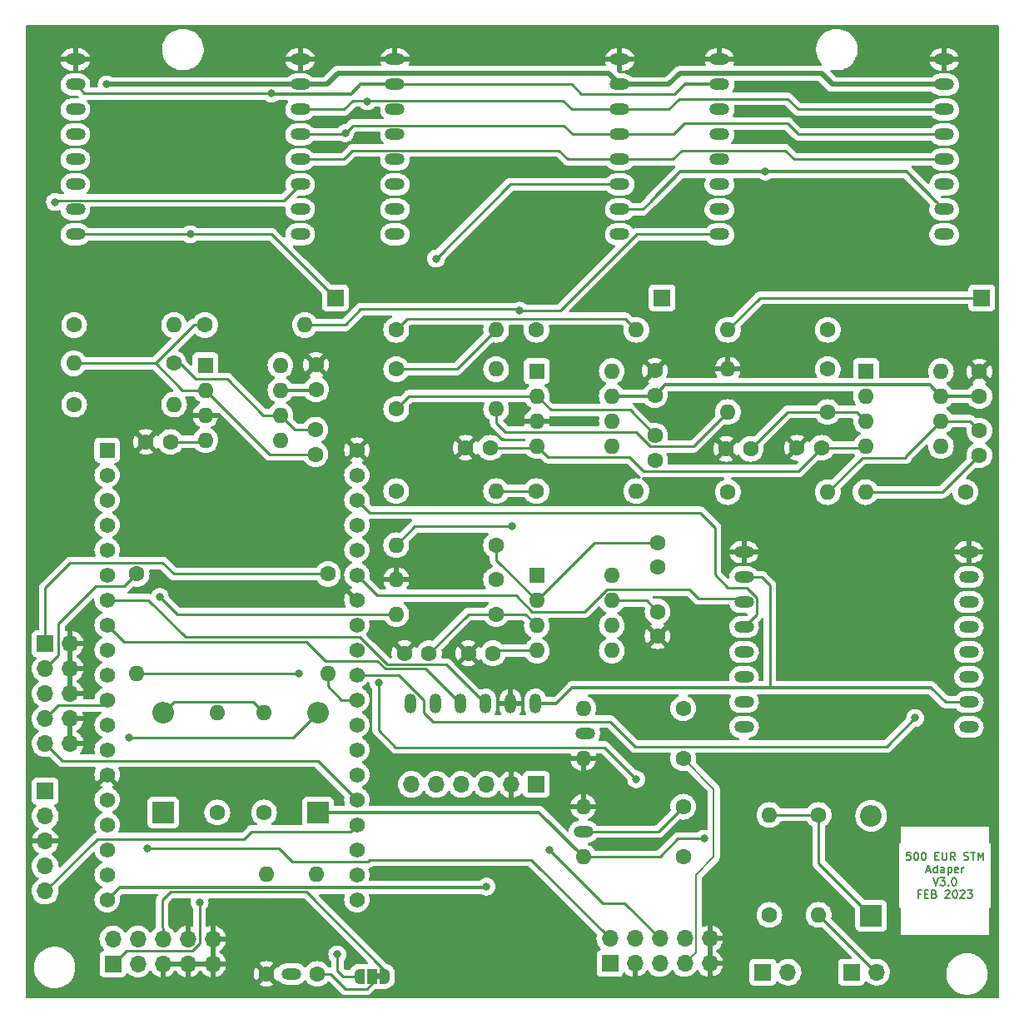
<source format=gbr>
%TF.GenerationSoftware,KiCad,Pcbnew,(6.0.10)*%
%TF.CreationDate,2023-03-06T16:50:03+01:00*%
%TF.ProjectId,Adapterboard,41646170-7465-4726-926f-6172642e6b69,2.3*%
%TF.SameCoordinates,Original*%
%TF.FileFunction,Copper,L1,Top*%
%TF.FilePolarity,Positive*%
%FSLAX46Y46*%
G04 Gerber Fmt 4.6, Leading zero omitted, Abs format (unit mm)*
G04 Created by KiCad (PCBNEW (6.0.10)) date 2023-03-06 16:50:03*
%MOMM*%
%LPD*%
G01*
G04 APERTURE LIST*
G04 Aperture macros list*
%AMFreePoly0*
4,1,22,0.550000,-0.750000,0.000000,-0.750000,0.000000,-0.745033,-0.079941,-0.743568,-0.215256,-0.701293,-0.333266,-0.622738,-0.424486,-0.514219,-0.481581,-0.384460,-0.499164,-0.250000,-0.500000,-0.250000,-0.500000,0.250000,-0.499164,0.250000,-0.499963,0.256109,-0.478152,0.396186,-0.417904,0.524511,-0.324060,0.630769,-0.204165,0.706417,-0.067858,0.745374,0.000000,0.744959,0.000000,0.750000,
0.550000,0.750000,0.550000,-0.750000,0.550000,-0.750000,$1*%
%AMFreePoly1*
4,1,20,0.000000,0.744959,0.073905,0.744508,0.209726,0.703889,0.328688,0.626782,0.421226,0.519385,0.479903,0.390333,0.500000,0.250000,0.500000,-0.250000,0.499851,-0.262216,0.476331,-0.402017,0.414519,-0.529596,0.319384,-0.634700,0.198574,-0.708877,0.061801,-0.746166,0.000000,-0.745033,0.000000,-0.750000,-0.550000,-0.750000,-0.550000,0.750000,0.000000,0.750000,0.000000,0.744959,
0.000000,0.744959,$1*%
G04 Aperture macros list end*
%ADD10C,0.200000*%
%TA.AperFunction,NonConductor*%
%ADD11C,0.200000*%
%TD*%
%TA.AperFunction,ComponentPad*%
%ADD12C,1.600000*%
%TD*%
%TA.AperFunction,ComponentPad*%
%ADD13O,1.600000X1.600000*%
%TD*%
%TA.AperFunction,ComponentPad*%
%ADD14R,1.600000X1.600000*%
%TD*%
%TA.AperFunction,ComponentPad*%
%ADD15O,1.200000X2.000000*%
%TD*%
%TA.AperFunction,ComponentPad*%
%ADD16O,2.000000X1.200000*%
%TD*%
%TA.AperFunction,ComponentPad*%
%ADD17R,1.700000X1.700000*%
%TD*%
%TA.AperFunction,ComponentPad*%
%ADD18O,1.700000X1.700000*%
%TD*%
%TA.AperFunction,ComponentPad*%
%ADD19R,2.200000X2.200000*%
%TD*%
%TA.AperFunction,ComponentPad*%
%ADD20O,2.200000X2.200000*%
%TD*%
%TA.AperFunction,SMDPad,CuDef*%
%ADD21FreePoly0,180.000000*%
%TD*%
%TA.AperFunction,SMDPad,CuDef*%
%ADD22R,1.000000X1.500000*%
%TD*%
%TA.AperFunction,SMDPad,CuDef*%
%ADD23FreePoly1,180.000000*%
%TD*%
%TA.AperFunction,ComponentPad*%
%ADD24R,1.560000X1.560000*%
%TD*%
%TA.AperFunction,ComponentPad*%
%ADD25C,1.560000*%
%TD*%
%TA.AperFunction,ViaPad*%
%ADD26C,0.800000*%
%TD*%
%TA.AperFunction,Conductor*%
%ADD27C,0.250000*%
%TD*%
%TA.AperFunction,Conductor*%
%ADD28C,0.300000*%
%TD*%
%TA.AperFunction,Conductor*%
%ADD29C,0.200000*%
%TD*%
%TA.AperFunction,Conductor*%
%ADD30C,0.500000*%
%TD*%
G04 APERTURE END LIST*
D10*
D11*
X120495238Y-114629904D02*
X120114285Y-114629904D01*
X120076190Y-115010857D01*
X120114285Y-114972761D01*
X120190476Y-114934666D01*
X120380952Y-114934666D01*
X120457142Y-114972761D01*
X120495238Y-115010857D01*
X120533333Y-115087047D01*
X120533333Y-115277523D01*
X120495238Y-115353714D01*
X120457142Y-115391809D01*
X120380952Y-115429904D01*
X120190476Y-115429904D01*
X120114285Y-115391809D01*
X120076190Y-115353714D01*
X121028571Y-114629904D02*
X121104761Y-114629904D01*
X121180952Y-114668000D01*
X121219047Y-114706095D01*
X121257142Y-114782285D01*
X121295238Y-114934666D01*
X121295238Y-115125142D01*
X121257142Y-115277523D01*
X121219047Y-115353714D01*
X121180952Y-115391809D01*
X121104761Y-115429904D01*
X121028571Y-115429904D01*
X120952380Y-115391809D01*
X120914285Y-115353714D01*
X120876190Y-115277523D01*
X120838095Y-115125142D01*
X120838095Y-114934666D01*
X120876190Y-114782285D01*
X120914285Y-114706095D01*
X120952380Y-114668000D01*
X121028571Y-114629904D01*
X121790476Y-114629904D02*
X121866666Y-114629904D01*
X121942857Y-114668000D01*
X121980952Y-114706095D01*
X122019047Y-114782285D01*
X122057142Y-114934666D01*
X122057142Y-115125142D01*
X122019047Y-115277523D01*
X121980952Y-115353714D01*
X121942857Y-115391809D01*
X121866666Y-115429904D01*
X121790476Y-115429904D01*
X121714285Y-115391809D01*
X121676190Y-115353714D01*
X121638095Y-115277523D01*
X121600000Y-115125142D01*
X121600000Y-114934666D01*
X121638095Y-114782285D01*
X121676190Y-114706095D01*
X121714285Y-114668000D01*
X121790476Y-114629904D01*
X123009523Y-115010857D02*
X123276190Y-115010857D01*
X123390476Y-115429904D02*
X123009523Y-115429904D01*
X123009523Y-114629904D01*
X123390476Y-114629904D01*
X123733333Y-114629904D02*
X123733333Y-115277523D01*
X123771428Y-115353714D01*
X123809523Y-115391809D01*
X123885714Y-115429904D01*
X124038095Y-115429904D01*
X124114285Y-115391809D01*
X124152380Y-115353714D01*
X124190476Y-115277523D01*
X124190476Y-114629904D01*
X125028571Y-115429904D02*
X124761904Y-115048952D01*
X124571428Y-115429904D02*
X124571428Y-114629904D01*
X124876190Y-114629904D01*
X124952380Y-114668000D01*
X124990476Y-114706095D01*
X125028571Y-114782285D01*
X125028571Y-114896571D01*
X124990476Y-114972761D01*
X124952380Y-115010857D01*
X124876190Y-115048952D01*
X124571428Y-115048952D01*
X125942857Y-115391809D02*
X126057142Y-115429904D01*
X126247619Y-115429904D01*
X126323809Y-115391809D01*
X126361904Y-115353714D01*
X126400000Y-115277523D01*
X126400000Y-115201333D01*
X126361904Y-115125142D01*
X126323809Y-115087047D01*
X126247619Y-115048952D01*
X126095238Y-115010857D01*
X126019047Y-114972761D01*
X125980952Y-114934666D01*
X125942857Y-114858476D01*
X125942857Y-114782285D01*
X125980952Y-114706095D01*
X126019047Y-114668000D01*
X126095238Y-114629904D01*
X126285714Y-114629904D01*
X126400000Y-114668000D01*
X126628571Y-114629904D02*
X127085714Y-114629904D01*
X126857142Y-115429904D02*
X126857142Y-114629904D01*
X127352380Y-115429904D02*
X127352380Y-114629904D01*
X127619047Y-115201333D01*
X127885714Y-114629904D01*
X127885714Y-115429904D01*
X122133333Y-116489333D02*
X122514285Y-116489333D01*
X122057142Y-116717904D02*
X122323809Y-115917904D01*
X122590476Y-116717904D01*
X123200000Y-116717904D02*
X123200000Y-115917904D01*
X123200000Y-116679809D02*
X123123809Y-116717904D01*
X122971428Y-116717904D01*
X122895238Y-116679809D01*
X122857142Y-116641714D01*
X122819047Y-116565523D01*
X122819047Y-116336952D01*
X122857142Y-116260761D01*
X122895238Y-116222666D01*
X122971428Y-116184571D01*
X123123809Y-116184571D01*
X123200000Y-116222666D01*
X123923809Y-116717904D02*
X123923809Y-116298857D01*
X123885714Y-116222666D01*
X123809523Y-116184571D01*
X123657142Y-116184571D01*
X123580952Y-116222666D01*
X123923809Y-116679809D02*
X123847619Y-116717904D01*
X123657142Y-116717904D01*
X123580952Y-116679809D01*
X123542857Y-116603619D01*
X123542857Y-116527428D01*
X123580952Y-116451238D01*
X123657142Y-116413142D01*
X123847619Y-116413142D01*
X123923809Y-116375047D01*
X124304761Y-116184571D02*
X124304761Y-116984571D01*
X124304761Y-116222666D02*
X124380952Y-116184571D01*
X124533333Y-116184571D01*
X124609523Y-116222666D01*
X124647619Y-116260761D01*
X124685714Y-116336952D01*
X124685714Y-116565523D01*
X124647619Y-116641714D01*
X124609523Y-116679809D01*
X124533333Y-116717904D01*
X124380952Y-116717904D01*
X124304761Y-116679809D01*
X125333333Y-116679809D02*
X125257142Y-116717904D01*
X125104761Y-116717904D01*
X125028571Y-116679809D01*
X124990476Y-116603619D01*
X124990476Y-116298857D01*
X125028571Y-116222666D01*
X125104761Y-116184571D01*
X125257142Y-116184571D01*
X125333333Y-116222666D01*
X125371428Y-116298857D01*
X125371428Y-116375047D01*
X124990476Y-116451238D01*
X125714285Y-116717904D02*
X125714285Y-116184571D01*
X125714285Y-116336952D02*
X125752380Y-116260761D01*
X125790476Y-116222666D01*
X125866666Y-116184571D01*
X125942857Y-116184571D01*
X122780952Y-117205904D02*
X123047619Y-118005904D01*
X123314285Y-117205904D01*
X123504761Y-117205904D02*
X124000000Y-117205904D01*
X123733333Y-117510666D01*
X123847619Y-117510666D01*
X123923809Y-117548761D01*
X123961904Y-117586857D01*
X124000000Y-117663047D01*
X124000000Y-117853523D01*
X123961904Y-117929714D01*
X123923809Y-117967809D01*
X123847619Y-118005904D01*
X123619047Y-118005904D01*
X123542857Y-117967809D01*
X123504761Y-117929714D01*
X124342857Y-117929714D02*
X124380952Y-117967809D01*
X124342857Y-118005904D01*
X124304761Y-117967809D01*
X124342857Y-117929714D01*
X124342857Y-118005904D01*
X124876190Y-117205904D02*
X124952380Y-117205904D01*
X125028571Y-117244000D01*
X125066666Y-117282095D01*
X125104761Y-117358285D01*
X125142857Y-117510666D01*
X125142857Y-117701142D01*
X125104761Y-117853523D01*
X125066666Y-117929714D01*
X125028571Y-117967809D01*
X124952380Y-118005904D01*
X124876190Y-118005904D01*
X124800000Y-117967809D01*
X124761904Y-117929714D01*
X124723809Y-117853523D01*
X124685714Y-117701142D01*
X124685714Y-117510666D01*
X124723809Y-117358285D01*
X124761904Y-117282095D01*
X124800000Y-117244000D01*
X124876190Y-117205904D01*
X121523809Y-118874857D02*
X121257142Y-118874857D01*
X121257142Y-119293904D02*
X121257142Y-118493904D01*
X121638095Y-118493904D01*
X121942857Y-118874857D02*
X122209523Y-118874857D01*
X122323809Y-119293904D02*
X121942857Y-119293904D01*
X121942857Y-118493904D01*
X122323809Y-118493904D01*
X122933333Y-118874857D02*
X123047619Y-118912952D01*
X123085714Y-118951047D01*
X123123809Y-119027238D01*
X123123809Y-119141523D01*
X123085714Y-119217714D01*
X123047619Y-119255809D01*
X122971428Y-119293904D01*
X122666666Y-119293904D01*
X122666666Y-118493904D01*
X122933333Y-118493904D01*
X123009523Y-118532000D01*
X123047619Y-118570095D01*
X123085714Y-118646285D01*
X123085714Y-118722476D01*
X123047619Y-118798666D01*
X123009523Y-118836761D01*
X122933333Y-118874857D01*
X122666666Y-118874857D01*
X124038095Y-118570095D02*
X124076190Y-118532000D01*
X124152380Y-118493904D01*
X124342857Y-118493904D01*
X124419047Y-118532000D01*
X124457142Y-118570095D01*
X124495238Y-118646285D01*
X124495238Y-118722476D01*
X124457142Y-118836761D01*
X124000000Y-119293904D01*
X124495238Y-119293904D01*
X124990476Y-118493904D02*
X125066666Y-118493904D01*
X125142857Y-118532000D01*
X125180952Y-118570095D01*
X125219047Y-118646285D01*
X125257142Y-118798666D01*
X125257142Y-118989142D01*
X125219047Y-119141523D01*
X125180952Y-119217714D01*
X125142857Y-119255809D01*
X125066666Y-119293904D01*
X124990476Y-119293904D01*
X124914285Y-119255809D01*
X124876190Y-119217714D01*
X124838095Y-119141523D01*
X124800000Y-118989142D01*
X124800000Y-118798666D01*
X124838095Y-118646285D01*
X124876190Y-118570095D01*
X124914285Y-118532000D01*
X124990476Y-118493904D01*
X125561904Y-118570095D02*
X125600000Y-118532000D01*
X125676190Y-118493904D01*
X125866666Y-118493904D01*
X125942857Y-118532000D01*
X125980952Y-118570095D01*
X126019047Y-118646285D01*
X126019047Y-118722476D01*
X125980952Y-118836761D01*
X125523809Y-119293904D01*
X126019047Y-119293904D01*
X126285714Y-118493904D02*
X126780952Y-118493904D01*
X126514285Y-118798666D01*
X126628571Y-118798666D01*
X126704761Y-118836761D01*
X126742857Y-118874857D01*
X126780952Y-118951047D01*
X126780952Y-119141523D01*
X126742857Y-119217714D01*
X126704761Y-119255809D01*
X126628571Y-119293904D01*
X126400000Y-119293904D01*
X126323809Y-119255809D01*
X126285714Y-119217714D01*
%TO.C,JP101*%
G36*
X66650000Y-127550000D02*
G01*
X66150000Y-127550000D01*
X66150000Y-126950000D01*
X66650000Y-126950000D01*
X66650000Y-127550000D01*
G37*
%TD*%
D12*
%TO.P,R105,1*%
%TO.N,Net-(C102-Pad2)*%
X35440000Y-69100000D03*
D13*
%TO.P,R105,2*%
%TO.N,X*%
X45600000Y-69100000D03*
%TD*%
D14*
%TO.P,U105,1,TRIM*%
%TO.N,unconnected-(U105-Pad1)*%
X82500000Y-65700000D03*
D13*
%TO.P,U105,2,IN-*%
%TO.N,Net-(C108-Pad2)*%
X82500000Y-68240000D03*
%TO.P,U105,3,IN+*%
%TO.N,GND*%
X82500000Y-70780000D03*
%TO.P,U105,4,V-*%
%TO.N,-15V*%
X82500000Y-73320000D03*
%TO.P,U105,5,NC*%
%TO.N,unconnected-(U105-Pad5)*%
X90120000Y-73320000D03*
%TO.P,U105,6,OUTPUT*%
%TO.N,Net-(C108-Pad1)*%
X90120000Y-70780000D03*
%TO.P,U105,7,V+*%
%TO.N,+15V*%
X90120000Y-68240000D03*
%TO.P,U105,8,TRIM*%
%TO.N,unconnected-(U105-Pad8)*%
X90120000Y-65700000D03*
%TD*%
D15*
%TO.P,U108,1,5V*%
%TO.N,+5V*%
X82350000Y-99500000D03*
%TO.P,U108,2,GND*%
%TO.N,GND*%
X79810000Y-99500000D03*
%TO.P,U108,3,TXD*%
%TO.N,RXD*%
X77270000Y-99500000D03*
%TO.P,U108,4,RXD*%
%TO.N,TXD*%
X74730000Y-99500000D03*
%TO.P,U108,5,DTR*%
%TO.N,unconnected-(U108-Pad5)*%
X72190000Y-99500000D03*
%TO.P,U108,6,3V3*%
%TO.N,unconnected-(U108-Pad6)*%
X69650000Y-99500000D03*
%TD*%
D12*
%TO.P,C107,1*%
%TO.N,GND*%
X94500000Y-65650000D03*
%TO.P,C107,2*%
%TO.N,+15V*%
X94500000Y-68150000D03*
%TD*%
D16*
%TO.P,U102,1,AN*%
%TO.N,unconnected-(U102-Pad1)*%
X123930000Y-51790000D03*
%TO.P,U102,2,RST*%
%TO.N,+5V*%
X123930000Y-49250000D03*
%TO.P,U102,3,CS*%
%TO.N,ESP32_CS3*%
X123930000Y-46710000D03*
%TO.P,U102,4,SCK*%
%TO.N,ESP32_SCK*%
X123930000Y-44170000D03*
%TO.P,U102,5,SDO*%
%TO.N,ESP32_SDO*%
X123930000Y-41630000D03*
%TO.P,U102,6,SDI*%
%TO.N,ESP32_SDI*%
X123930000Y-39090000D03*
%TO.P,U102,7,3V3*%
%TO.N,+3V3*%
X123930000Y-36550000D03*
%TO.P,U102,8,GND*%
%TO.N,GND*%
X123930000Y-34010000D03*
%TO.P,U102,9,GND*%
X101070000Y-34010000D03*
%TO.P,U102,10,5V*%
%TO.N,+5V*%
X101070000Y-36550000D03*
%TO.P,U102,11,SDA*%
%TO.N,unconnected-(U102-Pad11)*%
X101070000Y-39090000D03*
%TO.P,U102,12,SCL*%
%TO.N,unconnected-(U102-Pad12)*%
X101070000Y-41630000D03*
%TO.P,U102,13,RX*%
%TO.N,unconnected-(U102-Pad13)*%
X101070000Y-44170000D03*
%TO.P,U102,14,TX*%
%TO.N,unconnected-(U102-Pad14)*%
X101070000Y-46710000D03*
%TO.P,U102,15,INT*%
%TO.N,unconnected-(U102-Pad15)*%
X101070000Y-49250000D03*
%TO.P,U102,16,PWM*%
%TO.N,Z*%
X101070000Y-51790000D03*
%TD*%
D17*
%TO.P,J107,1,Pin_1*%
%TO.N,/LED+15V_A*%
X39380000Y-126000000D03*
D18*
%TO.P,J107,2,Pin_2*%
%TO.N,/+15V_in*%
X39380000Y-123460000D03*
%TO.P,J107,3,Pin_3*%
%TO.N,/LED-15V_K*%
X41920000Y-126000000D03*
%TO.P,J107,4,Pin_4*%
%TO.N,/-15V_in*%
X41920000Y-123460000D03*
%TO.P,J107,5,Pin_5*%
%TO.N,GND*%
X44460000Y-126000000D03*
%TO.P,J107,6,Pin_6*%
%TO.N,-3V3*%
X44460000Y-123460000D03*
%TO.P,J107,7,Pin_7*%
%TO.N,GND*%
X47000000Y-126000000D03*
%TO.P,J107,8,Pin_8*%
X47000000Y-123460000D03*
%TO.P,J107,9,Pin_9*%
X49540000Y-126000000D03*
%TO.P,J107,10,Pin_10*%
X49540000Y-123460000D03*
%TD*%
D14*
%TO.P,U104,1,TRIM*%
%TO.N,unconnected-(U104-Pad1)*%
X82500000Y-86500000D03*
D13*
%TO.P,U104,2,IN-*%
%TO.N,Net-(C106-Pad2)*%
X82500000Y-89040000D03*
%TO.P,U104,3,IN+*%
%TO.N,Net-(C112-Pad1)*%
X82500000Y-91580000D03*
%TO.P,U104,4,V-*%
%TO.N,-15V*%
X82500000Y-94120000D03*
%TO.P,U104,5,NC*%
%TO.N,unconnected-(U104-Pad5)*%
X90120000Y-94120000D03*
%TO.P,U104,6,OUTPUT*%
%TO.N,Net-(C106-Pad1)*%
X90120000Y-91580000D03*
%TO.P,U104,7,V+*%
%TO.N,+15V*%
X90120000Y-89040000D03*
%TO.P,U104,8,TRIM*%
%TO.N,unconnected-(U104-Pad8)*%
X90120000Y-86500000D03*
%TD*%
D12*
%TO.P,R121,1*%
%TO.N,PREAMP-*%
X97380000Y-100000000D03*
D13*
%TO.P,R121,2*%
%TO.N,-15V*%
X87220000Y-100000000D03*
%TD*%
D16*
%TO.P,U10,1,AN*%
%TO.N,unconnected-(U10-Pad1)*%
X126430000Y-101890000D03*
%TO.P,U10,2,RST*%
%TO.N,+5V*%
X126430000Y-99350000D03*
%TO.P,U10,3,CS*%
%TO.N,unconnected-(U10-Pad3)*%
X126430000Y-96810000D03*
%TO.P,U10,4,SCK*%
%TO.N,unconnected-(U10-Pad4)*%
X126430000Y-94270000D03*
%TO.P,U10,5,SDO*%
%TO.N,unconnected-(U10-Pad5)*%
X126430000Y-91730000D03*
%TO.P,U10,6,SDI*%
%TO.N,unconnected-(U10-Pad6)*%
X126430000Y-89190000D03*
%TO.P,U10,7,3V3*%
%TO.N,+3V3*%
X126430000Y-86650000D03*
%TO.P,U10,8,GND*%
%TO.N,GND*%
X126430000Y-84110000D03*
%TO.P,U10,9,GND*%
X103570000Y-84110000D03*
%TO.P,U10,10,5V*%
%TO.N,+5V*%
X103570000Y-86650000D03*
%TO.P,U10,11,SDA*%
%TO.N,ESP32_SDA*%
X103570000Y-89190000D03*
%TO.P,U10,12,SCL*%
%TO.N,ESP32_SCL*%
X103570000Y-91730000D03*
%TO.P,U10,13,RX*%
%TO.N,unconnected-(U10-Pad13)*%
X103570000Y-94270000D03*
%TO.P,U10,14,TX*%
%TO.N,unconnected-(U10-Pad14)*%
X103570000Y-96810000D03*
%TO.P,U10,15,INT*%
%TO.N,unconnected-(U10-Pad15)*%
X103570000Y-99350000D03*
%TO.P,U10,16,PWM*%
%TO.N,unconnected-(U10-Pad16)*%
X103570000Y-101890000D03*
%TD*%
D12*
%TO.P,R127,1*%
%TO.N,TUNNEL_IN+*%
X106150000Y-121000000D03*
D13*
%TO.P,R127,2*%
%TO.N,TUNNEL_A3*%
X106150000Y-110840000D03*
%TD*%
D12*
%TO.P,R115,1*%
%TO.N,Z-Y*%
X101920000Y-78000000D03*
D13*
%TO.P,R115,2*%
%TO.N,Net-(C110-Pad1)*%
X112080000Y-78000000D03*
%TD*%
D19*
%TO.P,D101,1,K*%
%TO.N,/-15V_in*%
X44500000Y-110580000D03*
D20*
%TO.P,D101,2,A*%
%TO.N,-15V*%
X44500000Y-100420000D03*
%TD*%
D16*
%TO.P,U101,1,AN*%
%TO.N,unconnected-(U101-Pad1)*%
X58430000Y-51790000D03*
%TO.P,U101,2,RST*%
%TO.N,+5V*%
X58430000Y-49250000D03*
%TO.P,U101,3,CS*%
%TO.N,ESP32_CS1*%
X58430000Y-46710000D03*
%TO.P,U101,4,SCK*%
%TO.N,ESP32_SCK*%
X58430000Y-44170000D03*
%TO.P,U101,5,SDO*%
%TO.N,ESP32_SDO*%
X58430000Y-41630000D03*
%TO.P,U101,6,SDI*%
%TO.N,ESP32_SDI*%
X58430000Y-39090000D03*
%TO.P,U101,7,3V3*%
%TO.N,+3V3*%
X58430000Y-36550000D03*
%TO.P,U101,8,GND*%
%TO.N,GND*%
X58430000Y-34010000D03*
%TO.P,U101,9,GND*%
X35570000Y-34010000D03*
%TO.P,U101,10,5V*%
%TO.N,+5V*%
X35570000Y-36550000D03*
%TO.P,U101,11,SDA*%
%TO.N,unconnected-(U101-Pad11)*%
X35570000Y-39090000D03*
%TO.P,U101,12,SCL*%
%TO.N,unconnected-(U101-Pad12)*%
X35570000Y-41630000D03*
%TO.P,U101,13,RX*%
%TO.N,unconnected-(U101-Pad13)*%
X35570000Y-44170000D03*
%TO.P,U101,14,TX*%
%TO.N,unconnected-(U101-Pad14)*%
X35570000Y-46710000D03*
%TO.P,U101,15,INT*%
%TO.N,unconnected-(U101-Pad15)*%
X35570000Y-49250000D03*
%TO.P,U101,16,PWM*%
%TO.N,X*%
X35570000Y-51790000D03*
%TD*%
D12*
%TO.P,C102,1*%
%TO.N,Net-(C102-Pad1)*%
X59980000Y-71650000D03*
%TO.P,C102,2*%
%TO.N,Net-(C102-Pad2)*%
X59980000Y-74150000D03*
%TD*%
%TO.P,R112,1*%
%TO.N,Net-(C108-Pad2)*%
X68200000Y-69550000D03*
D13*
%TO.P,R112,2*%
%TO.N,Y*%
X78360000Y-69550000D03*
%TD*%
D12*
%TO.P,R117,1*%
%TO.N,/LED+15V_A*%
X50000000Y-110580000D03*
D13*
%TO.P,R117,2*%
%TO.N,+15V*%
X50000000Y-100420000D03*
%TD*%
D12*
%TO.P,R124,1*%
%TO.N,GND*%
X55000000Y-127000000D03*
D13*
%TO.P,R124,2*%
%TO.N,UBIAS*%
X55000000Y-116840000D03*
%TD*%
D12*
%TO.P,R120,1*%
%TO.N,Net-(C112-Pad1)*%
X78360000Y-90400000D03*
D13*
%TO.P,R120,2*%
%TO.N,X*%
X68200000Y-90400000D03*
%TD*%
D21*
%TO.P,JP101,1,A*%
%TO.N,-3V3*%
X67050000Y-127250000D03*
D22*
%TO.P,JP101,2,C*%
%TO.N,/UBIAS_IN*%
X65750000Y-127250000D03*
D23*
%TO.P,JP101,3,B*%
%TO.N,-15V*%
X64450000Y-127250000D03*
%TD*%
D12*
%TO.P,R122,1*%
%TO.N,TUNNEL_A3*%
X111150000Y-110840000D03*
D13*
%TO.P,R122,2*%
%TO.N,TUNNEL_GND*%
X111150000Y-121000000D03*
%TD*%
D14*
%TO.P,U103,1,TRIM*%
%TO.N,unconnected-(U103-Pad1)*%
X48800000Y-65100000D03*
D13*
%TO.P,U103,2,IN-*%
%TO.N,Net-(C102-Pad2)*%
X48800000Y-67640000D03*
%TO.P,U103,3,IN+*%
%TO.N,GND*%
X48800000Y-70180000D03*
%TO.P,U103,4,V-*%
%TO.N,-15V*%
X48800000Y-72720000D03*
%TO.P,U103,5,NC*%
%TO.N,unconnected-(U103-Pad5)*%
X56420000Y-72720000D03*
%TO.P,U103,6,OUTPUT*%
%TO.N,Net-(C102-Pad1)*%
X56420000Y-70180000D03*
%TO.P,U103,7,V+*%
%TO.N,+15V*%
X56420000Y-67640000D03*
%TO.P,U103,8,TRIM*%
%TO.N,unconnected-(U103-Pad8)*%
X56420000Y-65100000D03*
%TD*%
D17*
%TO.P,J103,1,Pin_1*%
%TO.N,JTAG_TMS*%
X32500000Y-108425000D03*
D18*
%TO.P,J103,2,Pin_2*%
%TO.N,JTAG_TDI*%
X32500000Y-110965000D03*
%TO.P,J103,3,Pin_3*%
%TO.N,GND*%
X32500000Y-113505000D03*
%TO.P,J103,4,Pin_4*%
%TO.N,JTAG_TCK*%
X32500000Y-116045000D03*
%TO.P,J103,5,Pin_5*%
%TO.N,JTAG_TD0*%
X32500000Y-118585000D03*
%TD*%
D16*
%TO.P,J4,1,Pin_1*%
%TO.N,UBIAS*%
X57540000Y-127000000D03*
%TD*%
D12*
%TO.P,R113,1*%
%TO.N,Net-(C105-Pad1)*%
X112080000Y-65500000D03*
D13*
%TO.P,R113,2*%
%TO.N,GND*%
X101920000Y-65500000D03*
%TD*%
D12*
%TO.P,R109,1*%
%TO.N,Net-(C108-Pad2)*%
X68200000Y-65500000D03*
D13*
%TO.P,R109,2*%
%TO.N,Z*%
X78360000Y-65500000D03*
%TD*%
D12*
%TO.P,R107,1*%
%TO.N,Net-(C106-Pad2)*%
X78360000Y-83400000D03*
D13*
%TO.P,R107,2*%
%TO.N,Z*%
X68200000Y-83400000D03*
%TD*%
D16*
%TO.P,J2,1,Pin_1*%
%TO.N,PREAMP+*%
X87250000Y-112540000D03*
%TD*%
D12*
%TO.P,R108,1*%
%TO.N,Z-X*%
X68200000Y-77900000D03*
D13*
%TO.P,R108,2*%
%TO.N,Net-(C106-Pad1)*%
X78360000Y-77900000D03*
%TD*%
D19*
%TO.P,D102,1,K*%
%TO.N,TUNNEL_A3*%
X116500000Y-121080000D03*
D20*
%TO.P,D102,2,A*%
%TO.N,TUNNEL_GND*%
X116500000Y-110920000D03*
%TD*%
D12*
%TO.P,C104,1*%
%TO.N,-15V*%
X111460000Y-73500000D03*
%TO.P,C104,2*%
%TO.N,GND*%
X108960000Y-73500000D03*
%TD*%
D16*
%TO.P,U100,1,AN*%
%TO.N,unconnected-(U100-Pad1)*%
X90930000Y-51790000D03*
%TO.P,U100,2,RST*%
%TO.N,+5V*%
X90930000Y-49250000D03*
%TO.P,U100,3,CS*%
%TO.N,ESP32_CS2*%
X90930000Y-46710000D03*
%TO.P,U100,4,SCK*%
%TO.N,ESP32_SCK*%
X90930000Y-44170000D03*
%TO.P,U100,5,SDO*%
%TO.N,ESP32_SDO*%
X90930000Y-41630000D03*
%TO.P,U100,6,SDI*%
%TO.N,ESP32_SDI*%
X90930000Y-39090000D03*
%TO.P,U100,7,3V3*%
%TO.N,+3V3*%
X90930000Y-36550000D03*
%TO.P,U100,8,GND*%
%TO.N,GND*%
X90930000Y-34010000D03*
%TO.P,U100,9,GND*%
X68070000Y-34010000D03*
%TO.P,U100,10,5V*%
%TO.N,+5V*%
X68070000Y-36550000D03*
%TO.P,U100,11,SDA*%
%TO.N,unconnected-(U100-Pad11)*%
X68070000Y-39090000D03*
%TO.P,U100,12,SCL*%
%TO.N,unconnected-(U100-Pad12)*%
X68070000Y-41630000D03*
%TO.P,U100,13,RX*%
%TO.N,unconnected-(U100-Pad13)*%
X68070000Y-44170000D03*
%TO.P,U100,14,TX*%
%TO.N,unconnected-(U100-Pad14)*%
X68070000Y-46710000D03*
%TO.P,U100,15,INT*%
%TO.N,unconnected-(U100-Pad15)*%
X68070000Y-49250000D03*
%TO.P,U100,16,PWM*%
%TO.N,Y*%
X68070000Y-51790000D03*
%TD*%
D17*
%TO.P,U109,1,3V3*%
%TO.N,unconnected-(U109-Pad1)*%
X82452000Y-107722500D03*
D18*
%TO.P,U109,2,GND*%
%TO.N,GND*%
X79912000Y-107722500D03*
%TO.P,U109,3,5V*%
%TO.N,+5V*%
X77372000Y-107722500D03*
%TO.P,U109,4,TXD*%
%TO.N,RXD*%
X74832000Y-107722500D03*
%TO.P,U109,5,RXD*%
%TO.N,TXD*%
X72292000Y-107722500D03*
%TO.P,U109,6,DTR*%
%TO.N,unconnected-(U109-Pad6)*%
X69752000Y-107722500D03*
%TD*%
D12*
%TO.P,C100,1*%
%TO.N,GND*%
X60050000Y-65050000D03*
%TO.P,C100,2*%
%TO.N,+15V*%
X60050000Y-67550000D03*
%TD*%
%TO.P,C113,1*%
%TO.N,GND*%
X94780000Y-92650000D03*
%TO.P,C113,2*%
%TO.N,+15V*%
X94780000Y-90150000D03*
%TD*%
%TO.P,C101,1*%
%TO.N,-15V*%
X45230000Y-72900000D03*
%TO.P,C101,2*%
%TO.N,GND*%
X42730000Y-72900000D03*
%TD*%
%TO.P,R126,1*%
%TO.N,PREAMP+*%
X97380000Y-115080000D03*
D13*
%TO.P,R126,2*%
%TO.N,+15V*%
X87220000Y-115080000D03*
%TD*%
D17*
%TO.P,J110,1,Pin_1*%
%TO.N,TUNNEL_A3*%
X114495000Y-126830000D03*
D18*
%TO.P,J110,2,Pin_2*%
%TO.N,TUNNEL_GND*%
X117035000Y-126830000D03*
%TD*%
D12*
%TO.P,R101,1*%
%TO.N,Net-(C102-Pad2)*%
X48750000Y-61000000D03*
D13*
%TO.P,R101,2*%
%TO.N,Z*%
X58910000Y-61000000D03*
%TD*%
D12*
%TO.P,R111,1*%
%TO.N,Net-(C106-Pad1)*%
X82450000Y-77900000D03*
D13*
%TO.P,R111,2*%
%TO.N,Net-(C106-Pad2)*%
X92610000Y-77900000D03*
%TD*%
D12*
%TO.P,C111,1*%
%TO.N,-15V*%
X78030000Y-94400000D03*
%TO.P,C111,2*%
%TO.N,GND*%
X75530000Y-94400000D03*
%TD*%
%TO.P,R103,1*%
%TO.N,Net-(C108-Pad1)*%
X68200000Y-61500000D03*
D13*
%TO.P,R103,2*%
%TO.N,Net-(C108-Pad2)*%
X78360000Y-61500000D03*
%TD*%
D19*
%TO.P,D100,1,K*%
%TO.N,+15V*%
X60250000Y-110580000D03*
D20*
%TO.P,D100,2,A*%
%TO.N,/+15V_in*%
X60250000Y-100420000D03*
%TD*%
D12*
%TO.P,R128,1*%
%TO.N,IO04_LED*%
X61250000Y-86320000D03*
D13*
%TO.P,R128,2*%
%TO.N,IO17*%
X61250000Y-96480000D03*
%TD*%
D12*
%TO.P,R119,1*%
%TO.N,PREAMP-*%
X97380000Y-105080000D03*
D13*
%TO.P,R119,2*%
%TO.N,GND*%
X87220000Y-105080000D03*
%TD*%
D12*
%TO.P,R102,1*%
%TO.N,Z+Y*%
X82450000Y-61500000D03*
D13*
%TO.P,R102,2*%
%TO.N,Net-(C108-Pad1)*%
X92610000Y-61500000D03*
%TD*%
D12*
%TO.P,R118,1*%
%TO.N,/LED-15V_K*%
X54750000Y-110580000D03*
D13*
%TO.P,R118,2*%
%TO.N,-15V*%
X54750000Y-100420000D03*
%TD*%
D12*
%TO.P,C110,1*%
%TO.N,Net-(C110-Pad1)*%
X127500000Y-71750000D03*
%TO.P,C110,2*%
%TO.N,Net-(C110-Pad2)*%
X127500000Y-74250000D03*
%TD*%
%TO.P,R129,1*%
%TO.N,IO17_LED*%
X41800000Y-86320000D03*
D13*
%TO.P,R129,2*%
%TO.N,IO04*%
X41800000Y-96480000D03*
%TD*%
D17*
%TO.P,J102,1,Pin_1*%
%TO.N,Z*%
X127750000Y-58250000D03*
%TD*%
D12*
%TO.P,C109,1*%
%TO.N,GND*%
X127500000Y-65750000D03*
%TO.P,C109,2*%
%TO.N,+15V*%
X127500000Y-68250000D03*
%TD*%
%TO.P,R110,1*%
%TO.N,Net-(C112-Pad1)*%
X78360000Y-86900000D03*
D13*
%TO.P,R110,2*%
%TO.N,GND*%
X68200000Y-86900000D03*
%TD*%
D12*
%TO.P,C106,1*%
%TO.N,Net-(C106-Pad1)*%
X94780000Y-85650000D03*
%TO.P,C106,2*%
%TO.N,Net-(C106-Pad2)*%
X94780000Y-83150000D03*
%TD*%
%TO.P,C105,1*%
%TO.N,Net-(C105-Pad1)*%
X104250000Y-73600000D03*
%TO.P,C105,2*%
%TO.N,GND*%
X101750000Y-73600000D03*
%TD*%
%TO.P,R114,1*%
%TO.N,Net-(C105-Pad1)*%
X112080000Y-69850000D03*
D13*
%TO.P,R114,2*%
%TO.N,Y*%
X101920000Y-69850000D03*
%TD*%
D12*
%TO.P,R123,1*%
%TO.N,/UBIAS_IN*%
X60160000Y-127000000D03*
D13*
%TO.P,R123,2*%
%TO.N,UBIAS*%
X60080000Y-116840000D03*
%TD*%
D12*
%TO.P,R106,1*%
%TO.N,Net-(C102-Pad1)*%
X45560000Y-64900000D03*
D13*
%TO.P,R106,2*%
%TO.N,Net-(C102-Pad2)*%
X35400000Y-64900000D03*
%TD*%
D14*
%TO.P,U106,1,TRIM*%
%TO.N,unconnected-(U106-Pad1)*%
X115970000Y-65700000D03*
D13*
%TO.P,U106,2,IN-*%
%TO.N,Net-(C110-Pad2)*%
X115970000Y-68240000D03*
%TO.P,U106,3,IN+*%
%TO.N,Net-(C105-Pad1)*%
X115970000Y-70780000D03*
%TO.P,U106,4,V-*%
%TO.N,-15V*%
X115970000Y-73320000D03*
%TO.P,U106,5,NC*%
%TO.N,unconnected-(U106-Pad5)*%
X123590000Y-73320000D03*
%TO.P,U106,6,OUTPUT*%
%TO.N,Net-(C110-Pad1)*%
X123590000Y-70780000D03*
%TO.P,U106,7,V+*%
%TO.N,+15V*%
X123590000Y-68240000D03*
%TO.P,U106,8,TRIM*%
%TO.N,unconnected-(U106-Pad8)*%
X123590000Y-65700000D03*
%TD*%
D12*
%TO.P,R125,1*%
%TO.N,PREAMP+*%
X97380000Y-110000000D03*
D13*
%TO.P,R125,2*%
%TO.N,GND*%
X87220000Y-110000000D03*
%TD*%
D17*
%TO.P,J100,1,Pin_1*%
%TO.N,Y*%
X95250000Y-58250000D03*
%TD*%
D24*
%TO.P,U107,J2-1,3V3*%
%TO.N,+3V3*%
X38800000Y-73740000D03*
D25*
%TO.P,U107,J2-2,EN*%
%TO.N,unconnected-(U107-PadJ2-2)*%
X38800000Y-76280000D03*
%TO.P,U107,J2-3,SENSOR_VP*%
%TO.N,unconnected-(U107-PadJ2-3)*%
X38800000Y-78820000D03*
%TO.P,U107,J2-4,SENSOR_VN*%
%TO.N,unconnected-(U107-PadJ2-4)*%
X38800000Y-81360000D03*
%TO.P,U107,J2-5,IO34*%
%TO.N,unconnected-(U107-PadJ2-5)*%
X38800000Y-83900000D03*
%TO.P,U107,J2-6,IO35*%
%TO.N,unconnected-(U107-PadJ2-6)*%
X38800000Y-86440000D03*
%TO.P,U107,J2-7,IO32*%
%TO.N,RXD*%
X38800000Y-88980000D03*
%TO.P,U107,J2-8,IO33*%
%TO.N,TXD*%
X38800000Y-91520000D03*
%TO.P,U107,J2-9,IO25*%
%TO.N,IO25*%
X38800000Y-94060000D03*
%TO.P,U107,J2-10,IO26*%
%TO.N,ESP32_CS1*%
X38800000Y-96600000D03*
%TO.P,U107,J2-11,IO27*%
%TO.N,IO27*%
X38800000Y-99140000D03*
%TO.P,U107,J2-12,IO14*%
%TO.N,JTAG_TMS*%
X38800000Y-101680000D03*
%TO.P,U107,J2-13,IO12*%
%TO.N,JTAG_TDI*%
X38800000Y-104220000D03*
%TO.P,U107,J2-14,GND1*%
%TO.N,GND*%
X38800000Y-106760000D03*
%TO.P,U107,J2-15,IO13*%
%TO.N,JTAG_TCK*%
X38800000Y-109300000D03*
%TO.P,U107,J2-16,SD2*%
%TO.N,unconnected-(U107-PadJ2-16)*%
X38800000Y-111840000D03*
%TO.P,U107,J2-17,SD3*%
%TO.N,unconnected-(U107-PadJ2-17)*%
X38800000Y-114380000D03*
%TO.P,U107,J2-18,CMD*%
%TO.N,unconnected-(U107-PadJ2-18)*%
X38800000Y-116920000D03*
%TO.P,U107,J2-19,EXT_5V*%
%TO.N,+5V*%
X38800000Y-119460000D03*
%TO.P,U107,J3-1,GND3*%
%TO.N,GND*%
X64200000Y-73740000D03*
%TO.P,U107,J3-2,IO23*%
%TO.N,ESP32_SDI*%
X64200000Y-76280000D03*
%TO.P,U107,J3-3,IO22*%
%TO.N,ESP32_SCL*%
X64200000Y-78820000D03*
%TO.P,U107,J3-4,TXD0*%
%TO.N,unconnected-(U107-PadJ3-4)*%
X64200000Y-81360000D03*
%TO.P,U107,J3-5,RXD0*%
%TO.N,unconnected-(U107-PadJ3-5)*%
X64200000Y-83900000D03*
%TO.P,U107,J3-6,IO21*%
%TO.N,ESP32_SDA*%
X64200000Y-86440000D03*
%TO.P,U107,J3-7,GND2*%
%TO.N,GND*%
X64200000Y-88980000D03*
%TO.P,U107,J3-8,IO19*%
%TO.N,ESP32_SDO*%
X64200000Y-91520000D03*
%TO.P,U107,J3-9,IO18*%
%TO.N,ESP32_SCK*%
X64200000Y-94060000D03*
%TO.P,U107,J3-10,IO5*%
%TO.N,ESP32_CS3*%
X64200000Y-96600000D03*
%TO.P,U107,J3-11,IO17*%
%TO.N,IO17*%
X64200000Y-99140000D03*
%TO.P,U107,J3-12,IO16*%
%TO.N,ESP32_CS2*%
X64200000Y-101680000D03*
%TO.P,U107,J3-13,IO4*%
%TO.N,IO04*%
X64200000Y-104220000D03*
%TO.P,U107,J3-14,IO0*%
%TO.N,unconnected-(U107-PadJ3-14)*%
X64200000Y-106760000D03*
%TO.P,U107,J3-15,IO2*%
%TO.N,IO02*%
X64200000Y-109300000D03*
%TO.P,U107,J3-16,IO15*%
%TO.N,JTAG_TD0*%
X64200000Y-111840000D03*
%TO.P,U107,J3-17,SD1*%
%TO.N,unconnected-(U107-PadJ3-17)*%
X64200000Y-114380000D03*
%TO.P,U107,J3-18,SD0*%
%TO.N,unconnected-(U107-PadJ3-18)*%
X64200000Y-116920000D03*
%TO.P,U107,J3-19,CLK*%
%TO.N,unconnected-(U107-PadJ3-19)*%
X64200000Y-119460000D03*
%TD*%
D12*
%TO.P,C112,1*%
%TO.N,Net-(C112-Pad1)*%
X71530000Y-94400000D03*
%TO.P,C112,2*%
%TO.N,GND*%
X69030000Y-94400000D03*
%TD*%
D17*
%TO.P,J108,1,Pin_1*%
%TO.N,UBIAS*%
X89925000Y-125950000D03*
D18*
%TO.P,J108,2,Pin_2*%
%TO.N,Z+X*%
X89925000Y-123410000D03*
%TO.P,J108,3,Pin_3*%
%TO.N,GND*%
X92465000Y-125950000D03*
%TO.P,J108,4,Pin_4*%
%TO.N,Z-X*%
X92465000Y-123410000D03*
%TO.P,J108,5,Pin_5*%
%TO.N,PREAMP+*%
X95005000Y-125950000D03*
%TO.P,J108,6,Pin_6*%
%TO.N,Z+Y*%
X95005000Y-123410000D03*
%TO.P,J108,7,Pin_7*%
%TO.N,PREAMP-*%
X97545000Y-125950000D03*
%TO.P,J108,8,Pin_8*%
%TO.N,Z-Y*%
X97545000Y-123410000D03*
%TO.P,J108,9,Pin_9*%
%TO.N,GND*%
X100085000Y-125950000D03*
%TO.P,J108,10,Pin_10*%
X100085000Y-123410000D03*
%TD*%
D12*
%TO.P,R116,1*%
%TO.N,Net-(C110-Pad1)*%
X126080000Y-78000000D03*
D13*
%TO.P,R116,2*%
%TO.N,Net-(C110-Pad2)*%
X115920000Y-78000000D03*
%TD*%
D12*
%TO.P,C103,1*%
%TO.N,-15V*%
X77750000Y-73500000D03*
%TO.P,C103,2*%
%TO.N,GND*%
X75250000Y-73500000D03*
%TD*%
D17*
%TO.P,J104,1,Pin_1*%
%TO.N,IO04_LED*%
X32500000Y-93425000D03*
D18*
%TO.P,J104,2,Pin_2*%
%TO.N,GND*%
X35040000Y-93425000D03*
%TO.P,J104,3,Pin_3*%
%TO.N,IO17_LED*%
X32500000Y-95965000D03*
%TO.P,J104,4,Pin_4*%
%TO.N,GND*%
X35040000Y-95965000D03*
%TO.P,J104,5,Pin_5*%
%TO.N,IO25*%
X32500000Y-98505000D03*
%TO.P,J104,6,Pin_6*%
%TO.N,GND*%
X35040000Y-98505000D03*
%TO.P,J104,7,Pin_7*%
%TO.N,IO27*%
X32500000Y-101045000D03*
%TO.P,J104,8,Pin_8*%
%TO.N,GND*%
X35040000Y-101045000D03*
%TO.P,J104,9,Pin_9*%
%TO.N,IO02*%
X32500000Y-103585000D03*
%TO.P,J104,10,Pin_10*%
%TO.N,GND*%
X35040000Y-103585000D03*
%TD*%
D17*
%TO.P,J109,1,Pin_1*%
%TO.N,TUNNEL_IN+*%
X105495000Y-126830000D03*
D18*
%TO.P,J109,2,Pin_2*%
%TO.N,TUNNEL_GND*%
X108035000Y-126830000D03*
%TD*%
D12*
%TO.P,R104,1*%
%TO.N,Net-(C110-Pad2)*%
X112080000Y-61500000D03*
D13*
%TO.P,R104,2*%
%TO.N,Z*%
X101920000Y-61500000D03*
%TD*%
D12*
%TO.P,C108,1*%
%TO.N,Net-(C108-Pad1)*%
X94500000Y-74750000D03*
%TO.P,C108,2*%
%TO.N,Net-(C108-Pad2)*%
X94500000Y-72250000D03*
%TD*%
D16*
%TO.P,J3,1,Pin_1*%
%TO.N,PREAMP-*%
X87420000Y-102540000D03*
%TD*%
D17*
%TO.P,J101,1,Pin_1*%
%TO.N,X*%
X62000000Y-58250000D03*
%TD*%
D12*
%TO.P,R100,1*%
%TO.N,Z+X*%
X35440000Y-61000000D03*
D13*
%TO.P,R100,2*%
%TO.N,Net-(C102-Pad1)*%
X45600000Y-61000000D03*
%TD*%
D26*
%TO.N,-15V*%
X62200000Y-125014500D03*
%TO.N,+15V*%
X99500000Y-113250000D03*
%TO.N,/+15V_in*%
X41000000Y-103000000D03*
%TO.N,IO04*%
X58325255Y-96480000D03*
%TO.N,X*%
X44150000Y-88650000D03*
X47250000Y-51790000D03*
%TO.N,Z*%
X80000000Y-81500000D03*
X80750000Y-59550000D03*
%TO.N,/LED+15V_A*%
X48200000Y-119700000D03*
%TO.N,Z+X*%
X42925000Y-114275000D03*
%TO.N,Z-X*%
X92600000Y-107200000D03*
X66400000Y-97400000D03*
%TO.N,Z+Y*%
X83800000Y-114400000D03*
%TO.N,+5V*%
X105750000Y-45400000D03*
X55525000Y-37475000D03*
X77372000Y-118122000D03*
%TO.N,ESP32_CS1*%
X33500000Y-48500000D03*
%TO.N,ESP32_SDO*%
X63000000Y-41500000D03*
%TO.N,ESP32_SDI*%
X65250000Y-38250000D03*
%TO.N,+3V3*%
X38750000Y-36550000D03*
%TO.N,ESP32_CS3*%
X120965000Y-100965000D03*
%TO.N,ESP32_CS2*%
X72250000Y-54250000D03*
%TD*%
D27*
%TO.N,-15V*%
X109085000Y-75875000D02*
X111460000Y-73500000D01*
X62200000Y-126650000D02*
X62200000Y-125014500D01*
X82500000Y-73320000D02*
X83625000Y-74445000D01*
X62800000Y-127250000D02*
X64450000Y-127250000D01*
X77750000Y-73500000D02*
X82320000Y-73500000D01*
X45230000Y-72900000D02*
X48620000Y-72900000D01*
X78310000Y-94120000D02*
X78030000Y-94400000D01*
X45625000Y-99295000D02*
X53625000Y-99295000D01*
X91945000Y-74445000D02*
X93375000Y-75875000D01*
X53625000Y-99295000D02*
X54750000Y-100420000D01*
X115790000Y-73500000D02*
X115970000Y-73320000D01*
X44500000Y-100420000D02*
X45625000Y-99295000D01*
X48620000Y-72900000D02*
X48800000Y-72720000D01*
X82500000Y-94120000D02*
X78310000Y-94120000D01*
X83625000Y-74445000D02*
X91945000Y-74445000D01*
X111460000Y-73500000D02*
X115790000Y-73500000D01*
X82320000Y-73500000D02*
X82500000Y-73320000D01*
X93375000Y-75875000D02*
X109085000Y-75875000D01*
X62200000Y-126650000D02*
X62800000Y-127250000D01*
D28*
%TO.N,+15V*%
X122440000Y-67090000D02*
X123590000Y-68240000D01*
X94500000Y-68150000D02*
X95560000Y-67090000D01*
D27*
X127490000Y-68240000D02*
X127500000Y-68250000D01*
X93670000Y-89040000D02*
X90120000Y-89040000D01*
X95020000Y-115080000D02*
X96850000Y-113250000D01*
D28*
X60250000Y-110580000D02*
X82720000Y-110580000D01*
D27*
X94780000Y-90150000D02*
X93670000Y-89040000D01*
D28*
X56420000Y-67640000D02*
X59960000Y-67640000D01*
X95560000Y-67090000D02*
X122440000Y-67090000D01*
X90120000Y-68240000D02*
X94410000Y-68240000D01*
D27*
X87220000Y-115080000D02*
X95020000Y-115080000D01*
D28*
X123590000Y-68240000D02*
X127490000Y-68240000D01*
D27*
X96850000Y-113250000D02*
X99500000Y-113250000D01*
D28*
X82720000Y-110580000D02*
X87220000Y-115080000D01*
D27*
X94410000Y-68240000D02*
X94500000Y-68150000D01*
%TO.N,/+15V_in*%
X57670000Y-103000000D02*
X60250000Y-100420000D01*
X41000000Y-103000000D02*
X57670000Y-103000000D01*
%TO.N,TUNNEL_A3*%
X106150000Y-110840000D02*
X111150000Y-110840000D01*
X111150000Y-115730000D02*
X116500000Y-121080000D01*
X111150000Y-110840000D02*
X111150000Y-115730000D01*
%TO.N,TUNNEL_GND*%
X116980000Y-126830000D02*
X117035000Y-126830000D01*
X111150000Y-121000000D02*
X116980000Y-126830000D01*
%TO.N,JTAG_TD0*%
X63540000Y-112500000D02*
X64200000Y-111840000D01*
X37810000Y-113275000D02*
X52735991Y-113275000D01*
X53510991Y-112500000D02*
X63540000Y-112500000D01*
X52735991Y-113275000D02*
X53510991Y-112500000D01*
X32500000Y-118585000D02*
X37810000Y-113275000D01*
%TO.N,IO17*%
X61250000Y-97750000D02*
X62640000Y-99140000D01*
X62640000Y-99140000D02*
X64200000Y-99140000D01*
X61250000Y-96480000D02*
X61250000Y-97750000D01*
%TO.N,IO04*%
X41800000Y-96480000D02*
X58325255Y-96480000D01*
%TO.N,IO27*%
X33865000Y-99680000D02*
X38260000Y-99680000D01*
X32500000Y-101045000D02*
X33865000Y-99680000D01*
X38260000Y-99680000D02*
X38800000Y-99140000D01*
%TO.N,IO02*%
X34240000Y-105325000D02*
X60225000Y-105325000D01*
X60225000Y-105325000D02*
X64200000Y-109300000D01*
X32500000Y-103585000D02*
X34240000Y-105325000D01*
%TO.N,X*%
X47250000Y-51790000D02*
X55540000Y-51790000D01*
X55540000Y-51790000D02*
X62000000Y-58250000D01*
X45900000Y-90400000D02*
X68200000Y-90400000D01*
X35570000Y-51790000D02*
X47250000Y-51790000D01*
X44150000Y-88650000D02*
X45900000Y-90400000D01*
%TO.N,Y*%
X94034009Y-73375000D02*
X92564009Y-71905000D01*
X98395000Y-73375000D02*
X94034009Y-73375000D01*
X101920000Y-69850000D02*
X98395000Y-73375000D01*
X78360000Y-70960000D02*
X78360000Y-69550000D01*
X79305000Y-71905000D02*
X78360000Y-70960000D01*
X92564009Y-71905000D02*
X79305000Y-71905000D01*
%TO.N,Z*%
X80750000Y-59550000D02*
X84878148Y-59550000D01*
X80000000Y-81500000D02*
X70100000Y-81500000D01*
X84878148Y-59550000D02*
X92638148Y-51790000D01*
X80600000Y-59400000D02*
X64600000Y-59400000D01*
X92638148Y-51790000D02*
X101070000Y-51790000D01*
X63000000Y-61000000D02*
X58910000Y-61000000D01*
X64600000Y-59400000D02*
X63000000Y-61000000D01*
X101920000Y-61500000D02*
X105170000Y-58250000D01*
X105170000Y-58250000D02*
X127750000Y-58250000D01*
X70100000Y-81500000D02*
X68200000Y-83400000D01*
%TO.N,/LED+15V_A*%
X47486701Y-124635000D02*
X48200000Y-123921701D01*
X40745000Y-124635000D02*
X47486701Y-124635000D01*
X39380000Y-126000000D02*
X40745000Y-124635000D01*
X48200000Y-123921701D02*
X48200000Y-119700000D01*
%TO.N,-3V3*%
X45225000Y-118675000D02*
X59075000Y-118675000D01*
X59075000Y-118675000D02*
X67050000Y-126650000D01*
X44460000Y-122340000D02*
X44400000Y-122280000D01*
X44400000Y-122280000D02*
X44400000Y-119500000D01*
X67050000Y-126650000D02*
X67050000Y-127250000D01*
X44400000Y-119500000D02*
X45225000Y-118675000D01*
X44460000Y-123460000D02*
X44460000Y-122340000D01*
%TO.N,Z+X*%
X81915000Y-115400000D02*
X89925000Y-123410000D01*
X56275000Y-114275000D02*
X57600000Y-115600000D01*
X42925000Y-114275000D02*
X56275000Y-114275000D01*
X65300000Y-115600000D02*
X65500000Y-115400000D01*
X65500000Y-115400000D02*
X81915000Y-115400000D01*
X57600000Y-115600000D02*
X65300000Y-115600000D01*
%TO.N,Z-X*%
X68155000Y-103955000D02*
X89355000Y-103955000D01*
X66400000Y-97400000D02*
X66400000Y-102200000D01*
X66400000Y-102200000D02*
X68155000Y-103955000D01*
X89355000Y-103955000D02*
X92600000Y-107200000D01*
%TO.N,PREAMP+*%
X94840000Y-112540000D02*
X97380000Y-110000000D01*
X87250000Y-112540000D02*
X94840000Y-112540000D01*
%TO.N,Z+Y*%
X89200000Y-119800000D02*
X91395000Y-119800000D01*
X91395000Y-119800000D02*
X95005000Y-123410000D01*
X83800000Y-114400000D02*
X89200000Y-119800000D01*
D29*
%TO.N,PREAMP-*%
X98695000Y-124800000D02*
X97545000Y-125950000D01*
X98695000Y-116905000D02*
X98695000Y-124800000D01*
X100500000Y-115100000D02*
X100500000Y-108200000D01*
X100500000Y-108200000D02*
X97380000Y-105080000D01*
X100500000Y-115100000D02*
X98695000Y-116905000D01*
D27*
%TO.N,/UBIAS_IN*%
X65225000Y-128500000D02*
X63000000Y-128500000D01*
X65750000Y-127250000D02*
X65750000Y-127975000D01*
X65750000Y-127975000D02*
X65225000Y-128500000D01*
X61500000Y-127000000D02*
X60000000Y-127000000D01*
X63000000Y-128500000D02*
X61500000Y-127000000D01*
D28*
%TO.N,+5V*%
X55550000Y-37500000D02*
X63600000Y-37500000D01*
D27*
X86050000Y-36550000D02*
X87000000Y-37500000D01*
X106200000Y-87500000D02*
X105350000Y-86650000D01*
X106200000Y-97900000D02*
X106200000Y-87500000D01*
X68070000Y-36550000D02*
X86050000Y-36550000D01*
X93250000Y-49250000D02*
X94175000Y-48325000D01*
D28*
X120080000Y-45400000D02*
X123005000Y-48325000D01*
X86100000Y-97900000D02*
X106200000Y-97900000D01*
D27*
X124050000Y-99350000D02*
X122600000Y-97900000D01*
X87000000Y-37500000D02*
X96500000Y-37500000D01*
X96500000Y-37500000D02*
X97500000Y-36500000D01*
D28*
X97550000Y-36550000D02*
X101070000Y-36550000D01*
D27*
X105350000Y-86650000D02*
X103570000Y-86650000D01*
X123005000Y-48325000D02*
X123930000Y-49250000D01*
D28*
X40060000Y-118200000D02*
X77450000Y-118200000D01*
X64550000Y-36550000D02*
X68070000Y-36550000D01*
D27*
X36495000Y-37475000D02*
X55525000Y-37475000D01*
X126430000Y-99350000D02*
X124050000Y-99350000D01*
D28*
X82350000Y-99500000D02*
X84500000Y-99500000D01*
D27*
X97500000Y-36500000D02*
X97550000Y-36550000D01*
D28*
X63600000Y-37500000D02*
X64550000Y-36550000D01*
X84500000Y-99500000D02*
X86100000Y-97900000D01*
X97100000Y-45400000D02*
X120080000Y-45400000D01*
D27*
X35570000Y-36550000D02*
X36495000Y-37475000D01*
D28*
X40060000Y-118200000D02*
X38800000Y-119460000D01*
X122600000Y-97900000D02*
X106200000Y-97900000D01*
X55525000Y-37475000D02*
X55550000Y-37500000D01*
X94175000Y-48325000D02*
X97100000Y-45400000D01*
D27*
X90930000Y-49250000D02*
X93250000Y-49250000D01*
%TO.N,ESP32_CS1*%
X33675000Y-48325000D02*
X33500000Y-48500000D01*
X58430000Y-46710000D02*
X56815000Y-48325000D01*
X56815000Y-48325000D02*
X33675000Y-48325000D01*
%TO.N,ESP32_SCK*%
X84745000Y-43245000D02*
X85670000Y-44170000D01*
X90930000Y-44170000D02*
X96330000Y-44170000D01*
X96330000Y-44170000D02*
X97255000Y-43245000D01*
X107745000Y-43245000D02*
X108670000Y-44170000D01*
X108670000Y-44170000D02*
X123930000Y-44170000D01*
X85670000Y-44170000D02*
X90930000Y-44170000D01*
X58430000Y-44170000D02*
X62830000Y-44170000D01*
X63755000Y-43245000D02*
X84745000Y-43245000D01*
X97255000Y-43245000D02*
X107745000Y-43245000D01*
X62830000Y-44170000D02*
X63755000Y-43245000D01*
%TO.N,ESP32_SDO*%
X62870000Y-41630000D02*
X63000000Y-41500000D01*
X97500000Y-40500000D02*
X108000000Y-40500000D01*
X86130000Y-41630000D02*
X90930000Y-41630000D01*
X96370000Y-41630000D02*
X97500000Y-40500000D01*
X58430000Y-41630000D02*
X62870000Y-41630000D01*
X109130000Y-41630000D02*
X123930000Y-41630000D01*
X63000000Y-41500000D02*
X63795000Y-40705000D01*
X90930000Y-41630000D02*
X96370000Y-41630000D01*
X85205000Y-40705000D02*
X86130000Y-41630000D01*
X108000000Y-40500000D02*
X109130000Y-41630000D01*
X63795000Y-40705000D02*
X85205000Y-40705000D01*
%TO.N,ESP32_SDI*%
X62910000Y-39090000D02*
X63835000Y-38165000D01*
X108000000Y-38000000D02*
X97000000Y-38000000D01*
X95910000Y-39090000D02*
X90930000Y-39090000D01*
X58430000Y-39090000D02*
X62910000Y-39090000D01*
X123930000Y-39090000D02*
X109090000Y-39090000D01*
X63835000Y-38165000D02*
X85165000Y-38165000D01*
X86090000Y-39090000D02*
X90930000Y-39090000D01*
X85165000Y-38165000D02*
X86090000Y-39090000D01*
X109090000Y-39090000D02*
X108000000Y-38000000D01*
X97000000Y-38000000D02*
X95910000Y-39090000D01*
D30*
%TO.N,+3V3*%
X38750000Y-36550000D02*
X58430000Y-36550000D01*
X89780000Y-35400000D02*
X90930000Y-36550000D01*
X58430000Y-36550000D02*
X61150000Y-36550000D01*
X62300000Y-35400000D02*
X89780000Y-35400000D01*
X95900000Y-36550000D02*
X97040000Y-35410000D01*
X112580150Y-36550000D02*
X123930000Y-36550000D01*
X97040000Y-35410000D02*
X111440150Y-35410000D01*
X111440150Y-35410000D02*
X112580150Y-36550000D01*
X61150000Y-36550000D02*
X62300000Y-35400000D01*
X90930000Y-36550000D02*
X95900000Y-36550000D01*
D27*
%TO.N,RXD*%
X67275000Y-95525000D02*
X64500000Y-92750000D01*
X46750000Y-92750000D02*
X42980000Y-88980000D01*
X64500000Y-92750000D02*
X46750000Y-92750000D01*
X77270000Y-99500000D02*
X73295000Y-95525000D01*
X73295000Y-95525000D02*
X67275000Y-95525000D01*
X42980000Y-88980000D02*
X38800000Y-88980000D01*
%TO.N,TXD*%
X40530000Y-93250000D02*
X38800000Y-91520000D01*
X67088604Y-95975000D02*
X71205000Y-95975000D01*
X66278604Y-95165000D02*
X67088604Y-95975000D01*
X59050000Y-93250000D02*
X40530000Y-93250000D01*
X74730000Y-99500000D02*
X71205000Y-95975000D01*
X60965000Y-95165000D02*
X66278604Y-95165000D01*
X59050000Y-93250000D02*
X60965000Y-95165000D01*
%TO.N,ESP32_SCL*%
X65480000Y-80100000D02*
X64200000Y-78820000D01*
X103570000Y-91730000D02*
X104895000Y-90405000D01*
X100600000Y-86400000D02*
X100600000Y-81600000D01*
X100600000Y-81600000D02*
X99100000Y-80100000D01*
X104895000Y-90405000D02*
X104895000Y-88770000D01*
X101900000Y-87700000D02*
X100600000Y-86400000D01*
X103825000Y-87700000D02*
X101900000Y-87700000D01*
X99100000Y-80100000D02*
X65480000Y-80100000D01*
X104895000Y-88770000D02*
X103825000Y-87700000D01*
%TO.N,ESP32_SDA*%
X98015000Y-87915000D02*
X98900000Y-88800000D01*
X98900000Y-88800000D02*
X103180000Y-88800000D01*
X103180000Y-88800000D02*
X103570000Y-89190000D01*
X89585000Y-87915000D02*
X98015000Y-87915000D01*
X87335000Y-90165000D02*
X89585000Y-87915000D01*
X80369009Y-88500000D02*
X82034009Y-90165000D01*
X82034009Y-90165000D02*
X87335000Y-90165000D01*
X66260000Y-88500000D02*
X80369009Y-88500000D01*
X64200000Y-86440000D02*
X66260000Y-88500000D01*
%TO.N,ESP32_CS3*%
X71000000Y-99141852D02*
X71000000Y-100400000D01*
X71925000Y-101325000D02*
X89925000Y-101325000D01*
X71000000Y-100400000D02*
X71925000Y-101325000D01*
X92475000Y-103875000D02*
X118055000Y-103875000D01*
X68458148Y-96600000D02*
X71000000Y-99141852D01*
X89925000Y-101325000D02*
X92475000Y-103875000D01*
X118055000Y-103875000D02*
X120965000Y-100965000D01*
X64200000Y-96600000D02*
X68458148Y-96600000D01*
%TO.N,ESP32_CS2*%
X79790000Y-46710000D02*
X90930000Y-46710000D01*
X72250000Y-54250000D02*
X79790000Y-46710000D01*
%TO.N,Net-(C112-Pad1)*%
X75530000Y-90400000D02*
X78360000Y-90400000D01*
X81320000Y-90400000D02*
X82500000Y-91580000D01*
X71530000Y-94400000D02*
X75530000Y-90400000D01*
X78360000Y-90400000D02*
X81320000Y-90400000D01*
%TO.N,Net-(C110-Pad2)*%
X123750000Y-78000000D02*
X127500000Y-74250000D01*
X115920000Y-78000000D02*
X123750000Y-78000000D01*
%TO.N,Net-(C110-Pad1)*%
X120000000Y-74500000D02*
X120000000Y-74370000D01*
X123590000Y-70780000D02*
X126530000Y-70780000D01*
X112080000Y-78000000D02*
X115580000Y-74500000D01*
X120000000Y-74370000D02*
X123590000Y-70780000D01*
X126530000Y-70780000D02*
X127500000Y-71750000D01*
X115580000Y-74500000D02*
X120000000Y-74500000D01*
%TO.N,Net-(C108-Pad2)*%
X91955000Y-69655000D02*
X94500000Y-72200000D01*
X83915000Y-69655000D02*
X91955000Y-69655000D01*
X68200000Y-65500000D02*
X74360000Y-65500000D01*
X94500000Y-72200000D02*
X94500000Y-72250000D01*
X68200000Y-69550000D02*
X69510000Y-68240000D01*
X74360000Y-65500000D02*
X78360000Y-61500000D01*
X69510000Y-68240000D02*
X82500000Y-68240000D01*
X82500000Y-68240000D02*
X83915000Y-69655000D01*
%TO.N,Net-(C108-Pad1)*%
X69325000Y-60375000D02*
X91485000Y-60375000D01*
X91485000Y-60375000D02*
X92610000Y-61500000D01*
X68200000Y-61500000D02*
X69325000Y-60375000D01*
%TO.N,Net-(C106-Pad2)*%
X88390000Y-83150000D02*
X94780000Y-83150000D01*
X82500000Y-89040000D02*
X88390000Y-83150000D01*
X78360000Y-83400000D02*
X78360000Y-84900000D01*
X78360000Y-84900000D02*
X82500000Y-89040000D01*
%TO.N,Net-(C106-Pad1)*%
X78360000Y-77900000D02*
X82450000Y-77900000D01*
%TO.N,Net-(C105-Pad1)*%
X108000000Y-69850000D02*
X112080000Y-69850000D01*
X115040000Y-69850000D02*
X115970000Y-70780000D01*
X104250000Y-73600000D02*
X108000000Y-69850000D01*
X112080000Y-69850000D02*
X115040000Y-69850000D01*
%TO.N,IO17_LED*%
X33865000Y-91385000D02*
X33865000Y-94600000D01*
X40520000Y-87600000D02*
X37650000Y-87600000D01*
X41800000Y-86320000D02*
X40520000Y-87600000D01*
X33865000Y-94600000D02*
X32500000Y-95965000D01*
X37650000Y-87600000D02*
X33865000Y-91385000D01*
%TO.N,IO04_LED*%
X45570000Y-86320000D02*
X44445000Y-85195000D01*
X32500000Y-87750000D02*
X32500000Y-93425000D01*
X44445000Y-85195000D02*
X35055000Y-85195000D01*
X35055000Y-85195000D02*
X32500000Y-87750000D01*
X61250000Y-86320000D02*
X45570000Y-86320000D01*
%TO.N,Net-(C102-Pad2)*%
X47630000Y-61000000D02*
X48750000Y-61000000D01*
X43730000Y-64900000D02*
X47630000Y-61000000D01*
X43730000Y-64900000D02*
X46470000Y-67640000D01*
X35400000Y-64900000D02*
X43730000Y-64900000D01*
X59980000Y-74150000D02*
X55310000Y-74150000D01*
X46470000Y-67640000D02*
X48800000Y-67640000D01*
X55310000Y-74150000D02*
X48800000Y-67640000D01*
%TO.N,Net-(C102-Pad1)*%
X45560000Y-64900000D02*
X46150000Y-64900000D01*
X51015000Y-66515000D02*
X54680000Y-70180000D01*
X46150000Y-64900000D02*
X47765000Y-66515000D01*
X59980000Y-71650000D02*
X57890000Y-71650000D01*
X54680000Y-70180000D02*
X56420000Y-70180000D01*
X47765000Y-66515000D02*
X51015000Y-66515000D01*
X57890000Y-71650000D02*
X56420000Y-70180000D01*
%TD*%
%TA.AperFunction,Conductor*%
%TO.N,GND*%
G36*
X129433621Y-30528502D02*
G01*
X129480114Y-30582158D01*
X129491500Y-30634500D01*
X129491500Y-129365500D01*
X129471498Y-129433621D01*
X129417842Y-129480114D01*
X129365500Y-129491500D01*
X30634500Y-129491500D01*
X30566379Y-129471498D01*
X30519886Y-129417842D01*
X30508500Y-129365500D01*
X30508500Y-126482703D01*
X31340743Y-126482703D01*
X31341302Y-126486947D01*
X31341302Y-126486951D01*
X31351527Y-126564616D01*
X31378268Y-126767734D01*
X31379401Y-126771874D01*
X31379401Y-126771876D01*
X31388487Y-126805088D01*
X31454129Y-127045036D01*
X31455813Y-127048984D01*
X31564484Y-127303757D01*
X31566923Y-127309476D01*
X31597818Y-127361097D01*
X31702661Y-127536277D01*
X31714561Y-127556161D01*
X31894313Y-127780528D01*
X32017711Y-127897628D01*
X32072101Y-127949242D01*
X32102851Y-127978423D01*
X32267722Y-128096895D01*
X32327795Y-128140062D01*
X32336317Y-128146186D01*
X32340112Y-128148195D01*
X32340113Y-128148196D01*
X32361869Y-128159715D01*
X32590392Y-128280712D01*
X32860373Y-128379511D01*
X33141264Y-128440755D01*
X33169841Y-128443004D01*
X33364282Y-128458307D01*
X33364291Y-128458307D01*
X33366739Y-128458500D01*
X33522271Y-128458500D01*
X33524407Y-128458354D01*
X33524418Y-128458354D01*
X33732548Y-128444165D01*
X33732554Y-128444164D01*
X33736825Y-128443873D01*
X33741020Y-128443004D01*
X33741022Y-128443004D01*
X33877583Y-128414724D01*
X34018342Y-128385574D01*
X34289343Y-128289607D01*
X34533927Y-128163368D01*
X34541005Y-128159715D01*
X34541006Y-128159715D01*
X34544812Y-128157750D01*
X34548313Y-128155289D01*
X34548317Y-128155287D01*
X34646814Y-128086062D01*
X54278493Y-128086062D01*
X54287789Y-128098077D01*
X54338994Y-128133931D01*
X54348489Y-128139414D01*
X54545947Y-128231490D01*
X54556239Y-128235236D01*
X54766688Y-128291625D01*
X54777481Y-128293528D01*
X54994525Y-128312517D01*
X55005475Y-128312517D01*
X55222519Y-128293528D01*
X55233312Y-128291625D01*
X55443761Y-128235236D01*
X55454053Y-128231490D01*
X55651511Y-128139414D01*
X55661006Y-128133931D01*
X55713048Y-128097491D01*
X55721424Y-128087012D01*
X55714356Y-128073566D01*
X55012812Y-127372022D01*
X54998868Y-127364408D01*
X54997035Y-127364539D01*
X54990420Y-127368790D01*
X54284923Y-128074287D01*
X54278493Y-128086062D01*
X34646814Y-128086062D01*
X34684838Y-128059338D01*
X34780023Y-127992441D01*
X34904110Y-127877132D01*
X34987479Y-127799661D01*
X34987481Y-127799658D01*
X34990622Y-127796740D01*
X35172713Y-127574268D01*
X35322927Y-127329142D01*
X35327351Y-127319065D01*
X35436757Y-127069830D01*
X35438483Y-127065898D01*
X35441904Y-127053891D01*
X35516068Y-126793534D01*
X35517244Y-126789406D01*
X35557751Y-126504784D01*
X35557794Y-126496672D01*
X35559235Y-126221583D01*
X35559235Y-126221576D01*
X35559257Y-126217297D01*
X35557507Y-126204000D01*
X35537974Y-126055640D01*
X35521732Y-125932266D01*
X35515159Y-125908237D01*
X35478909Y-125775732D01*
X35445871Y-125654964D01*
X35412082Y-125575747D01*
X35334763Y-125394476D01*
X35334761Y-125394472D01*
X35333077Y-125390524D01*
X35249015Y-125250066D01*
X35187643Y-125147521D01*
X35187640Y-125147517D01*
X35185439Y-125143839D01*
X35005687Y-124919472D01*
X34870747Y-124791419D01*
X34800258Y-124724527D01*
X34800255Y-124724525D01*
X34797149Y-124721577D01*
X34598498Y-124578831D01*
X34567172Y-124556321D01*
X34567171Y-124556320D01*
X34563683Y-124553814D01*
X34541843Y-124542250D01*
X34462216Y-124500090D01*
X34309608Y-124419288D01*
X34039627Y-124320489D01*
X33758736Y-124259245D01*
X33727685Y-124256801D01*
X33535718Y-124241693D01*
X33535709Y-124241693D01*
X33533261Y-124241500D01*
X33377729Y-124241500D01*
X33375593Y-124241646D01*
X33375582Y-124241646D01*
X33167452Y-124255835D01*
X33167446Y-124255836D01*
X33163175Y-124256127D01*
X33158980Y-124256996D01*
X33158978Y-124256996D01*
X33093364Y-124270584D01*
X32881658Y-124314426D01*
X32610657Y-124410393D01*
X32606848Y-124412359D01*
X32380391Y-124529242D01*
X32355188Y-124542250D01*
X32351687Y-124544711D01*
X32351683Y-124544713D01*
X32245271Y-124619501D01*
X32119977Y-124707559D01*
X32066808Y-124756967D01*
X31921826Y-124891693D01*
X31909378Y-124903260D01*
X31727287Y-125125732D01*
X31577073Y-125370858D01*
X31575347Y-125374791D01*
X31575346Y-125374792D01*
X31505120Y-125534771D01*
X31461517Y-125634102D01*
X31460342Y-125638229D01*
X31460341Y-125638230D01*
X31440906Y-125706457D01*
X31382756Y-125910594D01*
X31363702Y-126044476D01*
X31344925Y-126176416D01*
X31342249Y-126195216D01*
X31342227Y-126199505D01*
X31342226Y-126199512D01*
X31340881Y-126456267D01*
X31340743Y-126482703D01*
X30508500Y-126482703D01*
X30508500Y-118551695D01*
X31137251Y-118551695D01*
X31137548Y-118556848D01*
X31137548Y-118556851D01*
X31143011Y-118651590D01*
X31150110Y-118774715D01*
X31151247Y-118779761D01*
X31151248Y-118779767D01*
X31168992Y-118858500D01*
X31199222Y-118992639D01*
X31254834Y-119129595D01*
X31275261Y-119179901D01*
X31283266Y-119199616D01*
X31325710Y-119268879D01*
X31395128Y-119382158D01*
X31399987Y-119390088D01*
X31546250Y-119558938D01*
X31718126Y-119701632D01*
X31911000Y-119814338D01*
X32119692Y-119894030D01*
X32124760Y-119895061D01*
X32124763Y-119895062D01*
X32232017Y-119916883D01*
X32338597Y-119938567D01*
X32343772Y-119938757D01*
X32343774Y-119938757D01*
X32556673Y-119946564D01*
X32556677Y-119946564D01*
X32561837Y-119946753D01*
X32566957Y-119946097D01*
X32566959Y-119946097D01*
X32778288Y-119919025D01*
X32778289Y-119919025D01*
X32783416Y-119918368D01*
X32854419Y-119897066D01*
X32992429Y-119855661D01*
X32992434Y-119855659D01*
X32997384Y-119854174D01*
X33197994Y-119755896D01*
X33379860Y-119626173D01*
X33538096Y-119468489D01*
X33597594Y-119385689D01*
X33665435Y-119291277D01*
X33668453Y-119287077D01*
X33695266Y-119232826D01*
X33765136Y-119091453D01*
X33765137Y-119091451D01*
X33767430Y-119086811D01*
X33832370Y-118873069D01*
X33861529Y-118651590D01*
X33861611Y-118648240D01*
X33863074Y-118588365D01*
X33863074Y-118588361D01*
X33863156Y-118585000D01*
X33844852Y-118362361D01*
X33816821Y-118250765D01*
X33819625Y-118179823D01*
X33849930Y-118130974D01*
X37340228Y-114640677D01*
X37402540Y-114606651D01*
X37473356Y-114611716D01*
X37530191Y-114654263D01*
X37551029Y-114697160D01*
X37564250Y-114746498D01*
X37580254Y-114806226D01*
X37584581Y-114822376D01*
X37586903Y-114827357D01*
X37586904Y-114827358D01*
X37651372Y-114965609D01*
X37679864Y-115026711D01*
X37809181Y-115211396D01*
X37968604Y-115370819D01*
X38153289Y-115500136D01*
X38158267Y-115502457D01*
X38158270Y-115502459D01*
X38229781Y-115535805D01*
X38283066Y-115582723D01*
X38302527Y-115651000D01*
X38281985Y-115718960D01*
X38229781Y-115764195D01*
X38158270Y-115797541D01*
X38158267Y-115797543D01*
X38153289Y-115799864D01*
X37968604Y-115929181D01*
X37809181Y-116088604D01*
X37679864Y-116273289D01*
X37677543Y-116278267D01*
X37677541Y-116278270D01*
X37586904Y-116472642D01*
X37584581Y-116477624D01*
X37583159Y-116482932D01*
X37583158Y-116482934D01*
X37550022Y-116606598D01*
X37526228Y-116695400D01*
X37506578Y-116920000D01*
X37526228Y-117144600D01*
X37527652Y-117149913D01*
X37527652Y-117149915D01*
X37575466Y-117328357D01*
X37584581Y-117362376D01*
X37586903Y-117367357D01*
X37586904Y-117367358D01*
X37668715Y-117542801D01*
X37679864Y-117566711D01*
X37809181Y-117751396D01*
X37968604Y-117910819D01*
X38153289Y-118040136D01*
X38158267Y-118042457D01*
X38158270Y-118042459D01*
X38229781Y-118075805D01*
X38283066Y-118122723D01*
X38302527Y-118191000D01*
X38281985Y-118258960D01*
X38229781Y-118304195D01*
X38158270Y-118337541D01*
X38158267Y-118337543D01*
X38153289Y-118339864D01*
X37968604Y-118469181D01*
X37809181Y-118628604D01*
X37679864Y-118813289D01*
X37677543Y-118818267D01*
X37677541Y-118818270D01*
X37633313Y-118913118D01*
X37584581Y-119017624D01*
X37583159Y-119022932D01*
X37583158Y-119022934D01*
X37541099Y-119179901D01*
X37526228Y-119235400D01*
X37506578Y-119460000D01*
X37526228Y-119684600D01*
X37527652Y-119689913D01*
X37527652Y-119689915D01*
X37581246Y-119889928D01*
X37584581Y-119902376D01*
X37586903Y-119907357D01*
X37586904Y-119907358D01*
X37666140Y-120077279D01*
X37679864Y-120106711D01*
X37809181Y-120291396D01*
X37968604Y-120450819D01*
X38153289Y-120580136D01*
X38158267Y-120582457D01*
X38158270Y-120582459D01*
X38352642Y-120673096D01*
X38357624Y-120675419D01*
X38362932Y-120676841D01*
X38362934Y-120676842D01*
X38570085Y-120732348D01*
X38570087Y-120732348D01*
X38575400Y-120733772D01*
X38800000Y-120753422D01*
X39024600Y-120733772D01*
X39029913Y-120732348D01*
X39029915Y-120732348D01*
X39237066Y-120676842D01*
X39237068Y-120676841D01*
X39242376Y-120675419D01*
X39247358Y-120673096D01*
X39441730Y-120582459D01*
X39441733Y-120582457D01*
X39446711Y-120580136D01*
X39631396Y-120450819D01*
X39790819Y-120291396D01*
X39920136Y-120106711D01*
X39933861Y-120077279D01*
X40013096Y-119907358D01*
X40013097Y-119907357D01*
X40015419Y-119902376D01*
X40018755Y-119889928D01*
X40072348Y-119689915D01*
X40072348Y-119689913D01*
X40073772Y-119684600D01*
X40093422Y-119460000D01*
X40073772Y-119235400D01*
X40072350Y-119230095D01*
X40072348Y-119230081D01*
X40067683Y-119212674D01*
X40069371Y-119141697D01*
X40100294Y-119090966D01*
X40295855Y-118895405D01*
X40358167Y-118861379D01*
X40384950Y-118858500D01*
X43841405Y-118858500D01*
X43909526Y-118878502D01*
X43956019Y-118932158D01*
X43966123Y-119002432D01*
X43936629Y-119067012D01*
X43930500Y-119073595D01*
X43923865Y-119080230D01*
X43921385Y-119083427D01*
X43913682Y-119092447D01*
X43883414Y-119124679D01*
X43879595Y-119131625D01*
X43879593Y-119131628D01*
X43873652Y-119142434D01*
X43862801Y-119158953D01*
X43850386Y-119174959D01*
X43847241Y-119182228D01*
X43847238Y-119182232D01*
X43832826Y-119215537D01*
X43827609Y-119226187D01*
X43806305Y-119264940D01*
X43804334Y-119272615D01*
X43804334Y-119272616D01*
X43801267Y-119284562D01*
X43794863Y-119303266D01*
X43790357Y-119313680D01*
X43786819Y-119321855D01*
X43785580Y-119329678D01*
X43785577Y-119329688D01*
X43779901Y-119365524D01*
X43777495Y-119377144D01*
X43770993Y-119402469D01*
X43766500Y-119419970D01*
X43766500Y-119440224D01*
X43764949Y-119459934D01*
X43761780Y-119479943D01*
X43762526Y-119487835D01*
X43765941Y-119523961D01*
X43766500Y-119535819D01*
X43766500Y-122201233D01*
X43765973Y-122212416D01*
X43764298Y-122219909D01*
X43764547Y-122227835D01*
X43764148Y-122232057D01*
X43737823Y-122297993D01*
X43714360Y-122320958D01*
X43595481Y-122410215D01*
X43554965Y-122440635D01*
X43551393Y-122444373D01*
X43427082Y-122574457D01*
X43400629Y-122602138D01*
X43293201Y-122759621D01*
X43238293Y-122804621D01*
X43167768Y-122812792D01*
X43104021Y-122781538D01*
X43083324Y-122757054D01*
X43002822Y-122632617D01*
X43002820Y-122632614D01*
X43000014Y-122628277D01*
X42849670Y-122463051D01*
X42845619Y-122459852D01*
X42845615Y-122459848D01*
X42678414Y-122327800D01*
X42678410Y-122327798D01*
X42674359Y-122324598D01*
X42654252Y-122313498D01*
X42590363Y-122278230D01*
X42478789Y-122216638D01*
X42473920Y-122214914D01*
X42473916Y-122214912D01*
X42273087Y-122143795D01*
X42273083Y-122143794D01*
X42268212Y-122142069D01*
X42263119Y-122141162D01*
X42263116Y-122141161D01*
X42053373Y-122103800D01*
X42053367Y-122103799D01*
X42048284Y-122102894D01*
X41974452Y-122101992D01*
X41830081Y-122100228D01*
X41830079Y-122100228D01*
X41824911Y-122100165D01*
X41604091Y-122133955D01*
X41391756Y-122203357D01*
X41359960Y-122219909D01*
X41218511Y-122293543D01*
X41193607Y-122306507D01*
X41189474Y-122309610D01*
X41189471Y-122309612D01*
X41051703Y-122413051D01*
X41014965Y-122440635D01*
X41011393Y-122444373D01*
X40887082Y-122574457D01*
X40860629Y-122602138D01*
X40753201Y-122759621D01*
X40698293Y-122804621D01*
X40627768Y-122812792D01*
X40564021Y-122781538D01*
X40543324Y-122757054D01*
X40462822Y-122632617D01*
X40462820Y-122632614D01*
X40460014Y-122628277D01*
X40309670Y-122463051D01*
X40305619Y-122459852D01*
X40305615Y-122459848D01*
X40138414Y-122327800D01*
X40138410Y-122327798D01*
X40134359Y-122324598D01*
X40114252Y-122313498D01*
X40050363Y-122278230D01*
X39938789Y-122216638D01*
X39933920Y-122214914D01*
X39933916Y-122214912D01*
X39733087Y-122143795D01*
X39733083Y-122143794D01*
X39728212Y-122142069D01*
X39723119Y-122141162D01*
X39723116Y-122141161D01*
X39513373Y-122103800D01*
X39513367Y-122103799D01*
X39508284Y-122102894D01*
X39434452Y-122101992D01*
X39290081Y-122100228D01*
X39290079Y-122100228D01*
X39284911Y-122100165D01*
X39064091Y-122133955D01*
X38851756Y-122203357D01*
X38819960Y-122219909D01*
X38678511Y-122293543D01*
X38653607Y-122306507D01*
X38649474Y-122309610D01*
X38649471Y-122309612D01*
X38511703Y-122413051D01*
X38474965Y-122440635D01*
X38471393Y-122444373D01*
X38347082Y-122574457D01*
X38320629Y-122602138D01*
X38194743Y-122786680D01*
X38178899Y-122820814D01*
X38132206Y-122921406D01*
X38100688Y-122989305D01*
X38040989Y-123204570D01*
X38017251Y-123426695D01*
X38030110Y-123649715D01*
X38031247Y-123654761D01*
X38031248Y-123654767D01*
X38045449Y-123717778D01*
X38079222Y-123867639D01*
X38121419Y-123971559D01*
X38144752Y-124029020D01*
X38163266Y-124074616D01*
X38165965Y-124079020D01*
X38276201Y-124258909D01*
X38279987Y-124265088D01*
X38426250Y-124433938D01*
X38430230Y-124437242D01*
X38434981Y-124441187D01*
X38474616Y-124500090D01*
X38476113Y-124571071D01*
X38438997Y-124631593D01*
X38398724Y-124656112D01*
X38283295Y-124699385D01*
X38166739Y-124786739D01*
X38079385Y-124903295D01*
X38028255Y-125039684D01*
X38021500Y-125101866D01*
X38021500Y-126898134D01*
X38028255Y-126960316D01*
X38079385Y-127096705D01*
X38166739Y-127213261D01*
X38283295Y-127300615D01*
X38419684Y-127351745D01*
X38481866Y-127358500D01*
X40278134Y-127358500D01*
X40340316Y-127351745D01*
X40476705Y-127300615D01*
X40593261Y-127213261D01*
X40680615Y-127096705D01*
X40690690Y-127069830D01*
X40724598Y-126979382D01*
X40767240Y-126922618D01*
X40833802Y-126897918D01*
X40903150Y-126913126D01*
X40937817Y-126941114D01*
X40966250Y-126973938D01*
X41138126Y-127116632D01*
X41331000Y-127229338D01*
X41539692Y-127309030D01*
X41544760Y-127310061D01*
X41544763Y-127310062D01*
X41652017Y-127331883D01*
X41758597Y-127353567D01*
X41763772Y-127353757D01*
X41763774Y-127353757D01*
X41976673Y-127361564D01*
X41976677Y-127361564D01*
X41981837Y-127361753D01*
X41986957Y-127361097D01*
X41986959Y-127361097D01*
X42198288Y-127334025D01*
X42198289Y-127334025D01*
X42203416Y-127333368D01*
X42208606Y-127331811D01*
X42412429Y-127270661D01*
X42412434Y-127270659D01*
X42417384Y-127269174D01*
X42617994Y-127170896D01*
X42799860Y-127041173D01*
X42958096Y-126883489D01*
X42994025Y-126833489D01*
X43088453Y-126702077D01*
X43089640Y-126702930D01*
X43136960Y-126659362D01*
X43206897Y-126647145D01*
X43272338Y-126674678D01*
X43300166Y-126706511D01*
X43357694Y-126800388D01*
X43363777Y-126808699D01*
X43503213Y-126969667D01*
X43510580Y-126976883D01*
X43674434Y-127112916D01*
X43682881Y-127118831D01*
X43866756Y-127226279D01*
X43876042Y-127230729D01*
X44075001Y-127306703D01*
X44084899Y-127309579D01*
X44188250Y-127330606D01*
X44202299Y-127329410D01*
X44206000Y-127319065D01*
X44206000Y-127318517D01*
X44714000Y-127318517D01*
X44718064Y-127332359D01*
X44731478Y-127334393D01*
X44738184Y-127333534D01*
X44748262Y-127331392D01*
X44952255Y-127270191D01*
X44961842Y-127266433D01*
X45153095Y-127172739D01*
X45161945Y-127167464D01*
X45335328Y-127043792D01*
X45343200Y-127037139D01*
X45494052Y-126886812D01*
X45500730Y-126878965D01*
X45628022Y-126701819D01*
X45629147Y-126702627D01*
X45676669Y-126658876D01*
X45746607Y-126646661D01*
X45812046Y-126674197D01*
X45839870Y-126706028D01*
X45897690Y-126800383D01*
X45903777Y-126808699D01*
X46043213Y-126969667D01*
X46050580Y-126976883D01*
X46214434Y-127112916D01*
X46222881Y-127118831D01*
X46406756Y-127226279D01*
X46416042Y-127230729D01*
X46615001Y-127306703D01*
X46624899Y-127309579D01*
X46728250Y-127330606D01*
X46742299Y-127329410D01*
X46746000Y-127319065D01*
X46746000Y-127318517D01*
X47254000Y-127318517D01*
X47258064Y-127332359D01*
X47271478Y-127334393D01*
X47278184Y-127333534D01*
X47288262Y-127331392D01*
X47492255Y-127270191D01*
X47501842Y-127266433D01*
X47693095Y-127172739D01*
X47701945Y-127167464D01*
X47875328Y-127043792D01*
X47883200Y-127037139D01*
X48034052Y-126886812D01*
X48040730Y-126878965D01*
X48168022Y-126701819D01*
X48169147Y-126702627D01*
X48216669Y-126658876D01*
X48286607Y-126646661D01*
X48352046Y-126674197D01*
X48379870Y-126706028D01*
X48437690Y-126800383D01*
X48443777Y-126808699D01*
X48583213Y-126969667D01*
X48590580Y-126976883D01*
X48754434Y-127112916D01*
X48762881Y-127118831D01*
X48946756Y-127226279D01*
X48956042Y-127230729D01*
X49155001Y-127306703D01*
X49164899Y-127309579D01*
X49268250Y-127330606D01*
X49282299Y-127329410D01*
X49286000Y-127319065D01*
X49286000Y-127318517D01*
X49794000Y-127318517D01*
X49798064Y-127332359D01*
X49811478Y-127334393D01*
X49818184Y-127333534D01*
X49828262Y-127331392D01*
X50032255Y-127270191D01*
X50041842Y-127266433D01*
X50233095Y-127172739D01*
X50241945Y-127167464D01*
X50415328Y-127043792D01*
X50423200Y-127037139D01*
X50454975Y-127005475D01*
X53687483Y-127005475D01*
X53706472Y-127222519D01*
X53708375Y-127233312D01*
X53764764Y-127443761D01*
X53768510Y-127454053D01*
X53860586Y-127651511D01*
X53866068Y-127661005D01*
X53902509Y-127713048D01*
X53912988Y-127721424D01*
X53926434Y-127714356D01*
X54627978Y-127012812D01*
X54635592Y-126998868D01*
X54635461Y-126997035D01*
X54631210Y-126990420D01*
X53925713Y-126284923D01*
X53913938Y-126278493D01*
X53901923Y-126287789D01*
X53866069Y-126338994D01*
X53860586Y-126348489D01*
X53768510Y-126545947D01*
X53764764Y-126556239D01*
X53708375Y-126766688D01*
X53706472Y-126777481D01*
X53687483Y-126994525D01*
X53687483Y-127005475D01*
X50454975Y-127005475D01*
X50574052Y-126886812D01*
X50580730Y-126878965D01*
X50705003Y-126706020D01*
X50710313Y-126697183D01*
X50804670Y-126506267D01*
X50808469Y-126496672D01*
X50870377Y-126292910D01*
X50872555Y-126282837D01*
X50873986Y-126271962D01*
X50871775Y-126257778D01*
X50858617Y-126254000D01*
X49812115Y-126254000D01*
X49796876Y-126258475D01*
X49795671Y-126259865D01*
X49794000Y-126267548D01*
X49794000Y-127318517D01*
X49286000Y-127318517D01*
X49286000Y-126272115D01*
X49281525Y-126256876D01*
X49280135Y-126255671D01*
X49272452Y-126254000D01*
X47272115Y-126254000D01*
X47256876Y-126258475D01*
X47255671Y-126259865D01*
X47254000Y-126267548D01*
X47254000Y-127318517D01*
X46746000Y-127318517D01*
X46746000Y-126272115D01*
X46741525Y-126256876D01*
X46740135Y-126255671D01*
X46732452Y-126254000D01*
X44732115Y-126254000D01*
X44716876Y-126258475D01*
X44715671Y-126259865D01*
X44714000Y-126267548D01*
X44714000Y-127318517D01*
X44206000Y-127318517D01*
X44206000Y-125912988D01*
X54278576Y-125912988D01*
X54285644Y-125926434D01*
X54987188Y-126627978D01*
X55001132Y-126635592D01*
X55002965Y-126635461D01*
X55009580Y-126631210D01*
X55715077Y-125925713D01*
X55721507Y-125913938D01*
X55712211Y-125901923D01*
X55661006Y-125866069D01*
X55651511Y-125860586D01*
X55454053Y-125768510D01*
X55443761Y-125764764D01*
X55233312Y-125708375D01*
X55222519Y-125706472D01*
X55005475Y-125687483D01*
X54994525Y-125687483D01*
X54777481Y-125706472D01*
X54766688Y-125708375D01*
X54556239Y-125764764D01*
X54545947Y-125768510D01*
X54348489Y-125860586D01*
X54338994Y-125866069D01*
X54286952Y-125902509D01*
X54278576Y-125912988D01*
X44206000Y-125912988D01*
X44206000Y-125872000D01*
X44226002Y-125803879D01*
X44279658Y-125757386D01*
X44332000Y-125746000D01*
X46727885Y-125746000D01*
X46743124Y-125741525D01*
X46744329Y-125740135D01*
X46746000Y-125732452D01*
X46746000Y-125394500D01*
X46766002Y-125326379D01*
X46819658Y-125279886D01*
X46872000Y-125268500D01*
X47128000Y-125268500D01*
X47196121Y-125288502D01*
X47242614Y-125342158D01*
X47254000Y-125394500D01*
X47254000Y-125727885D01*
X47258475Y-125743124D01*
X47259865Y-125744329D01*
X47267548Y-125746000D01*
X49267885Y-125746000D01*
X49283124Y-125741525D01*
X49284329Y-125740135D01*
X49286000Y-125732452D01*
X49286000Y-125727885D01*
X49794000Y-125727885D01*
X49798475Y-125743124D01*
X49799865Y-125744329D01*
X49807548Y-125746000D01*
X50858344Y-125746000D01*
X50871875Y-125742027D01*
X50873180Y-125732947D01*
X50831214Y-125565875D01*
X50827894Y-125556124D01*
X50742972Y-125360814D01*
X50738105Y-125351739D01*
X50622426Y-125172926D01*
X50616136Y-125164757D01*
X50472806Y-125007240D01*
X50465273Y-125000215D01*
X50298139Y-124868222D01*
X50289552Y-124862517D01*
X50252116Y-124841851D01*
X50202146Y-124791419D01*
X50187374Y-124721976D01*
X50212490Y-124655571D01*
X50239842Y-124628964D01*
X50415327Y-124503792D01*
X50423200Y-124497139D01*
X50574052Y-124346812D01*
X50580730Y-124338965D01*
X50705003Y-124166020D01*
X50710313Y-124157183D01*
X50804670Y-123966267D01*
X50808469Y-123956672D01*
X50870377Y-123752910D01*
X50872555Y-123742837D01*
X50873986Y-123731962D01*
X50871775Y-123717778D01*
X50858617Y-123714000D01*
X49812115Y-123714000D01*
X49796876Y-123718475D01*
X49795671Y-123719865D01*
X49794000Y-123727548D01*
X49794000Y-125727885D01*
X49286000Y-125727885D01*
X49286000Y-123732115D01*
X49281525Y-123716876D01*
X49280135Y-123715671D01*
X49272452Y-123714000D01*
X48959500Y-123714000D01*
X48891379Y-123693998D01*
X48844886Y-123640342D01*
X48833500Y-123588000D01*
X48833500Y-123332000D01*
X48853502Y-123263879D01*
X48907158Y-123217386D01*
X48959500Y-123206000D01*
X49267885Y-123206000D01*
X49283124Y-123201525D01*
X49284329Y-123200135D01*
X49286000Y-123192452D01*
X49286000Y-123187885D01*
X49794000Y-123187885D01*
X49798475Y-123203124D01*
X49799865Y-123204329D01*
X49807548Y-123206000D01*
X50858344Y-123206000D01*
X50871875Y-123202027D01*
X50873180Y-123192947D01*
X50831214Y-123025875D01*
X50827894Y-123016124D01*
X50742972Y-122820814D01*
X50738105Y-122811739D01*
X50622426Y-122632926D01*
X50616136Y-122624757D01*
X50472806Y-122467240D01*
X50465273Y-122460215D01*
X50298139Y-122328222D01*
X50289552Y-122322517D01*
X50103117Y-122219599D01*
X50093705Y-122215369D01*
X49892959Y-122144280D01*
X49882988Y-122141646D01*
X49811837Y-122128972D01*
X49798540Y-122130432D01*
X49794000Y-122144989D01*
X49794000Y-123187885D01*
X49286000Y-123187885D01*
X49286000Y-122143102D01*
X49282082Y-122129758D01*
X49267806Y-122127771D01*
X49229324Y-122133660D01*
X49219288Y-122136051D01*
X49016863Y-122202213D01*
X49008328Y-122205801D01*
X48937779Y-122213761D01*
X48874126Y-122182315D01*
X48837579Y-122121447D01*
X48833500Y-122089647D01*
X48833500Y-120402524D01*
X48853502Y-120334403D01*
X48865858Y-120318221D01*
X48939040Y-120236944D01*
X49034527Y-120071556D01*
X49093542Y-119889928D01*
X49096096Y-119865634D01*
X49112814Y-119706565D01*
X49113504Y-119700000D01*
X49104753Y-119616739D01*
X49094232Y-119516635D01*
X49094232Y-119516633D01*
X49093542Y-119510072D01*
X49081638Y-119473435D01*
X49079610Y-119402469D01*
X49116272Y-119341671D01*
X49179984Y-119310346D01*
X49201471Y-119308500D01*
X58760406Y-119308500D01*
X58828527Y-119328502D01*
X58849501Y-119345405D01*
X65281038Y-125776942D01*
X65315064Y-125839254D01*
X65309999Y-125910069D01*
X65267452Y-125966905D01*
X65201785Y-125990757D01*
X65201866Y-125991500D01*
X65198833Y-125991829D01*
X65198831Y-125991830D01*
X65139684Y-125998255D01*
X65139389Y-125998366D01*
X65097373Y-126000271D01*
X65004446Y-125986910D01*
X65004443Y-125986910D01*
X65000000Y-125986271D01*
X64462678Y-125986271D01*
X64460369Y-125986250D01*
X64401453Y-125985170D01*
X64396980Y-125985088D01*
X64387483Y-125986271D01*
X64256872Y-126002540D01*
X64256868Y-126002541D01*
X64252435Y-126003093D01*
X64114255Y-126040766D01*
X64110138Y-126042548D01*
X64110134Y-126042549D01*
X63984704Y-126096827D01*
X63984699Y-126096829D01*
X63980580Y-126098612D01*
X63858528Y-126173552D01*
X63855080Y-126176415D01*
X63855078Y-126176416D01*
X63754563Y-126259865D01*
X63746460Y-126266592D01*
X63650346Y-126372776D01*
X63647839Y-126376492D01*
X63647838Y-126376494D01*
X63573335Y-126486951D01*
X63568893Y-126493536D01*
X63543746Y-126545441D01*
X63496045Y-126598021D01*
X63430355Y-126616500D01*
X63114595Y-126616500D01*
X63046474Y-126596498D01*
X63025499Y-126579595D01*
X62870404Y-126424499D01*
X62836379Y-126362187D01*
X62833500Y-126335404D01*
X62833500Y-125717024D01*
X62853502Y-125648903D01*
X62865858Y-125632721D01*
X62939040Y-125551444D01*
X63034527Y-125386056D01*
X63093542Y-125204428D01*
X63095029Y-125190285D01*
X63112814Y-125021065D01*
X63113504Y-125014500D01*
X63107046Y-124953051D01*
X63094232Y-124831135D01*
X63094232Y-124831133D01*
X63093542Y-124824572D01*
X63034527Y-124642944D01*
X63027974Y-124631593D01*
X62942341Y-124483274D01*
X62939040Y-124477556D01*
X62911653Y-124447139D01*
X62815675Y-124340545D01*
X62815674Y-124340544D01*
X62811253Y-124335634D01*
X62703018Y-124256996D01*
X62662094Y-124227263D01*
X62662093Y-124227262D01*
X62656752Y-124223382D01*
X62650724Y-124220698D01*
X62650722Y-124220697D01*
X62488319Y-124148391D01*
X62488318Y-124148391D01*
X62482288Y-124145706D01*
X62388888Y-124125853D01*
X62301944Y-124107372D01*
X62301939Y-124107372D01*
X62295487Y-124106000D01*
X62104513Y-124106000D01*
X62098061Y-124107372D01*
X62098056Y-124107372D01*
X62011112Y-124125853D01*
X61917712Y-124145706D01*
X61911682Y-124148391D01*
X61911681Y-124148391D01*
X61749278Y-124220697D01*
X61749276Y-124220698D01*
X61743248Y-124223382D01*
X61737907Y-124227262D01*
X61737906Y-124227263D01*
X61696982Y-124256996D01*
X61588747Y-124335634D01*
X61584326Y-124340544D01*
X61584325Y-124340545D01*
X61488348Y-124447139D01*
X61460960Y-124477556D01*
X61457659Y-124483274D01*
X61372027Y-124631593D01*
X61365473Y-124642944D01*
X61306458Y-124824572D01*
X61305768Y-124831133D01*
X61305768Y-124831135D01*
X61292954Y-124953051D01*
X61286496Y-125014500D01*
X61287186Y-125021065D01*
X61304972Y-125190285D01*
X61306458Y-125204428D01*
X61365473Y-125386056D01*
X61460960Y-125551444D01*
X61534137Y-125632715D01*
X61564853Y-125696721D01*
X61566500Y-125717024D01*
X61566500Y-126240500D01*
X61546498Y-126308621D01*
X61492842Y-126355114D01*
X61440500Y-126366500D01*
X61379394Y-126366500D01*
X61311273Y-126346498D01*
X61276181Y-126312771D01*
X61169357Y-126160211D01*
X61169355Y-126160208D01*
X61166198Y-126155700D01*
X61004300Y-125993802D01*
X60999792Y-125990645D01*
X60999789Y-125990643D01*
X60882101Y-125908237D01*
X60816749Y-125862477D01*
X60811767Y-125860154D01*
X60811762Y-125860151D01*
X60614225Y-125768039D01*
X60614224Y-125768039D01*
X60609243Y-125765716D01*
X60603935Y-125764294D01*
X60603933Y-125764293D01*
X60393402Y-125707881D01*
X60393400Y-125707881D01*
X60388087Y-125706457D01*
X60160000Y-125686502D01*
X59931913Y-125706457D01*
X59926600Y-125707881D01*
X59926598Y-125707881D01*
X59716067Y-125764293D01*
X59716065Y-125764294D01*
X59710757Y-125765716D01*
X59705776Y-125768039D01*
X59705775Y-125768039D01*
X59508238Y-125860151D01*
X59508233Y-125860154D01*
X59503251Y-125862477D01*
X59437899Y-125908237D01*
X59320211Y-125990643D01*
X59320208Y-125990645D01*
X59315700Y-125993802D01*
X59153802Y-126155700D01*
X59150645Y-126160208D01*
X59150643Y-126160211D01*
X59031003Y-126331074D01*
X58975546Y-126375402D01*
X58904926Y-126382711D01*
X58841566Y-126350680D01*
X58825020Y-126331702D01*
X58786416Y-126277279D01*
X58786409Y-126277271D01*
X58782946Y-126272389D01*
X58630150Y-126126119D01*
X58452452Y-126011380D01*
X58355080Y-125972138D01*
X58261832Y-125934558D01*
X58261829Y-125934557D01*
X58256263Y-125932314D01*
X58048663Y-125891772D01*
X58043101Y-125891500D01*
X57087154Y-125891500D01*
X56929434Y-125906548D01*
X56726466Y-125966092D01*
X56721139Y-125968836D01*
X56721138Y-125968836D01*
X56543751Y-126060196D01*
X56543748Y-126060198D01*
X56538420Y-126062942D01*
X56372080Y-126193604D01*
X56289732Y-126288501D01*
X56229981Y-126326840D01*
X56158984Y-126326790D01*
X56112669Y-126296978D01*
X56111642Y-126298263D01*
X56087012Y-126278576D01*
X56073566Y-126285644D01*
X55372022Y-126987188D01*
X55364408Y-127001132D01*
X55364539Y-127002965D01*
X55368790Y-127009580D01*
X56074287Y-127715077D01*
X56086062Y-127721507D01*
X56113212Y-127700502D01*
X56115770Y-127703809D01*
X56144398Y-127680923D01*
X56215017Y-127673609D01*
X56278379Y-127705636D01*
X56289467Y-127718351D01*
X56289665Y-127718180D01*
X56293588Y-127722725D01*
X56297054Y-127727611D01*
X56449850Y-127873881D01*
X56627548Y-127988620D01*
X56658009Y-128000896D01*
X56818168Y-128065442D01*
X56818171Y-128065443D01*
X56823737Y-128067686D01*
X57031337Y-128108228D01*
X57036899Y-128108500D01*
X57992846Y-128108500D01*
X58150566Y-128093452D01*
X58353534Y-128033908D01*
X58401203Y-128009357D01*
X58536249Y-127939804D01*
X58536252Y-127939802D01*
X58541580Y-127937058D01*
X58707920Y-127806396D01*
X58711852Y-127801865D01*
X58711855Y-127801862D01*
X58834202Y-127660869D01*
X58893955Y-127622528D01*
X58964952Y-127622578D01*
X59024650Y-127661005D01*
X59032580Y-127671178D01*
X59124087Y-127801862D01*
X59153802Y-127844300D01*
X59315700Y-128006198D01*
X59320208Y-128009355D01*
X59320211Y-128009357D01*
X59358377Y-128036081D01*
X59503251Y-128137523D01*
X59508233Y-128139846D01*
X59508238Y-128139849D01*
X59696393Y-128227586D01*
X59710757Y-128234284D01*
X59716065Y-128235706D01*
X59716067Y-128235707D01*
X59926598Y-128292119D01*
X59926600Y-128292119D01*
X59931913Y-128293543D01*
X60160000Y-128313498D01*
X60388087Y-128293543D01*
X60393400Y-128292119D01*
X60393402Y-128292119D01*
X60603933Y-128235707D01*
X60603935Y-128235706D01*
X60609243Y-128234284D01*
X60623607Y-128227586D01*
X60811762Y-128139849D01*
X60811767Y-128139846D01*
X60816749Y-128137523D01*
X60961623Y-128036081D01*
X60999789Y-128009357D01*
X60999792Y-128009355D01*
X61004300Y-128006198D01*
X61166198Y-127844300D01*
X61196290Y-127801324D01*
X61251745Y-127756997D01*
X61322365Y-127749688D01*
X61388597Y-127784501D01*
X62496343Y-128892247D01*
X62503887Y-128900537D01*
X62508000Y-128907018D01*
X62513777Y-128912443D01*
X62557667Y-128953658D01*
X62560509Y-128956413D01*
X62580230Y-128976134D01*
X62583425Y-128978612D01*
X62592447Y-128986318D01*
X62624679Y-129016586D01*
X62631628Y-129020406D01*
X62642432Y-129026346D01*
X62658956Y-129037199D01*
X62674959Y-129049613D01*
X62715543Y-129067176D01*
X62726173Y-129072383D01*
X62764940Y-129093695D01*
X62772617Y-129095666D01*
X62772622Y-129095668D01*
X62784558Y-129098732D01*
X62803266Y-129105137D01*
X62821855Y-129113181D01*
X62829680Y-129114420D01*
X62829682Y-129114421D01*
X62865519Y-129120097D01*
X62877140Y-129122504D01*
X62908959Y-129130673D01*
X62919970Y-129133500D01*
X62940231Y-129133500D01*
X62959940Y-129135051D01*
X62979943Y-129138219D01*
X62987835Y-129137473D01*
X62993062Y-129136979D01*
X63023954Y-129134059D01*
X63035811Y-129133500D01*
X65146233Y-129133500D01*
X65157416Y-129134027D01*
X65164909Y-129135702D01*
X65172835Y-129135453D01*
X65172836Y-129135453D01*
X65232986Y-129133562D01*
X65236945Y-129133500D01*
X65264856Y-129133500D01*
X65268791Y-129133003D01*
X65268856Y-129132995D01*
X65280693Y-129132062D01*
X65312951Y-129131048D01*
X65316970Y-129130922D01*
X65324889Y-129130673D01*
X65344343Y-129125021D01*
X65363700Y-129121013D01*
X65375930Y-129119468D01*
X65375931Y-129119468D01*
X65383797Y-129118474D01*
X65391168Y-129115555D01*
X65391170Y-129115555D01*
X65424912Y-129102196D01*
X65436142Y-129098351D01*
X65470983Y-129088229D01*
X65470984Y-129088229D01*
X65478593Y-129086018D01*
X65485412Y-129081985D01*
X65485417Y-129081983D01*
X65496028Y-129075707D01*
X65513776Y-129067012D01*
X65532617Y-129059552D01*
X65552987Y-129044753D01*
X65568387Y-129033564D01*
X65578307Y-129027048D01*
X65609535Y-129008580D01*
X65609538Y-129008578D01*
X65616362Y-129004542D01*
X65630683Y-128990221D01*
X65645717Y-128977380D01*
X65655693Y-128970132D01*
X65662107Y-128965472D01*
X65690288Y-128931407D01*
X65698278Y-128922626D01*
X66075501Y-128545404D01*
X66137813Y-128511379D01*
X66164596Y-128508500D01*
X66298134Y-128508500D01*
X66360316Y-128501745D01*
X66360611Y-128501634D01*
X66402627Y-128499729D01*
X66495554Y-128513090D01*
X66495557Y-128513090D01*
X66500000Y-128513729D01*
X67040008Y-128513729D01*
X67040778Y-128513731D01*
X67110931Y-128514160D01*
X67110937Y-128514160D01*
X67115417Y-128514187D01*
X67205382Y-128501864D01*
X67255276Y-128495030D01*
X67255280Y-128495029D01*
X67259727Y-128494420D01*
X67397436Y-128455063D01*
X67530398Y-128395586D01*
X67534180Y-128393200D01*
X67534187Y-128393196D01*
X67647736Y-128321551D01*
X67651526Y-128319160D01*
X67762452Y-128224754D01*
X67792177Y-128191097D01*
X67854297Y-128120758D01*
X67857260Y-128117403D01*
X67863296Y-128108215D01*
X67934764Y-127999414D01*
X67937226Y-127995666D01*
X67942062Y-127985367D01*
X67992878Y-127877132D01*
X67998095Y-127866021D01*
X68003545Y-127848197D01*
X68039372Y-127731011D01*
X68040252Y-127728134D01*
X104136500Y-127728134D01*
X104143255Y-127790316D01*
X104194385Y-127926705D01*
X104281739Y-128043261D01*
X104398295Y-128130615D01*
X104534684Y-128181745D01*
X104596866Y-128188500D01*
X106393134Y-128188500D01*
X106455316Y-128181745D01*
X106591705Y-128130615D01*
X106708261Y-128043261D01*
X106795615Y-127926705D01*
X106816433Y-127871173D01*
X106839598Y-127809382D01*
X106882240Y-127752618D01*
X106948802Y-127727918D01*
X107018150Y-127743126D01*
X107052817Y-127771114D01*
X107081250Y-127803938D01*
X107253126Y-127946632D01*
X107446000Y-128059338D01*
X107450825Y-128061180D01*
X107450826Y-128061181D01*
X107483259Y-128073566D01*
X107654692Y-128139030D01*
X107659760Y-128140061D01*
X107659763Y-128140062D01*
X107734597Y-128155287D01*
X107873597Y-128183567D01*
X107878772Y-128183757D01*
X107878774Y-128183757D01*
X108091673Y-128191564D01*
X108091677Y-128191564D01*
X108096837Y-128191753D01*
X108101957Y-128191097D01*
X108101959Y-128191097D01*
X108313288Y-128164025D01*
X108313289Y-128164025D01*
X108318416Y-128163368D01*
X108337142Y-128157750D01*
X108527429Y-128100661D01*
X108527434Y-128100659D01*
X108532384Y-128099174D01*
X108732994Y-128000896D01*
X108914860Y-127871173D01*
X108937917Y-127848197D01*
X109054991Y-127731531D01*
X109073096Y-127713489D01*
X109117632Y-127651511D01*
X109200435Y-127536277D01*
X109203453Y-127532077D01*
X109246965Y-127444038D01*
X109300136Y-127336453D01*
X109300137Y-127336451D01*
X109302430Y-127331811D01*
X109367370Y-127118069D01*
X109396529Y-126896590D01*
X109397784Y-126845216D01*
X109398074Y-126833365D01*
X109398074Y-126833361D01*
X109398156Y-126830000D01*
X109379852Y-126607361D01*
X109325431Y-126390702D01*
X109236354Y-126185840D01*
X109150010Y-126052373D01*
X109117822Y-126002617D01*
X109117820Y-126002614D01*
X109115014Y-125998277D01*
X108964670Y-125833051D01*
X108960619Y-125829852D01*
X108960615Y-125829848D01*
X108793414Y-125697800D01*
X108793410Y-125697798D01*
X108789359Y-125694598D01*
X108593789Y-125586638D01*
X108588920Y-125584914D01*
X108588916Y-125584912D01*
X108388087Y-125513795D01*
X108388083Y-125513794D01*
X108383212Y-125512069D01*
X108378119Y-125511162D01*
X108378116Y-125511161D01*
X108168373Y-125473800D01*
X108168367Y-125473799D01*
X108163284Y-125472894D01*
X108089452Y-125471992D01*
X107945081Y-125470228D01*
X107945079Y-125470228D01*
X107939911Y-125470165D01*
X107719091Y-125503955D01*
X107506756Y-125573357D01*
X107308607Y-125676507D01*
X107304474Y-125679610D01*
X107304471Y-125679612D01*
X107156793Y-125790492D01*
X107129965Y-125810635D01*
X107051597Y-125892643D01*
X107049283Y-125895064D01*
X106987759Y-125930494D01*
X106916846Y-125927037D01*
X106859060Y-125885791D01*
X106840207Y-125852243D01*
X106798767Y-125741703D01*
X106795615Y-125733295D01*
X106708261Y-125616739D01*
X106591705Y-125529385D01*
X106455316Y-125478255D01*
X106393134Y-125471500D01*
X104596866Y-125471500D01*
X104534684Y-125478255D01*
X104398295Y-125529385D01*
X104281739Y-125616739D01*
X104194385Y-125733295D01*
X104143255Y-125869684D01*
X104138148Y-125916695D01*
X104136907Y-125928124D01*
X104136500Y-125931866D01*
X104136500Y-127728134D01*
X68040252Y-127728134D01*
X68040683Y-127726723D01*
X68041496Y-127721507D01*
X68056906Y-127622528D01*
X68062717Y-127585205D01*
X68062896Y-127570614D01*
X68063671Y-127507169D01*
X68064497Y-127439562D01*
X68063937Y-127435277D01*
X68063729Y-127428240D01*
X68063729Y-127038953D01*
X68063727Y-127038953D01*
X68063318Y-127035984D01*
X68063601Y-127012812D01*
X68064496Y-126939562D01*
X68062281Y-126922618D01*
X68046508Y-126801998D01*
X68046508Y-126801996D01*
X68045926Y-126797548D01*
X68006755Y-126657252D01*
X67949072Y-126526159D01*
X67899595Y-126446672D01*
X67874470Y-126406306D01*
X67874467Y-126406302D01*
X67872103Y-126402504D01*
X67862183Y-126390702D01*
X67782831Y-126296301D01*
X67782830Y-126296300D01*
X67779946Y-126292869D01*
X67671361Y-126195782D01*
X67667628Y-126193297D01*
X67667624Y-126193294D01*
X67555865Y-126118901D01*
X67555863Y-126118900D01*
X67552136Y-126116419D01*
X67420667Y-126053711D01*
X67416388Y-126052374D01*
X67416385Y-126052373D01*
X67346927Y-126030673D01*
X67295406Y-125999501D01*
X60369500Y-119073595D01*
X60335474Y-119011283D01*
X60340539Y-118940468D01*
X60383086Y-118883632D01*
X60449606Y-118858821D01*
X60458595Y-118858500D01*
X62863061Y-118858500D01*
X62931182Y-118878502D01*
X62977675Y-118932158D01*
X62987779Y-119002432D01*
X62984000Y-119017468D01*
X62984581Y-119017624D01*
X62941348Y-119178973D01*
X62926228Y-119235400D01*
X62906578Y-119460000D01*
X62926228Y-119684600D01*
X62927652Y-119689913D01*
X62927652Y-119689915D01*
X62981246Y-119889928D01*
X62984581Y-119902376D01*
X62986903Y-119907357D01*
X62986904Y-119907358D01*
X63066140Y-120077279D01*
X63079864Y-120106711D01*
X63209181Y-120291396D01*
X63368604Y-120450819D01*
X63553289Y-120580136D01*
X63558267Y-120582457D01*
X63558270Y-120582459D01*
X63752642Y-120673096D01*
X63757624Y-120675419D01*
X63762932Y-120676841D01*
X63762934Y-120676842D01*
X63970085Y-120732348D01*
X63970087Y-120732348D01*
X63975400Y-120733772D01*
X64200000Y-120753422D01*
X64424600Y-120733772D01*
X64429913Y-120732348D01*
X64429915Y-120732348D01*
X64637066Y-120676842D01*
X64637068Y-120676841D01*
X64642376Y-120675419D01*
X64647358Y-120673096D01*
X64841730Y-120582459D01*
X64841733Y-120582457D01*
X64846711Y-120580136D01*
X65031396Y-120450819D01*
X65190819Y-120291396D01*
X65320136Y-120106711D01*
X65333861Y-120077279D01*
X65413096Y-119907358D01*
X65413097Y-119907357D01*
X65415419Y-119902376D01*
X65418755Y-119889928D01*
X65472348Y-119689915D01*
X65472348Y-119689913D01*
X65473772Y-119684600D01*
X65493422Y-119460000D01*
X65473772Y-119235400D01*
X65458653Y-119178973D01*
X65415419Y-119017624D01*
X65417875Y-119016966D01*
X65414021Y-118956801D01*
X65448509Y-118894744D01*
X65511073Y-118861183D01*
X65536939Y-118858500D01*
X76799133Y-118858500D01*
X76873194Y-118882564D01*
X76915248Y-118913118D01*
X76921276Y-118915802D01*
X76921278Y-118915803D01*
X76976677Y-118940468D01*
X77089712Y-118990794D01*
X77183113Y-119010647D01*
X77270056Y-119029128D01*
X77270061Y-119029128D01*
X77276513Y-119030500D01*
X77467487Y-119030500D01*
X77473939Y-119029128D01*
X77473944Y-119029128D01*
X77560887Y-119010647D01*
X77654288Y-118990794D01*
X77767323Y-118940468D01*
X77822722Y-118915803D01*
X77822724Y-118915802D01*
X77828752Y-118913118D01*
X77983253Y-118800866D01*
X78002251Y-118779767D01*
X78106621Y-118663852D01*
X78106622Y-118663851D01*
X78111040Y-118658944D01*
X78206527Y-118493556D01*
X78265542Y-118311928D01*
X78271971Y-118250765D01*
X78284814Y-118128565D01*
X78285504Y-118122000D01*
X78265542Y-117932072D01*
X78206527Y-117750444D01*
X78111040Y-117585056D01*
X78098579Y-117571216D01*
X77987675Y-117448045D01*
X77987674Y-117448044D01*
X77983253Y-117443134D01*
X77828752Y-117330882D01*
X77822724Y-117328198D01*
X77822722Y-117328197D01*
X77660319Y-117255891D01*
X77660318Y-117255891D01*
X77654288Y-117253206D01*
X77560887Y-117233353D01*
X77473944Y-117214872D01*
X77473939Y-117214872D01*
X77467487Y-117213500D01*
X77276513Y-117213500D01*
X77270061Y-117214872D01*
X77270056Y-117214872D01*
X77183113Y-117233353D01*
X77089712Y-117253206D01*
X77083682Y-117255891D01*
X77083681Y-117255891D01*
X76921278Y-117328197D01*
X76921276Y-117328198D01*
X76915248Y-117330882D01*
X76760747Y-117443134D01*
X76712017Y-117497255D01*
X76709716Y-117499810D01*
X76649271Y-117537050D01*
X76616080Y-117541500D01*
X65529660Y-117541500D01*
X65461539Y-117521498D01*
X65415046Y-117467842D01*
X65404942Y-117397568D01*
X65411259Y-117372406D01*
X65413098Y-117367353D01*
X65415419Y-117362376D01*
X65424535Y-117328357D01*
X65472348Y-117149915D01*
X65472348Y-117149913D01*
X65473772Y-117144600D01*
X65493422Y-116920000D01*
X65473772Y-116695400D01*
X65449978Y-116606598D01*
X65416842Y-116482934D01*
X65416841Y-116482932D01*
X65415419Y-116477624D01*
X65413096Y-116472642D01*
X65413096Y-116472641D01*
X65375848Y-116392763D01*
X65365187Y-116322571D01*
X65394167Y-116257758D01*
X65456670Y-116218743D01*
X65458797Y-116218474D01*
X65466165Y-116215557D01*
X65466168Y-116215556D01*
X65499912Y-116202196D01*
X65511142Y-116198351D01*
X65545983Y-116188229D01*
X65545984Y-116188229D01*
X65553593Y-116186018D01*
X65560412Y-116181985D01*
X65560417Y-116181983D01*
X65571028Y-116175707D01*
X65588776Y-116167012D01*
X65607617Y-116159552D01*
X65643387Y-116133564D01*
X65653307Y-116127048D01*
X65684535Y-116108580D01*
X65684538Y-116108578D01*
X65691362Y-116104542D01*
X65705683Y-116090221D01*
X65720717Y-116077380D01*
X65730693Y-116070132D01*
X65736835Y-116065670D01*
X65737107Y-116065472D01*
X65737251Y-116065670D01*
X65796685Y-116035599D01*
X65819589Y-116033500D01*
X81600406Y-116033500D01*
X81668527Y-116053502D01*
X81689501Y-116070405D01*
X88574778Y-122955682D01*
X88608804Y-123017994D01*
X88607100Y-123078448D01*
X88585989Y-123154570D01*
X88585441Y-123159700D01*
X88585440Y-123159704D01*
X88579276Y-123217386D01*
X88562251Y-123376695D01*
X88575110Y-123599715D01*
X88576247Y-123604761D01*
X88576248Y-123604767D01*
X88589597Y-123664000D01*
X88624222Y-123817639D01*
X88674621Y-123941758D01*
X88698880Y-124001500D01*
X88708266Y-124024616D01*
X88754367Y-124099846D01*
X88822291Y-124210688D01*
X88824987Y-124215088D01*
X88828367Y-124218990D01*
X88835533Y-124227263D01*
X88971250Y-124383938D01*
X88975230Y-124387242D01*
X88979981Y-124391187D01*
X89019616Y-124450090D01*
X89021113Y-124521071D01*
X88983997Y-124581593D01*
X88943725Y-124606112D01*
X88902913Y-124621412D01*
X88828295Y-124649385D01*
X88711739Y-124736739D01*
X88624385Y-124853295D01*
X88573255Y-124989684D01*
X88566500Y-125051866D01*
X88566500Y-126848134D01*
X88573255Y-126910316D01*
X88624385Y-127046705D01*
X88711739Y-127163261D01*
X88828295Y-127250615D01*
X88964684Y-127301745D01*
X89026866Y-127308500D01*
X90823134Y-127308500D01*
X90885316Y-127301745D01*
X91021705Y-127250615D01*
X91138261Y-127163261D01*
X91225615Y-127046705D01*
X91239533Y-127009580D01*
X91269798Y-126928848D01*
X91312440Y-126872084D01*
X91379001Y-126847384D01*
X91448350Y-126862592D01*
X91483017Y-126890580D01*
X91508218Y-126919673D01*
X91515580Y-126926883D01*
X91679434Y-127062916D01*
X91687881Y-127068831D01*
X91871756Y-127176279D01*
X91881042Y-127180729D01*
X92080001Y-127256703D01*
X92089899Y-127259579D01*
X92193250Y-127280606D01*
X92207299Y-127279410D01*
X92211000Y-127269065D01*
X92211000Y-125822000D01*
X92231002Y-125753879D01*
X92284658Y-125707386D01*
X92337000Y-125696000D01*
X92593000Y-125696000D01*
X92661121Y-125716002D01*
X92707614Y-125769658D01*
X92719000Y-125822000D01*
X92719000Y-127268517D01*
X92723064Y-127282359D01*
X92736478Y-127284393D01*
X92743184Y-127283534D01*
X92753262Y-127281392D01*
X92957255Y-127220191D01*
X92966842Y-127216433D01*
X93158095Y-127122739D01*
X93166945Y-127117464D01*
X93340328Y-126993792D01*
X93348200Y-126987139D01*
X93499052Y-126836812D01*
X93505730Y-126828965D01*
X93633022Y-126651819D01*
X93634279Y-126652722D01*
X93681373Y-126609362D01*
X93751311Y-126597145D01*
X93816751Y-126624678D01*
X93844579Y-126656511D01*
X93904987Y-126755088D01*
X94051250Y-126923938D01*
X94223126Y-127066632D01*
X94416000Y-127179338D01*
X94624692Y-127259030D01*
X94629760Y-127260061D01*
X94629763Y-127260062D01*
X94724862Y-127279410D01*
X94843597Y-127303567D01*
X94848772Y-127303757D01*
X94848774Y-127303757D01*
X95061673Y-127311564D01*
X95061677Y-127311564D01*
X95066837Y-127311753D01*
X95071957Y-127311097D01*
X95071959Y-127311097D01*
X95283288Y-127284025D01*
X95283289Y-127284025D01*
X95288416Y-127283368D01*
X95293366Y-127281883D01*
X95497429Y-127220661D01*
X95497434Y-127220659D01*
X95502384Y-127219174D01*
X95702994Y-127120896D01*
X95884860Y-126991173D01*
X95902156Y-126973938D01*
X96009170Y-126867297D01*
X96043096Y-126833489D01*
X96065725Y-126801998D01*
X96173453Y-126652077D01*
X96174776Y-126653028D01*
X96221645Y-126609857D01*
X96291580Y-126597625D01*
X96357026Y-126625144D01*
X96384875Y-126656994D01*
X96444987Y-126755088D01*
X96591250Y-126923938D01*
X96763126Y-127066632D01*
X96956000Y-127179338D01*
X97164692Y-127259030D01*
X97169760Y-127260061D01*
X97169763Y-127260062D01*
X97264862Y-127279410D01*
X97383597Y-127303567D01*
X97388772Y-127303757D01*
X97388774Y-127303757D01*
X97601673Y-127311564D01*
X97601677Y-127311564D01*
X97606837Y-127311753D01*
X97611957Y-127311097D01*
X97611959Y-127311097D01*
X97823288Y-127284025D01*
X97823289Y-127284025D01*
X97828416Y-127283368D01*
X97833366Y-127281883D01*
X98037429Y-127220661D01*
X98037434Y-127220659D01*
X98042384Y-127219174D01*
X98242994Y-127120896D01*
X98424860Y-126991173D01*
X98442156Y-126973938D01*
X98549170Y-126867297D01*
X98583096Y-126833489D01*
X98605725Y-126801998D01*
X98713453Y-126652077D01*
X98714640Y-126652930D01*
X98761960Y-126609362D01*
X98831897Y-126597145D01*
X98897338Y-126624678D01*
X98925166Y-126656511D01*
X98982694Y-126750388D01*
X98988777Y-126758699D01*
X99128213Y-126919667D01*
X99135580Y-126926883D01*
X99299434Y-127062916D01*
X99307881Y-127068831D01*
X99491756Y-127176279D01*
X99501042Y-127180729D01*
X99700001Y-127256703D01*
X99709899Y-127259579D01*
X99813250Y-127280606D01*
X99827299Y-127279410D01*
X99831000Y-127269065D01*
X99831000Y-127268517D01*
X100339000Y-127268517D01*
X100343064Y-127282359D01*
X100356478Y-127284393D01*
X100363184Y-127283534D01*
X100373262Y-127281392D01*
X100577255Y-127220191D01*
X100586842Y-127216433D01*
X100778095Y-127122739D01*
X100786945Y-127117464D01*
X100960328Y-126993792D01*
X100968200Y-126987139D01*
X101119052Y-126836812D01*
X101125730Y-126828965D01*
X101250003Y-126656020D01*
X101255313Y-126647183D01*
X101349670Y-126456267D01*
X101353469Y-126446672D01*
X101415377Y-126242910D01*
X101417555Y-126232837D01*
X101418986Y-126221962D01*
X101416775Y-126207778D01*
X101403617Y-126204000D01*
X100357115Y-126204000D01*
X100341876Y-126208475D01*
X100340671Y-126209865D01*
X100339000Y-126217548D01*
X100339000Y-127268517D01*
X99831000Y-127268517D01*
X99831000Y-125677885D01*
X100339000Y-125677885D01*
X100343475Y-125693124D01*
X100344865Y-125694329D01*
X100352548Y-125696000D01*
X101403344Y-125696000D01*
X101416875Y-125692027D01*
X101418180Y-125682947D01*
X101376214Y-125515875D01*
X101372894Y-125506124D01*
X101287972Y-125310814D01*
X101283105Y-125301739D01*
X101167426Y-125122926D01*
X101161136Y-125114757D01*
X101017806Y-124957240D01*
X101010273Y-124950215D01*
X100843139Y-124818222D01*
X100834552Y-124812517D01*
X100797116Y-124791851D01*
X100747146Y-124741419D01*
X100732374Y-124671976D01*
X100757490Y-124605571D01*
X100784842Y-124578964D01*
X100960327Y-124453792D01*
X100968200Y-124447139D01*
X101119052Y-124296812D01*
X101125730Y-124288965D01*
X101250003Y-124116020D01*
X101255313Y-124107183D01*
X101349670Y-123916267D01*
X101353469Y-123906672D01*
X101415377Y-123702910D01*
X101417555Y-123692837D01*
X101418986Y-123681962D01*
X101416775Y-123667778D01*
X101403617Y-123664000D01*
X100357115Y-123664000D01*
X100341876Y-123668475D01*
X100340671Y-123669865D01*
X100339000Y-123677548D01*
X100339000Y-125677885D01*
X99831000Y-125677885D01*
X99831000Y-123137885D01*
X100339000Y-123137885D01*
X100343475Y-123153124D01*
X100344865Y-123154329D01*
X100352548Y-123156000D01*
X101403344Y-123156000D01*
X101416875Y-123152027D01*
X101418180Y-123142947D01*
X101376214Y-122975875D01*
X101372894Y-122966124D01*
X101287972Y-122770814D01*
X101283105Y-122761739D01*
X101167426Y-122582926D01*
X101161136Y-122574757D01*
X101017806Y-122417240D01*
X101010273Y-122410215D01*
X100843139Y-122278222D01*
X100834552Y-122272517D01*
X100648117Y-122169599D01*
X100638705Y-122165369D01*
X100437959Y-122094280D01*
X100427988Y-122091646D01*
X100356837Y-122078972D01*
X100343540Y-122080432D01*
X100339000Y-122094989D01*
X100339000Y-123137885D01*
X99831000Y-123137885D01*
X99831000Y-122093102D01*
X99827082Y-122079758D01*
X99812806Y-122077771D01*
X99774324Y-122083660D01*
X99764288Y-122086051D01*
X99561868Y-122152212D01*
X99552364Y-122156207D01*
X99487681Y-122189879D01*
X99418021Y-122203592D01*
X99352006Y-122177467D01*
X99310594Y-122119799D01*
X99303500Y-122078116D01*
X99303500Y-121000000D01*
X104836502Y-121000000D01*
X104856457Y-121228087D01*
X104857881Y-121233400D01*
X104857881Y-121233402D01*
X104889375Y-121350936D01*
X104915716Y-121449243D01*
X104918039Y-121454224D01*
X104918039Y-121454225D01*
X105010151Y-121651762D01*
X105010154Y-121651767D01*
X105012477Y-121656749D01*
X105143802Y-121844300D01*
X105305700Y-122006198D01*
X105310208Y-122009355D01*
X105310211Y-122009357D01*
X105378808Y-122057389D01*
X105493251Y-122137523D01*
X105498233Y-122139846D01*
X105498238Y-122139849D01*
X105680240Y-122224717D01*
X105700757Y-122234284D01*
X105706065Y-122235706D01*
X105706067Y-122235707D01*
X105916598Y-122292119D01*
X105916600Y-122292119D01*
X105921913Y-122293543D01*
X106150000Y-122313498D01*
X106378087Y-122293543D01*
X106383400Y-122292119D01*
X106383402Y-122292119D01*
X106593933Y-122235707D01*
X106593935Y-122235706D01*
X106599243Y-122234284D01*
X106619760Y-122224717D01*
X106801762Y-122139849D01*
X106801767Y-122139846D01*
X106806749Y-122137523D01*
X106921192Y-122057389D01*
X106989789Y-122009357D01*
X106989792Y-122009355D01*
X106994300Y-122006198D01*
X107156198Y-121844300D01*
X107287523Y-121656749D01*
X107289846Y-121651767D01*
X107289849Y-121651762D01*
X107381961Y-121454225D01*
X107381961Y-121454224D01*
X107384284Y-121449243D01*
X107410626Y-121350936D01*
X107442119Y-121233402D01*
X107442119Y-121233400D01*
X107443543Y-121228087D01*
X107463498Y-121000000D01*
X109836502Y-121000000D01*
X109856457Y-121228087D01*
X109857881Y-121233400D01*
X109857881Y-121233402D01*
X109889375Y-121350936D01*
X109915716Y-121449243D01*
X109918039Y-121454224D01*
X109918039Y-121454225D01*
X110010151Y-121651762D01*
X110010154Y-121651767D01*
X110012477Y-121656749D01*
X110143802Y-121844300D01*
X110305700Y-122006198D01*
X110310208Y-122009355D01*
X110310211Y-122009357D01*
X110378808Y-122057389D01*
X110493251Y-122137523D01*
X110498233Y-122139846D01*
X110498238Y-122139849D01*
X110680240Y-122224717D01*
X110700757Y-122234284D01*
X110706065Y-122235706D01*
X110706067Y-122235707D01*
X110916598Y-122292119D01*
X110916600Y-122292119D01*
X110921913Y-122293543D01*
X111150000Y-122313498D01*
X111378087Y-122293543D01*
X111383398Y-122292120D01*
X111383409Y-122292118D01*
X111441541Y-122276541D01*
X111512517Y-122278230D01*
X111563248Y-122309152D01*
X114510500Y-125256405D01*
X114544526Y-125318717D01*
X114539461Y-125389533D01*
X114496914Y-125446368D01*
X114430394Y-125471179D01*
X114421405Y-125471500D01*
X113596866Y-125471500D01*
X113534684Y-125478255D01*
X113398295Y-125529385D01*
X113281739Y-125616739D01*
X113194385Y-125733295D01*
X113143255Y-125869684D01*
X113138148Y-125916695D01*
X113136907Y-125928124D01*
X113136500Y-125931866D01*
X113136500Y-127728134D01*
X113143255Y-127790316D01*
X113194385Y-127926705D01*
X113281739Y-128043261D01*
X113398295Y-128130615D01*
X113534684Y-128181745D01*
X113596866Y-128188500D01*
X115393134Y-128188500D01*
X115455316Y-128181745D01*
X115591705Y-128130615D01*
X115708261Y-128043261D01*
X115795615Y-127926705D01*
X115816433Y-127871173D01*
X115839598Y-127809382D01*
X115882240Y-127752618D01*
X115948802Y-127727918D01*
X116018150Y-127743126D01*
X116052817Y-127771114D01*
X116081250Y-127803938D01*
X116253126Y-127946632D01*
X116446000Y-128059338D01*
X116450825Y-128061180D01*
X116450826Y-128061181D01*
X116483259Y-128073566D01*
X116654692Y-128139030D01*
X116659760Y-128140061D01*
X116659763Y-128140062D01*
X116734597Y-128155287D01*
X116873597Y-128183567D01*
X116878772Y-128183757D01*
X116878774Y-128183757D01*
X117091673Y-128191564D01*
X117091677Y-128191564D01*
X117096837Y-128191753D01*
X117101957Y-128191097D01*
X117101959Y-128191097D01*
X117313288Y-128164025D01*
X117313289Y-128164025D01*
X117318416Y-128163368D01*
X117337142Y-128157750D01*
X117527429Y-128100661D01*
X117527434Y-128100659D01*
X117532384Y-128099174D01*
X117732994Y-128000896D01*
X117914860Y-127871173D01*
X117937917Y-127848197D01*
X118054991Y-127731531D01*
X118073096Y-127713489D01*
X118117632Y-127651511D01*
X118200435Y-127536277D01*
X118203453Y-127532077D01*
X118246965Y-127444038D01*
X118300136Y-127336453D01*
X118300137Y-127336451D01*
X118302430Y-127331811D01*
X118362924Y-127132703D01*
X124140743Y-127132703D01*
X124141302Y-127136947D01*
X124141302Y-127136951D01*
X124147066Y-127180729D01*
X124178268Y-127417734D01*
X124179401Y-127421874D01*
X124179401Y-127421876D01*
X124184197Y-127439406D01*
X124254129Y-127695036D01*
X124255813Y-127698984D01*
X124362558Y-127949242D01*
X124366923Y-127959476D01*
X124435636Y-128074287D01*
X124501039Y-128183567D01*
X124514561Y-128206161D01*
X124694313Y-128430528D01*
X124902851Y-128628423D01*
X125136317Y-128796186D01*
X125140112Y-128798195D01*
X125140113Y-128798196D01*
X125161869Y-128809715D01*
X125390392Y-128930712D01*
X125460623Y-128956413D01*
X125653643Y-129027048D01*
X125660373Y-129029511D01*
X125941264Y-129090755D01*
X125969841Y-129093004D01*
X126164282Y-129108307D01*
X126164291Y-129108307D01*
X126166739Y-129108500D01*
X126322271Y-129108500D01*
X126324407Y-129108354D01*
X126324418Y-129108354D01*
X126532548Y-129094165D01*
X126532554Y-129094164D01*
X126536825Y-129093873D01*
X126541020Y-129093004D01*
X126541022Y-129093004D01*
X126725068Y-129054890D01*
X126818342Y-129035574D01*
X127089343Y-128939607D01*
X127344812Y-128807750D01*
X127348313Y-128805289D01*
X127348317Y-128805287D01*
X127462418Y-128725095D01*
X127580023Y-128642441D01*
X127718531Y-128513731D01*
X127787479Y-128449661D01*
X127787481Y-128449658D01*
X127790622Y-128446740D01*
X127972713Y-128224268D01*
X128122927Y-127979142D01*
X128174466Y-127861734D01*
X128236757Y-127719830D01*
X128238483Y-127715898D01*
X128254159Y-127660869D01*
X128285034Y-127552479D01*
X128317244Y-127439406D01*
X128349429Y-127213261D01*
X128357146Y-127159036D01*
X128357146Y-127159034D01*
X128357751Y-127154784D01*
X128357845Y-127136951D01*
X128359235Y-126871583D01*
X128359235Y-126871576D01*
X128359257Y-126867297D01*
X128357182Y-126851531D01*
X128338089Y-126706511D01*
X128321732Y-126582266D01*
X128245871Y-126304964D01*
X128234062Y-126277279D01*
X128134763Y-126044476D01*
X128134761Y-126044472D01*
X128133077Y-126040524D01*
X128044051Y-125891772D01*
X127987643Y-125797521D01*
X127987640Y-125797517D01*
X127985439Y-125793839D01*
X127805687Y-125569472D01*
X127621280Y-125394476D01*
X127600258Y-125374527D01*
X127600255Y-125374525D01*
X127597149Y-125371577D01*
X127363683Y-125203814D01*
X127341843Y-125192250D01*
X127257364Y-125147521D01*
X127109608Y-125069288D01*
X126920857Y-125000215D01*
X126843658Y-124971964D01*
X126843656Y-124971963D01*
X126839627Y-124970489D01*
X126558736Y-124909245D01*
X126524861Y-124906579D01*
X126335718Y-124891693D01*
X126335709Y-124891693D01*
X126333261Y-124891500D01*
X126177729Y-124891500D01*
X126175593Y-124891646D01*
X126175582Y-124891646D01*
X125967452Y-124905835D01*
X125967446Y-124905836D01*
X125963175Y-124906127D01*
X125958980Y-124906996D01*
X125958978Y-124906996D01*
X125826779Y-124934373D01*
X125681658Y-124964426D01*
X125410657Y-125060393D01*
X125155188Y-125192250D01*
X125151687Y-125194711D01*
X125151683Y-125194713D01*
X125072924Y-125250066D01*
X124919977Y-125357559D01*
X124883152Y-125391779D01*
X124717486Y-125545726D01*
X124709378Y-125553260D01*
X124527287Y-125775732D01*
X124377073Y-126020858D01*
X124375347Y-126024791D01*
X124375346Y-126024792D01*
X124315901Y-126160211D01*
X124261517Y-126284102D01*
X124260342Y-126288229D01*
X124260341Y-126288230D01*
X124254395Y-126309103D01*
X124182756Y-126560594D01*
X124168386Y-126661566D01*
X124143936Y-126833365D01*
X124142249Y-126845216D01*
X124142227Y-126849505D01*
X124142226Y-126849512D01*
X124140765Y-127128417D01*
X124140743Y-127132703D01*
X118362924Y-127132703D01*
X118367370Y-127118069D01*
X118396529Y-126896590D01*
X118397784Y-126845216D01*
X118398074Y-126833365D01*
X118398074Y-126833361D01*
X118398156Y-126830000D01*
X118379852Y-126607361D01*
X118325431Y-126390702D01*
X118236354Y-126185840D01*
X118150010Y-126052373D01*
X118117822Y-126002617D01*
X118117820Y-126002614D01*
X118115014Y-125998277D01*
X117964670Y-125833051D01*
X117960619Y-125829852D01*
X117960615Y-125829848D01*
X117793414Y-125697800D01*
X117793410Y-125697798D01*
X117789359Y-125694598D01*
X117593789Y-125586638D01*
X117588920Y-125584914D01*
X117588916Y-125584912D01*
X117388087Y-125513795D01*
X117388083Y-125513794D01*
X117383212Y-125512069D01*
X117378119Y-125511162D01*
X117378116Y-125511161D01*
X117168373Y-125473800D01*
X117168367Y-125473799D01*
X117163284Y-125472894D01*
X117089452Y-125471992D01*
X116945081Y-125470228D01*
X116945079Y-125470228D01*
X116939911Y-125470165D01*
X116719091Y-125503955D01*
X116665082Y-125521608D01*
X116594119Y-125523759D01*
X116536842Y-125490938D01*
X112459152Y-121413248D01*
X112425126Y-121350936D01*
X112426541Y-121291541D01*
X112442118Y-121233409D01*
X112442120Y-121233398D01*
X112443543Y-121228087D01*
X112463498Y-121000000D01*
X112443543Y-120771913D01*
X112438460Y-120752943D01*
X112385707Y-120556067D01*
X112385706Y-120556065D01*
X112384284Y-120550757D01*
X112381961Y-120545775D01*
X112289849Y-120348238D01*
X112289846Y-120348233D01*
X112287523Y-120343251D01*
X112187936Y-120201026D01*
X112159357Y-120160211D01*
X112159355Y-120160208D01*
X112156198Y-120155700D01*
X111994300Y-119993802D01*
X111989792Y-119990645D01*
X111989789Y-119990643D01*
X111886569Y-119918368D01*
X111806749Y-119862477D01*
X111801767Y-119860154D01*
X111801762Y-119860151D01*
X111604225Y-119768039D01*
X111604224Y-119768039D01*
X111599243Y-119765716D01*
X111593935Y-119764294D01*
X111593933Y-119764293D01*
X111383402Y-119707881D01*
X111383400Y-119707881D01*
X111378087Y-119706457D01*
X111150000Y-119686502D01*
X110921913Y-119706457D01*
X110916600Y-119707881D01*
X110916598Y-119707881D01*
X110706067Y-119764293D01*
X110706065Y-119764294D01*
X110700757Y-119765716D01*
X110695776Y-119768039D01*
X110695775Y-119768039D01*
X110498238Y-119860151D01*
X110498233Y-119860154D01*
X110493251Y-119862477D01*
X110413431Y-119918368D01*
X110310211Y-119990643D01*
X110310208Y-119990645D01*
X110305700Y-119993802D01*
X110143802Y-120155700D01*
X110140645Y-120160208D01*
X110140643Y-120160211D01*
X110112064Y-120201026D01*
X110012477Y-120343251D01*
X110010154Y-120348233D01*
X110010151Y-120348238D01*
X109918039Y-120545775D01*
X109915716Y-120550757D01*
X109914294Y-120556065D01*
X109914293Y-120556067D01*
X109861540Y-120752943D01*
X109856457Y-120771913D01*
X109836502Y-121000000D01*
X107463498Y-121000000D01*
X107443543Y-120771913D01*
X107438460Y-120752943D01*
X107385707Y-120556067D01*
X107385706Y-120556065D01*
X107384284Y-120550757D01*
X107381961Y-120545775D01*
X107289849Y-120348238D01*
X107289846Y-120348233D01*
X107287523Y-120343251D01*
X107187936Y-120201026D01*
X107159357Y-120160211D01*
X107159355Y-120160208D01*
X107156198Y-120155700D01*
X106994300Y-119993802D01*
X106989792Y-119990645D01*
X106989789Y-119990643D01*
X106886569Y-119918368D01*
X106806749Y-119862477D01*
X106801767Y-119860154D01*
X106801762Y-119860151D01*
X106604225Y-119768039D01*
X106604224Y-119768039D01*
X106599243Y-119765716D01*
X106593935Y-119764294D01*
X106593933Y-119764293D01*
X106383402Y-119707881D01*
X106383400Y-119707881D01*
X106378087Y-119706457D01*
X106150000Y-119686502D01*
X105921913Y-119706457D01*
X105916600Y-119707881D01*
X105916598Y-119707881D01*
X105706067Y-119764293D01*
X105706065Y-119764294D01*
X105700757Y-119765716D01*
X105695776Y-119768039D01*
X105695775Y-119768039D01*
X105498238Y-119860151D01*
X105498233Y-119860154D01*
X105493251Y-119862477D01*
X105413431Y-119918368D01*
X105310211Y-119990643D01*
X105310208Y-119990645D01*
X105305700Y-119993802D01*
X105143802Y-120155700D01*
X105140645Y-120160208D01*
X105140643Y-120160211D01*
X105112064Y-120201026D01*
X105012477Y-120343251D01*
X105010154Y-120348233D01*
X105010151Y-120348238D01*
X104918039Y-120545775D01*
X104915716Y-120550757D01*
X104914294Y-120556065D01*
X104914293Y-120556067D01*
X104861540Y-120752943D01*
X104856457Y-120771913D01*
X104836502Y-121000000D01*
X99303500Y-121000000D01*
X99303500Y-117209239D01*
X99323502Y-117141118D01*
X99340405Y-117120144D01*
X100896234Y-115564315D01*
X100908625Y-115553448D01*
X100927437Y-115539013D01*
X100933987Y-115533987D01*
X100958474Y-115502075D01*
X100958477Y-115502072D01*
X101031523Y-115406876D01*
X101031524Y-115406875D01*
X101045151Y-115373978D01*
X101089678Y-115266479D01*
X101092838Y-115258850D01*
X101101717Y-115191411D01*
X101108500Y-115139885D01*
X101108500Y-115139878D01*
X101112672Y-115108188D01*
X101113750Y-115100000D01*
X101109578Y-115068307D01*
X101108500Y-115051864D01*
X101108500Y-110840000D01*
X104836502Y-110840000D01*
X104856457Y-111068087D01*
X104857881Y-111073400D01*
X104857881Y-111073402D01*
X104910575Y-111270055D01*
X104915716Y-111289243D01*
X104918039Y-111294224D01*
X104918039Y-111294225D01*
X105010151Y-111491762D01*
X105010154Y-111491767D01*
X105012477Y-111496749D01*
X105049160Y-111549137D01*
X105124492Y-111656722D01*
X105143802Y-111684300D01*
X105305700Y-111846198D01*
X105310208Y-111849355D01*
X105310211Y-111849357D01*
X105352529Y-111878988D01*
X105493251Y-111977523D01*
X105498233Y-111979846D01*
X105498238Y-111979849D01*
X105695775Y-112071961D01*
X105700757Y-112074284D01*
X105706065Y-112075706D01*
X105706067Y-112075707D01*
X105916598Y-112132119D01*
X105916600Y-112132119D01*
X105921913Y-112133543D01*
X106150000Y-112153498D01*
X106378087Y-112133543D01*
X106383400Y-112132119D01*
X106383402Y-112132119D01*
X106593933Y-112075707D01*
X106593935Y-112075706D01*
X106599243Y-112074284D01*
X106604225Y-112071961D01*
X106801762Y-111979849D01*
X106801767Y-111979846D01*
X106806749Y-111977523D01*
X106947471Y-111878988D01*
X106989789Y-111849357D01*
X106989792Y-111849355D01*
X106994300Y-111846198D01*
X107156198Y-111684300D01*
X107174622Y-111657988D01*
X107266181Y-111527229D01*
X107321638Y-111482901D01*
X107369394Y-111473500D01*
X109930606Y-111473500D01*
X109998727Y-111493502D01*
X110033819Y-111527229D01*
X110125378Y-111657988D01*
X110143802Y-111684300D01*
X110305700Y-111846198D01*
X110310208Y-111849355D01*
X110310211Y-111849357D01*
X110462771Y-111956181D01*
X110507099Y-112011638D01*
X110516500Y-112059394D01*
X110516500Y-115651233D01*
X110515973Y-115662416D01*
X110514298Y-115669909D01*
X110514547Y-115677835D01*
X110514547Y-115677836D01*
X110516438Y-115737986D01*
X110516500Y-115741945D01*
X110516500Y-115769856D01*
X110516997Y-115773790D01*
X110516997Y-115773791D01*
X110517005Y-115773856D01*
X110517938Y-115785693D01*
X110519327Y-115829889D01*
X110524978Y-115849339D01*
X110528987Y-115868700D01*
X110531526Y-115888797D01*
X110534445Y-115896168D01*
X110534445Y-115896170D01*
X110547804Y-115929912D01*
X110551649Y-115941142D01*
X110563982Y-115983593D01*
X110568015Y-115990412D01*
X110568017Y-115990417D01*
X110574293Y-116001028D01*
X110582988Y-116018776D01*
X110590448Y-116037617D01*
X110595110Y-116044033D01*
X110595110Y-116044034D01*
X110616436Y-116073387D01*
X110622952Y-116083307D01*
X110639679Y-116111590D01*
X110645458Y-116121362D01*
X110659779Y-116135683D01*
X110672619Y-116150716D01*
X110684528Y-116167107D01*
X110710060Y-116188229D01*
X110718605Y-116195298D01*
X110727384Y-116203288D01*
X114854595Y-120330499D01*
X114888621Y-120392811D01*
X114891500Y-120419594D01*
X114891500Y-122228134D01*
X114898255Y-122290316D01*
X114949385Y-122426705D01*
X115036739Y-122543261D01*
X115153295Y-122630615D01*
X115289684Y-122681745D01*
X115351866Y-122688500D01*
X117648134Y-122688500D01*
X117710316Y-122681745D01*
X117846705Y-122630615D01*
X117963261Y-122543261D01*
X118050615Y-122426705D01*
X118101745Y-122290316D01*
X118108500Y-122228134D01*
X118108500Y-120234500D01*
X119315310Y-120234500D01*
X119374000Y-120234500D01*
X119442121Y-120254502D01*
X119488614Y-120308158D01*
X119500000Y-120360500D01*
X119500000Y-123000000D01*
X128500000Y-123000000D01*
X128500000Y-120360500D01*
X128520002Y-120292379D01*
X128573658Y-120245886D01*
X128626000Y-120234500D01*
X128684691Y-120234500D01*
X128684691Y-113765500D01*
X128626000Y-113765500D01*
X128557879Y-113745498D01*
X128511386Y-113691842D01*
X128500000Y-113639500D01*
X128500000Y-112000000D01*
X119500000Y-112000000D01*
X119500000Y-113639500D01*
X119479998Y-113707621D01*
X119426342Y-113754114D01*
X119374000Y-113765500D01*
X119315310Y-113765500D01*
X119315310Y-120234500D01*
X118108500Y-120234500D01*
X118108500Y-119931866D01*
X118101745Y-119869684D01*
X118050615Y-119733295D01*
X117963261Y-119616739D01*
X117846705Y-119529385D01*
X117710316Y-119478255D01*
X117648134Y-119471500D01*
X115839594Y-119471500D01*
X115771473Y-119451498D01*
X115750499Y-119434595D01*
X111820405Y-115504500D01*
X111786379Y-115442188D01*
X111783500Y-115415405D01*
X111783500Y-112059394D01*
X111803502Y-111991273D01*
X111837229Y-111956181D01*
X111989789Y-111849357D01*
X111989792Y-111849355D01*
X111994300Y-111846198D01*
X112156198Y-111684300D01*
X112175509Y-111656722D01*
X112250840Y-111549137D01*
X112287523Y-111496749D01*
X112289846Y-111491767D01*
X112289849Y-111491762D01*
X112381961Y-111294225D01*
X112381961Y-111294224D01*
X112384284Y-111289243D01*
X112389426Y-111270055D01*
X112442119Y-111073402D01*
X112442119Y-111073400D01*
X112443543Y-111068087D01*
X112456499Y-110920000D01*
X114886526Y-110920000D01*
X114906391Y-111172403D01*
X114907545Y-111177210D01*
X114907546Y-111177216D01*
X114936155Y-111296379D01*
X114965495Y-111418591D01*
X114967388Y-111423162D01*
X114967389Y-111423164D01*
X115056082Y-111637287D01*
X115062384Y-111652502D01*
X115194672Y-111868376D01*
X115299764Y-111991422D01*
X115344039Y-112043261D01*
X115359102Y-112060898D01*
X115362858Y-112064106D01*
X115371232Y-112071258D01*
X115551624Y-112225328D01*
X115767498Y-112357616D01*
X115772068Y-112359509D01*
X115772072Y-112359511D01*
X115941838Y-112429830D01*
X116001409Y-112454505D01*
X116048836Y-112465891D01*
X116242784Y-112512454D01*
X116242790Y-112512455D01*
X116247597Y-112513609D01*
X116500000Y-112533474D01*
X116752403Y-112513609D01*
X116757210Y-112512455D01*
X116757216Y-112512454D01*
X116951164Y-112465891D01*
X116998591Y-112454505D01*
X117058162Y-112429830D01*
X117227928Y-112359511D01*
X117227932Y-112359509D01*
X117232502Y-112357616D01*
X117448376Y-112225328D01*
X117628768Y-112071258D01*
X117637142Y-112064106D01*
X117640898Y-112060898D01*
X117655962Y-112043261D01*
X117700236Y-111991422D01*
X117805328Y-111868376D01*
X117937616Y-111652502D01*
X117943919Y-111637287D01*
X118032611Y-111423164D01*
X118032612Y-111423162D01*
X118034505Y-111418591D01*
X118063845Y-111296379D01*
X118092454Y-111177216D01*
X118092455Y-111177210D01*
X118093609Y-111172403D01*
X118113474Y-110920000D01*
X118093609Y-110667597D01*
X118089808Y-110651762D01*
X118035660Y-110426221D01*
X118034505Y-110421409D01*
X118005719Y-110351913D01*
X117939511Y-110192072D01*
X117939509Y-110192068D01*
X117937616Y-110187498D01*
X117805328Y-109971624D01*
X117640898Y-109779102D01*
X117448376Y-109614672D01*
X117232502Y-109482384D01*
X117227932Y-109480491D01*
X117227928Y-109480489D01*
X117003164Y-109387389D01*
X117003162Y-109387388D01*
X116998591Y-109385495D01*
X116844449Y-109348489D01*
X116757216Y-109327546D01*
X116757210Y-109327545D01*
X116752403Y-109326391D01*
X116500000Y-109306526D01*
X116247597Y-109326391D01*
X116242790Y-109327545D01*
X116242784Y-109327546D01*
X116155551Y-109348489D01*
X116001409Y-109385495D01*
X115996838Y-109387388D01*
X115996836Y-109387389D01*
X115772072Y-109480489D01*
X115772068Y-109480491D01*
X115767498Y-109482384D01*
X115551624Y-109614672D01*
X115359102Y-109779102D01*
X115194672Y-109971624D01*
X115062384Y-110187498D01*
X115060491Y-110192068D01*
X115060489Y-110192072D01*
X114994281Y-110351913D01*
X114965495Y-110421409D01*
X114964340Y-110426221D01*
X114910193Y-110651762D01*
X114906391Y-110667597D01*
X114886526Y-110920000D01*
X112456499Y-110920000D01*
X112463498Y-110840000D01*
X112443543Y-110611913D01*
X112432580Y-110571000D01*
X112385707Y-110396067D01*
X112385706Y-110396065D01*
X112384284Y-110390757D01*
X112371116Y-110362518D01*
X112289849Y-110188238D01*
X112289846Y-110188233D01*
X112287523Y-110183251D01*
X112174504Y-110021843D01*
X112159357Y-110000211D01*
X112159355Y-110000208D01*
X112156198Y-109995700D01*
X111994300Y-109833802D01*
X111989792Y-109830645D01*
X111989789Y-109830643D01*
X111902517Y-109769535D01*
X111806749Y-109702477D01*
X111801767Y-109700154D01*
X111801762Y-109700151D01*
X111604225Y-109608039D01*
X111604224Y-109608039D01*
X111599243Y-109605716D01*
X111593935Y-109604294D01*
X111593933Y-109604293D01*
X111383402Y-109547881D01*
X111383400Y-109547881D01*
X111378087Y-109546457D01*
X111150000Y-109526502D01*
X110921913Y-109546457D01*
X110916600Y-109547881D01*
X110916598Y-109547881D01*
X110706067Y-109604293D01*
X110706065Y-109604294D01*
X110700757Y-109605716D01*
X110695776Y-109608039D01*
X110695775Y-109608039D01*
X110498238Y-109700151D01*
X110498233Y-109700154D01*
X110493251Y-109702477D01*
X110397483Y-109769535D01*
X110310211Y-109830643D01*
X110310208Y-109830645D01*
X110305700Y-109833802D01*
X110143802Y-109995700D01*
X110140645Y-110000208D01*
X110140643Y-110000211D01*
X110033819Y-110152771D01*
X109978362Y-110197099D01*
X109930606Y-110206500D01*
X107369394Y-110206500D01*
X107301273Y-110186498D01*
X107266181Y-110152771D01*
X107159357Y-110000211D01*
X107159355Y-110000208D01*
X107156198Y-109995700D01*
X106994300Y-109833802D01*
X106989792Y-109830645D01*
X106989789Y-109830643D01*
X106902517Y-109769535D01*
X106806749Y-109702477D01*
X106801767Y-109700154D01*
X106801762Y-109700151D01*
X106604225Y-109608039D01*
X106604224Y-109608039D01*
X106599243Y-109605716D01*
X106593935Y-109604294D01*
X106593933Y-109604293D01*
X106383402Y-109547881D01*
X106383400Y-109547881D01*
X106378087Y-109546457D01*
X106150000Y-109526502D01*
X105921913Y-109546457D01*
X105916600Y-109547881D01*
X105916598Y-109547881D01*
X105706067Y-109604293D01*
X105706065Y-109604294D01*
X105700757Y-109605716D01*
X105695776Y-109608039D01*
X105695775Y-109608039D01*
X105498238Y-109700151D01*
X105498233Y-109700154D01*
X105493251Y-109702477D01*
X105397483Y-109769535D01*
X105310211Y-109830643D01*
X105310208Y-109830645D01*
X105305700Y-109833802D01*
X105143802Y-109995700D01*
X105140645Y-110000208D01*
X105140643Y-110000211D01*
X105125496Y-110021843D01*
X105012477Y-110183251D01*
X105010154Y-110188233D01*
X105010151Y-110188238D01*
X104928884Y-110362518D01*
X104915716Y-110390757D01*
X104914294Y-110396065D01*
X104914293Y-110396067D01*
X104867420Y-110571000D01*
X104856457Y-110611913D01*
X104836502Y-110840000D01*
X101108500Y-110840000D01*
X101108500Y-108248136D01*
X101109578Y-108231690D01*
X101112672Y-108208188D01*
X101113750Y-108200000D01*
X101108500Y-108160122D01*
X101108500Y-108160115D01*
X101092838Y-108041150D01*
X101031524Y-107893125D01*
X101008857Y-107863585D01*
X100958477Y-107797928D01*
X100958474Y-107797925D01*
X100933987Y-107766013D01*
X100918303Y-107753978D01*
X100908621Y-107746548D01*
X100896230Y-107735681D01*
X98681681Y-105521132D01*
X98647655Y-105458820D01*
X98649069Y-105399426D01*
X98672119Y-105313402D01*
X98672119Y-105313400D01*
X98673543Y-105308087D01*
X98693498Y-105080000D01*
X98673543Y-104851913D01*
X98671087Y-104842745D01*
X98632389Y-104698327D01*
X98624025Y-104667111D01*
X98625715Y-104596135D01*
X98665509Y-104537339D01*
X98730773Y-104509391D01*
X98745732Y-104508500D01*
X117976233Y-104508500D01*
X117987416Y-104509027D01*
X117994909Y-104510702D01*
X118002835Y-104510453D01*
X118002836Y-104510453D01*
X118062986Y-104508562D01*
X118066945Y-104508500D01*
X118094856Y-104508500D01*
X118098791Y-104508003D01*
X118098856Y-104507995D01*
X118110693Y-104507062D01*
X118142951Y-104506048D01*
X118146970Y-104505922D01*
X118154889Y-104505673D01*
X118174343Y-104500021D01*
X118193700Y-104496013D01*
X118205930Y-104494468D01*
X118205931Y-104494468D01*
X118213797Y-104493474D01*
X118221168Y-104490555D01*
X118221170Y-104490555D01*
X118254912Y-104477196D01*
X118266142Y-104473351D01*
X118300983Y-104463229D01*
X118300984Y-104463229D01*
X118308593Y-104461018D01*
X118315412Y-104456985D01*
X118315417Y-104456983D01*
X118326028Y-104450707D01*
X118343776Y-104442012D01*
X118362617Y-104434552D01*
X118396433Y-104409984D01*
X118398387Y-104408564D01*
X118408307Y-104402048D01*
X118439535Y-104383580D01*
X118439538Y-104383578D01*
X118446362Y-104379542D01*
X118460683Y-104365221D01*
X118475717Y-104352380D01*
X118477431Y-104351135D01*
X118492107Y-104340472D01*
X118520298Y-104306395D01*
X118528288Y-104297616D01*
X120915499Y-101910405D01*
X120977811Y-101876379D01*
X121004594Y-101873500D01*
X121060487Y-101873500D01*
X121066939Y-101872128D01*
X121066944Y-101872128D01*
X121170631Y-101850088D01*
X121238773Y-101835604D01*
X124917787Y-101835604D01*
X124927567Y-102046899D01*
X124928971Y-102052724D01*
X124928971Y-102052725D01*
X124975034Y-102243856D01*
X124977125Y-102252534D01*
X124979607Y-102257992D01*
X124979608Y-102257996D01*
X125021863Y-102350930D01*
X125064674Y-102445087D01*
X125134403Y-102543387D01*
X125163592Y-102584535D01*
X125187054Y-102617611D01*
X125297564Y-102723401D01*
X125333307Y-102757617D01*
X125339850Y-102763881D01*
X125517548Y-102878620D01*
X125523114Y-102880863D01*
X125708168Y-102955442D01*
X125708171Y-102955443D01*
X125713737Y-102957686D01*
X125921337Y-102998228D01*
X125926899Y-102998500D01*
X126882846Y-102998500D01*
X127040566Y-102983452D01*
X127243534Y-102923908D01*
X127274429Y-102907996D01*
X127426249Y-102829804D01*
X127426252Y-102829802D01*
X127431580Y-102827058D01*
X127597920Y-102696396D01*
X127601852Y-102691865D01*
X127601855Y-102691862D01*
X127732621Y-102541167D01*
X127736552Y-102536637D01*
X127739552Y-102531451D01*
X127739555Y-102531447D01*
X127839467Y-102358742D01*
X127842473Y-102353546D01*
X127911861Y-102153729D01*
X127914337Y-102136653D01*
X127941352Y-101950336D01*
X127941352Y-101950333D01*
X127942213Y-101944396D01*
X127932433Y-101733101D01*
X127882875Y-101527466D01*
X127873503Y-101506852D01*
X127797806Y-101340368D01*
X127795326Y-101334913D01*
X127672946Y-101162389D01*
X127520150Y-101016119D01*
X127342452Y-100901380D01*
X127264628Y-100870016D01*
X127151832Y-100824558D01*
X127151829Y-100824557D01*
X127146263Y-100822314D01*
X126938663Y-100781772D01*
X126933101Y-100781500D01*
X125977154Y-100781500D01*
X125819434Y-100796548D01*
X125616466Y-100856092D01*
X125611139Y-100858836D01*
X125611138Y-100858836D01*
X125433751Y-100950196D01*
X125433748Y-100950198D01*
X125428420Y-100952942D01*
X125262080Y-101083604D01*
X125258148Y-101088135D01*
X125258145Y-101088138D01*
X125189474Y-101167275D01*
X125123448Y-101243363D01*
X125120448Y-101248549D01*
X125120445Y-101248553D01*
X125053564Y-101364162D01*
X125017527Y-101426454D01*
X124948139Y-101626271D01*
X124947278Y-101632206D01*
X124947278Y-101632208D01*
X124922426Y-101803612D01*
X124917787Y-101835604D01*
X121238773Y-101835604D01*
X121247288Y-101833794D01*
X121253319Y-101831109D01*
X121415722Y-101758803D01*
X121415724Y-101758802D01*
X121421752Y-101756118D01*
X121576253Y-101643866D01*
X121592096Y-101626271D01*
X121699621Y-101506852D01*
X121699622Y-101506851D01*
X121704040Y-101501944D01*
X121762314Y-101401010D01*
X121796223Y-101342279D01*
X121796224Y-101342278D01*
X121799527Y-101336556D01*
X121858542Y-101154928D01*
X121860372Y-101137523D01*
X121877814Y-100971565D01*
X121878504Y-100965000D01*
X121867346Y-100858836D01*
X121859232Y-100781635D01*
X121859232Y-100781633D01*
X121858542Y-100775072D01*
X121799527Y-100593444D01*
X121785767Y-100569610D01*
X121744574Y-100498263D01*
X121704040Y-100428056D01*
X121696787Y-100420000D01*
X121580675Y-100291045D01*
X121580674Y-100291044D01*
X121576253Y-100286134D01*
X121454109Y-100197391D01*
X121427094Y-100177763D01*
X121427093Y-100177762D01*
X121421752Y-100173882D01*
X121415724Y-100171198D01*
X121415722Y-100171197D01*
X121253319Y-100098891D01*
X121253318Y-100098891D01*
X121247288Y-100096206D01*
X121153888Y-100076353D01*
X121066944Y-100057872D01*
X121066939Y-100057872D01*
X121060487Y-100056500D01*
X120869513Y-100056500D01*
X120863061Y-100057872D01*
X120863056Y-100057872D01*
X120776112Y-100076353D01*
X120682712Y-100096206D01*
X120676682Y-100098891D01*
X120676681Y-100098891D01*
X120514278Y-100171197D01*
X120514276Y-100171198D01*
X120508248Y-100173882D01*
X120502907Y-100177762D01*
X120502906Y-100177763D01*
X120475891Y-100197391D01*
X120353747Y-100286134D01*
X120349326Y-100291044D01*
X120349325Y-100291045D01*
X120233214Y-100420000D01*
X120225960Y-100428056D01*
X120185426Y-100498263D01*
X120144234Y-100569610D01*
X120130473Y-100593444D01*
X120071458Y-100775072D01*
X120070768Y-100781633D01*
X120070768Y-100781635D01*
X120062654Y-100858836D01*
X120056880Y-100913779D01*
X120054093Y-100940292D01*
X120027080Y-101005949D01*
X120017878Y-101016217D01*
X117829500Y-103204595D01*
X117767188Y-103238621D01*
X117740405Y-103241500D01*
X104123169Y-103241500D01*
X104055048Y-103221498D01*
X104008555Y-103167842D01*
X103998451Y-103097568D01*
X104027945Y-103032988D01*
X104087671Y-102994604D01*
X104111202Y-102990070D01*
X104113396Y-102989861D01*
X104180566Y-102983452D01*
X104383534Y-102923908D01*
X104414429Y-102907996D01*
X104566249Y-102829804D01*
X104566252Y-102829802D01*
X104571580Y-102827058D01*
X104737920Y-102696396D01*
X104741852Y-102691865D01*
X104741855Y-102691862D01*
X104872621Y-102541167D01*
X104876552Y-102536637D01*
X104879552Y-102531451D01*
X104879555Y-102531447D01*
X104979467Y-102358742D01*
X104982473Y-102353546D01*
X105051861Y-102153729D01*
X105054337Y-102136653D01*
X105081352Y-101950336D01*
X105081352Y-101950333D01*
X105082213Y-101944396D01*
X105072433Y-101733101D01*
X105022875Y-101527466D01*
X105013503Y-101506852D01*
X104937806Y-101340368D01*
X104935326Y-101334913D01*
X104812946Y-101162389D01*
X104660150Y-101016119D01*
X104482452Y-100901380D01*
X104404628Y-100870016D01*
X104291832Y-100824558D01*
X104291829Y-100824557D01*
X104286263Y-100822314D01*
X104078663Y-100781772D01*
X104073101Y-100781500D01*
X103117154Y-100781500D01*
X102959434Y-100796548D01*
X102756466Y-100856092D01*
X102751139Y-100858836D01*
X102751138Y-100858836D01*
X102573751Y-100950196D01*
X102573748Y-100950198D01*
X102568420Y-100952942D01*
X102402080Y-101083604D01*
X102398148Y-101088135D01*
X102398145Y-101088138D01*
X102329474Y-101167275D01*
X102263448Y-101243363D01*
X102260448Y-101248549D01*
X102260445Y-101248553D01*
X102193564Y-101364162D01*
X102157527Y-101426454D01*
X102088139Y-101626271D01*
X102087278Y-101632206D01*
X102087278Y-101632208D01*
X102062426Y-101803612D01*
X102057787Y-101835604D01*
X102067567Y-102046899D01*
X102068971Y-102052724D01*
X102068971Y-102052725D01*
X102115034Y-102243856D01*
X102117125Y-102252534D01*
X102119607Y-102257992D01*
X102119608Y-102257996D01*
X102161863Y-102350930D01*
X102204674Y-102445087D01*
X102274403Y-102543387D01*
X102303592Y-102584535D01*
X102327054Y-102617611D01*
X102437564Y-102723401D01*
X102473307Y-102757617D01*
X102479850Y-102763881D01*
X102657548Y-102878620D01*
X102663114Y-102880863D01*
X102848168Y-102955442D01*
X102848171Y-102955443D01*
X102853737Y-102957686D01*
X102977026Y-102981763D01*
X103028606Y-102991836D01*
X103091630Y-103024524D01*
X103126977Y-103086096D01*
X103123424Y-103157004D01*
X103082100Y-103214734D01*
X103016124Y-103240959D01*
X103004456Y-103241500D01*
X92789594Y-103241500D01*
X92721473Y-103221498D01*
X92700499Y-103204595D01*
X91578434Y-102082529D01*
X90428652Y-100932747D01*
X90421112Y-100924461D01*
X90417000Y-100917982D01*
X90411134Y-100912473D01*
X90367349Y-100871357D01*
X90364507Y-100868602D01*
X90344770Y-100848865D01*
X90341573Y-100846385D01*
X90332551Y-100838680D01*
X90306100Y-100813841D01*
X90300321Y-100808414D01*
X90293375Y-100804595D01*
X90293372Y-100804593D01*
X90282566Y-100798652D01*
X90266047Y-100787801D01*
X90265049Y-100787027D01*
X90250041Y-100775386D01*
X90242772Y-100772241D01*
X90242768Y-100772238D01*
X90209463Y-100757826D01*
X90198813Y-100752609D01*
X90160060Y-100731305D01*
X90140437Y-100726267D01*
X90121734Y-100719863D01*
X90110420Y-100714967D01*
X90110419Y-100714967D01*
X90103145Y-100711819D01*
X90095322Y-100710580D01*
X90095312Y-100710577D01*
X90059476Y-100704901D01*
X90047856Y-100702495D01*
X90012711Y-100693472D01*
X90012710Y-100693472D01*
X90005030Y-100691500D01*
X89984776Y-100691500D01*
X89965065Y-100689949D01*
X89952886Y-100688020D01*
X89945057Y-100686780D01*
X89937165Y-100687526D01*
X89901039Y-100690941D01*
X89889181Y-100691500D01*
X88539099Y-100691500D01*
X88470978Y-100671498D01*
X88424485Y-100617842D01*
X88414381Y-100547568D01*
X88424904Y-100512251D01*
X88451959Y-100454230D01*
X88451961Y-100454225D01*
X88454284Y-100449243D01*
X88462309Y-100419296D01*
X88512119Y-100233402D01*
X88512119Y-100233400D01*
X88513543Y-100228087D01*
X88533498Y-100000000D01*
X88513543Y-99771913D01*
X88510626Y-99761027D01*
X88455707Y-99556067D01*
X88455706Y-99556065D01*
X88454284Y-99550757D01*
X88448568Y-99538498D01*
X88359849Y-99348238D01*
X88359846Y-99348233D01*
X88357523Y-99343251D01*
X88284098Y-99238389D01*
X88229357Y-99160211D01*
X88229355Y-99160208D01*
X88226198Y-99155700D01*
X88064300Y-98993802D01*
X88059792Y-98990645D01*
X88059789Y-98990643D01*
X87959614Y-98920500D01*
X87876749Y-98862477D01*
X87871767Y-98860154D01*
X87871762Y-98860151D01*
X87739967Y-98798695D01*
X87686682Y-98751778D01*
X87667221Y-98683501D01*
X87687763Y-98615541D01*
X87741785Y-98569475D01*
X87793217Y-98558500D01*
X96806783Y-98558500D01*
X96874904Y-98578502D01*
X96921397Y-98632158D01*
X96931501Y-98702432D01*
X96902007Y-98767012D01*
X96860033Y-98798695D01*
X96728238Y-98860151D01*
X96728233Y-98860154D01*
X96723251Y-98862477D01*
X96640386Y-98920500D01*
X96540211Y-98990643D01*
X96540208Y-98990645D01*
X96535700Y-98993802D01*
X96373802Y-99155700D01*
X96370645Y-99160208D01*
X96370643Y-99160211D01*
X96315902Y-99238389D01*
X96242477Y-99343251D01*
X96240154Y-99348233D01*
X96240151Y-99348238D01*
X96151432Y-99538498D01*
X96145716Y-99550757D01*
X96144294Y-99556065D01*
X96144293Y-99556067D01*
X96089374Y-99761027D01*
X96086457Y-99771913D01*
X96066502Y-100000000D01*
X96086457Y-100228087D01*
X96087881Y-100233400D01*
X96087881Y-100233402D01*
X96137692Y-100419296D01*
X96145716Y-100449243D01*
X96148039Y-100454224D01*
X96148039Y-100454225D01*
X96240151Y-100651762D01*
X96240154Y-100651767D01*
X96242477Y-100656749D01*
X96291154Y-100726267D01*
X96369867Y-100838680D01*
X96373802Y-100844300D01*
X96535700Y-101006198D01*
X96540208Y-101009355D01*
X96540211Y-101009357D01*
X96555788Y-101020264D01*
X96723251Y-101137523D01*
X96728233Y-101139846D01*
X96728238Y-101139849D01*
X96920598Y-101229547D01*
X96930757Y-101234284D01*
X96936065Y-101235706D01*
X96936067Y-101235707D01*
X97146598Y-101292119D01*
X97146600Y-101292119D01*
X97151913Y-101293543D01*
X97380000Y-101313498D01*
X97608087Y-101293543D01*
X97613400Y-101292119D01*
X97613402Y-101292119D01*
X97823933Y-101235707D01*
X97823935Y-101235706D01*
X97829243Y-101234284D01*
X97839402Y-101229547D01*
X98031762Y-101139849D01*
X98031767Y-101139846D01*
X98036749Y-101137523D01*
X98204212Y-101020264D01*
X98219789Y-101009357D01*
X98219792Y-101009355D01*
X98224300Y-101006198D01*
X98386198Y-100844300D01*
X98390134Y-100838680D01*
X98468846Y-100726267D01*
X98517523Y-100656749D01*
X98519846Y-100651767D01*
X98519849Y-100651762D01*
X98611961Y-100454225D01*
X98611961Y-100454224D01*
X98614284Y-100449243D01*
X98622309Y-100419296D01*
X98672119Y-100233402D01*
X98672119Y-100233400D01*
X98673543Y-100228087D01*
X98693498Y-100000000D01*
X98673543Y-99771913D01*
X98670626Y-99761027D01*
X98615707Y-99556067D01*
X98615706Y-99556065D01*
X98614284Y-99550757D01*
X98608568Y-99538498D01*
X98519849Y-99348238D01*
X98519846Y-99348233D01*
X98517523Y-99343251D01*
X98444098Y-99238389D01*
X98389357Y-99160211D01*
X98389355Y-99160208D01*
X98386198Y-99155700D01*
X98224300Y-98993802D01*
X98219792Y-98990645D01*
X98219789Y-98990643D01*
X98119614Y-98920500D01*
X98036749Y-98862477D01*
X98031767Y-98860154D01*
X98031762Y-98860151D01*
X97899967Y-98798695D01*
X97846682Y-98751778D01*
X97827221Y-98683501D01*
X97847763Y-98615541D01*
X97901785Y-98569475D01*
X97953217Y-98558500D01*
X102128795Y-98558500D01*
X102196916Y-98578502D01*
X102243409Y-98632158D01*
X102253513Y-98702432D01*
X102237859Y-98747595D01*
X102203767Y-98806526D01*
X102157527Y-98886454D01*
X102088139Y-99086271D01*
X102087278Y-99092206D01*
X102087278Y-99092208D01*
X102059233Y-99285634D01*
X102057787Y-99295604D01*
X102067567Y-99506899D01*
X102068971Y-99512724D01*
X102068971Y-99512725D01*
X102112194Y-99692072D01*
X102117125Y-99712534D01*
X102119607Y-99717992D01*
X102119608Y-99717996D01*
X102169274Y-99827230D01*
X102204674Y-99905087D01*
X102273065Y-100001500D01*
X102323585Y-100072720D01*
X102327054Y-100077611D01*
X102479850Y-100223881D01*
X102657548Y-100338620D01*
X102663114Y-100340863D01*
X102848168Y-100415442D01*
X102848171Y-100415443D01*
X102853737Y-100417686D01*
X103061337Y-100458228D01*
X103066899Y-100458500D01*
X104022846Y-100458500D01*
X104180566Y-100443452D01*
X104383534Y-100383908D01*
X104407861Y-100371379D01*
X104566249Y-100289804D01*
X104566252Y-100289802D01*
X104571580Y-100287058D01*
X104737920Y-100156396D01*
X104741852Y-100151865D01*
X104741855Y-100151862D01*
X104872621Y-100001167D01*
X104876552Y-99996637D01*
X104879552Y-99991451D01*
X104879555Y-99991447D01*
X104979467Y-99818742D01*
X104982473Y-99813546D01*
X105051861Y-99613729D01*
X105054579Y-99594984D01*
X105081352Y-99410336D01*
X105081352Y-99410333D01*
X105082213Y-99404396D01*
X105072433Y-99193101D01*
X105025534Y-98998500D01*
X105024281Y-98993299D01*
X105024280Y-98993297D01*
X105022875Y-98987466D01*
X105008422Y-98955677D01*
X104953842Y-98835637D01*
X104935326Y-98794913D01*
X104908716Y-98757400D01*
X104885618Y-98690266D01*
X104902482Y-98621301D01*
X104953954Y-98572402D01*
X105011486Y-98558500D01*
X122310406Y-98558500D01*
X122378527Y-98578502D01*
X122399501Y-98595405D01*
X123546343Y-99742247D01*
X123553887Y-99750537D01*
X123558000Y-99757018D01*
X123563777Y-99762443D01*
X123607667Y-99803658D01*
X123610509Y-99806413D01*
X123630231Y-99826135D01*
X123633355Y-99828558D01*
X123633359Y-99828562D01*
X123633424Y-99828612D01*
X123642445Y-99836317D01*
X123674679Y-99866586D01*
X123681627Y-99870405D01*
X123681629Y-99870407D01*
X123692432Y-99876346D01*
X123708959Y-99887202D01*
X123718698Y-99894757D01*
X123718700Y-99894758D01*
X123724960Y-99899614D01*
X123765540Y-99917174D01*
X123776188Y-99922391D01*
X123814940Y-99943695D01*
X123822616Y-99945666D01*
X123822619Y-99945667D01*
X123834562Y-99948733D01*
X123853266Y-99955137D01*
X123854868Y-99955830D01*
X123871855Y-99963181D01*
X123879678Y-99964420D01*
X123879688Y-99964423D01*
X123915524Y-99970099D01*
X123927144Y-99972505D01*
X123962289Y-99981528D01*
X123969970Y-99983500D01*
X123990224Y-99983500D01*
X124009934Y-99985051D01*
X124029943Y-99988220D01*
X124037835Y-99987474D01*
X124073961Y-99984059D01*
X124085819Y-99983500D01*
X125055193Y-99983500D01*
X125123314Y-100003502D01*
X125157963Y-100036601D01*
X125183584Y-100072720D01*
X125183587Y-100072724D01*
X125187054Y-100077611D01*
X125339850Y-100223881D01*
X125517548Y-100338620D01*
X125523114Y-100340863D01*
X125708168Y-100415442D01*
X125708171Y-100415443D01*
X125713737Y-100417686D01*
X125921337Y-100458228D01*
X125926899Y-100458500D01*
X126882846Y-100458500D01*
X127040566Y-100443452D01*
X127243534Y-100383908D01*
X127267861Y-100371379D01*
X127426249Y-100289804D01*
X127426252Y-100289802D01*
X127431580Y-100287058D01*
X127597920Y-100156396D01*
X127601852Y-100151865D01*
X127601855Y-100151862D01*
X127732621Y-100001167D01*
X127736552Y-99996637D01*
X127739552Y-99991451D01*
X127739555Y-99991447D01*
X127839467Y-99818742D01*
X127842473Y-99813546D01*
X127911861Y-99613729D01*
X127914579Y-99594984D01*
X127941352Y-99410336D01*
X127941352Y-99410333D01*
X127942213Y-99404396D01*
X127932433Y-99193101D01*
X127885534Y-98998500D01*
X127884281Y-98993299D01*
X127884280Y-98993297D01*
X127882875Y-98987466D01*
X127868422Y-98955677D01*
X127813842Y-98835637D01*
X127795326Y-98794913D01*
X127672946Y-98622389D01*
X127520150Y-98476119D01*
X127342452Y-98361380D01*
X127259985Y-98328145D01*
X127151832Y-98284558D01*
X127151829Y-98284557D01*
X127146263Y-98282314D01*
X126938663Y-98241772D01*
X126933101Y-98241500D01*
X125977154Y-98241500D01*
X125819434Y-98256548D01*
X125616466Y-98316092D01*
X125611139Y-98318836D01*
X125611138Y-98318836D01*
X125433751Y-98410196D01*
X125433748Y-98410198D01*
X125428420Y-98412942D01*
X125262080Y-98543604D01*
X125149725Y-98673082D01*
X125089973Y-98711421D01*
X125054561Y-98716500D01*
X124364594Y-98716500D01*
X124296473Y-98696498D01*
X124275499Y-98679595D01*
X123745086Y-98149181D01*
X123188282Y-97592377D01*
X123170991Y-97570796D01*
X123146831Y-97532725D01*
X123111416Y-97476920D01*
X123067086Y-97435291D01*
X122995910Y-97368453D01*
X122990133Y-97363028D01*
X122844337Y-97282876D01*
X122683188Y-97241500D01*
X106959500Y-97241500D01*
X106891379Y-97221498D01*
X106844886Y-97167842D01*
X106833500Y-97115500D01*
X106833500Y-96755604D01*
X124917787Y-96755604D01*
X124927567Y-96966899D01*
X124928971Y-96972724D01*
X124928971Y-96972725D01*
X124974229Y-97160516D01*
X124977125Y-97172534D01*
X124979607Y-97177992D01*
X124979608Y-97177996D01*
X125021624Y-97270405D01*
X125064674Y-97365087D01*
X125187054Y-97537611D01*
X125245936Y-97593978D01*
X125333307Y-97677617D01*
X125339850Y-97683881D01*
X125517548Y-97798620D01*
X125559232Y-97815419D01*
X125708168Y-97875442D01*
X125708171Y-97875443D01*
X125713737Y-97877686D01*
X125921337Y-97918228D01*
X125926899Y-97918500D01*
X126882846Y-97918500D01*
X127040566Y-97903452D01*
X127243534Y-97843908D01*
X127267276Y-97831680D01*
X127426249Y-97749804D01*
X127426252Y-97749802D01*
X127431580Y-97747058D01*
X127597920Y-97616396D01*
X127601852Y-97611865D01*
X127601855Y-97611862D01*
X127732621Y-97461167D01*
X127736552Y-97456637D01*
X127739552Y-97451451D01*
X127739555Y-97451447D01*
X127839467Y-97278742D01*
X127842473Y-97273546D01*
X127911861Y-97073729D01*
X127919383Y-97021852D01*
X127941352Y-96870336D01*
X127941352Y-96870333D01*
X127942213Y-96864396D01*
X127932433Y-96653101D01*
X127882875Y-96447466D01*
X127850109Y-96375400D01*
X127797806Y-96260368D01*
X127795326Y-96254913D01*
X127672946Y-96082389D01*
X127520150Y-95936119D01*
X127342452Y-95821380D01*
X127271464Y-95792771D01*
X127151832Y-95744558D01*
X127151829Y-95744557D01*
X127146263Y-95742314D01*
X126938663Y-95701772D01*
X126933101Y-95701500D01*
X125977154Y-95701500D01*
X125819434Y-95716548D01*
X125616466Y-95776092D01*
X125611139Y-95778836D01*
X125611138Y-95778836D01*
X125433751Y-95870196D01*
X125433748Y-95870198D01*
X125428420Y-95872942D01*
X125262080Y-96003604D01*
X125258148Y-96008135D01*
X125258145Y-96008138D01*
X125171104Y-96108444D01*
X125123448Y-96163363D01*
X125120448Y-96168549D01*
X125120445Y-96168553D01*
X125070485Y-96254913D01*
X125017527Y-96346454D01*
X124948139Y-96546271D01*
X124947278Y-96552206D01*
X124947278Y-96552208D01*
X124924677Y-96708087D01*
X124917787Y-96755604D01*
X106833500Y-96755604D01*
X106833500Y-94215604D01*
X124917787Y-94215604D01*
X124927567Y-94426899D01*
X124928971Y-94432724D01*
X124928971Y-94432725D01*
X124974733Y-94622607D01*
X124977125Y-94632534D01*
X124979607Y-94637992D01*
X124979608Y-94637996D01*
X125020809Y-94728611D01*
X125064674Y-94825087D01*
X125187054Y-94997611D01*
X125339850Y-95143881D01*
X125517548Y-95258620D01*
X125523114Y-95260863D01*
X125708168Y-95335442D01*
X125708171Y-95335443D01*
X125713737Y-95337686D01*
X125921337Y-95378228D01*
X125926899Y-95378500D01*
X126882846Y-95378500D01*
X127040566Y-95363452D01*
X127243534Y-95303908D01*
X127267276Y-95291680D01*
X127426249Y-95209804D01*
X127426252Y-95209802D01*
X127431580Y-95207058D01*
X127597920Y-95076396D01*
X127601852Y-95071865D01*
X127601855Y-95071862D01*
X127732621Y-94921167D01*
X127736552Y-94916637D01*
X127739552Y-94911451D01*
X127739555Y-94911447D01*
X127839467Y-94738742D01*
X127842473Y-94733546D01*
X127911861Y-94533729D01*
X127912722Y-94527792D01*
X127941352Y-94330336D01*
X127941352Y-94330333D01*
X127942213Y-94324396D01*
X127932433Y-94113101D01*
X127886299Y-93921672D01*
X127884281Y-93913299D01*
X127884280Y-93913297D01*
X127882875Y-93907466D01*
X127875804Y-93891913D01*
X127810138Y-93747491D01*
X127795326Y-93714913D01*
X127672946Y-93542389D01*
X127520150Y-93396119D01*
X127342452Y-93281380D01*
X127282354Y-93257160D01*
X127151832Y-93204558D01*
X127151829Y-93204557D01*
X127146263Y-93202314D01*
X126938663Y-93161772D01*
X126933101Y-93161500D01*
X125977154Y-93161500D01*
X125819434Y-93176548D01*
X125616466Y-93236092D01*
X125611139Y-93238836D01*
X125611138Y-93238836D01*
X125433751Y-93330196D01*
X125433748Y-93330198D01*
X125428420Y-93332942D01*
X125262080Y-93463604D01*
X125258148Y-93468135D01*
X125258145Y-93468138D01*
X125176045Y-93562750D01*
X125123448Y-93623363D01*
X125120448Y-93628549D01*
X125120445Y-93628553D01*
X125056554Y-93738994D01*
X125017527Y-93806454D01*
X124948139Y-94006271D01*
X124947278Y-94012206D01*
X124947278Y-94012208D01*
X124923315Y-94177481D01*
X124917787Y-94215604D01*
X106833500Y-94215604D01*
X106833500Y-91675604D01*
X124917787Y-91675604D01*
X124927567Y-91886899D01*
X124928971Y-91892724D01*
X124928971Y-91892725D01*
X124974007Y-92079595D01*
X124977125Y-92092534D01*
X124979607Y-92097992D01*
X124979608Y-92097996D01*
X125023053Y-92193546D01*
X125064674Y-92285087D01*
X125187054Y-92457611D01*
X125339850Y-92603881D01*
X125517548Y-92718620D01*
X125523114Y-92720863D01*
X125708168Y-92795442D01*
X125708171Y-92795443D01*
X125713737Y-92797686D01*
X125921337Y-92838228D01*
X125926899Y-92838500D01*
X126882846Y-92838500D01*
X127040566Y-92823452D01*
X127243534Y-92763908D01*
X127248862Y-92761164D01*
X127426249Y-92669804D01*
X127426252Y-92669802D01*
X127431580Y-92667058D01*
X127597920Y-92536396D01*
X127601852Y-92531865D01*
X127601855Y-92531862D01*
X127732621Y-92381167D01*
X127736552Y-92376637D01*
X127739552Y-92371451D01*
X127739555Y-92371447D01*
X127839467Y-92198742D01*
X127842473Y-92193546D01*
X127911861Y-91993729D01*
X127919972Y-91937789D01*
X127941352Y-91790336D01*
X127941352Y-91790333D01*
X127942213Y-91784396D01*
X127932433Y-91573101D01*
X127892971Y-91409357D01*
X127884281Y-91373299D01*
X127884280Y-91373297D01*
X127882875Y-91367466D01*
X127878295Y-91357391D01*
X127803145Y-91192111D01*
X127795326Y-91174913D01*
X127672946Y-91002389D01*
X127520150Y-90856119D01*
X127342452Y-90741380D01*
X127282354Y-90717160D01*
X127151832Y-90664558D01*
X127151829Y-90664557D01*
X127146263Y-90662314D01*
X126938663Y-90621772D01*
X126933101Y-90621500D01*
X125977154Y-90621500D01*
X125819434Y-90636548D01*
X125616466Y-90696092D01*
X125611139Y-90698836D01*
X125611138Y-90698836D01*
X125433751Y-90790196D01*
X125433748Y-90790198D01*
X125428420Y-90792942D01*
X125262080Y-90923604D01*
X125258148Y-90928135D01*
X125258145Y-90928138D01*
X125158559Y-91042901D01*
X125123448Y-91083363D01*
X125120448Y-91088549D01*
X125120445Y-91088553D01*
X125052006Y-91206855D01*
X125017527Y-91266454D01*
X124948139Y-91466271D01*
X124947278Y-91472206D01*
X124947278Y-91472208D01*
X124924186Y-91631473D01*
X124917787Y-91675604D01*
X106833500Y-91675604D01*
X106833500Y-89135604D01*
X124917787Y-89135604D01*
X124927567Y-89346899D01*
X124928971Y-89352724D01*
X124928971Y-89352725D01*
X124964040Y-89498238D01*
X124977125Y-89552534D01*
X124979607Y-89557992D01*
X124979608Y-89557996D01*
X125021624Y-89650405D01*
X125064674Y-89745087D01*
X125187054Y-89917611D01*
X125339850Y-90063881D01*
X125517548Y-90178620D01*
X125523114Y-90180863D01*
X125708168Y-90255442D01*
X125708171Y-90255443D01*
X125713737Y-90257686D01*
X125921337Y-90298228D01*
X125926899Y-90298500D01*
X126882846Y-90298500D01*
X127040566Y-90283452D01*
X127243534Y-90223908D01*
X127248862Y-90221164D01*
X127426249Y-90129804D01*
X127426252Y-90129802D01*
X127431580Y-90127058D01*
X127597920Y-89996396D01*
X127601852Y-89991865D01*
X127601855Y-89991862D01*
X127732621Y-89841167D01*
X127736552Y-89836637D01*
X127739552Y-89831451D01*
X127739555Y-89831447D01*
X127839467Y-89658742D01*
X127842473Y-89653546D01*
X127911861Y-89453729D01*
X127921454Y-89387568D01*
X127941352Y-89250336D01*
X127941352Y-89250333D01*
X127942213Y-89244396D01*
X127932433Y-89033101D01*
X127893959Y-88873459D01*
X127884281Y-88833299D01*
X127884280Y-88833297D01*
X127882875Y-88827466D01*
X127878295Y-88817391D01*
X127815004Y-88678192D01*
X127795326Y-88634913D01*
X127672946Y-88462389D01*
X127520150Y-88316119D01*
X127342452Y-88201380D01*
X127238663Y-88159552D01*
X127151832Y-88124558D01*
X127151829Y-88124557D01*
X127146263Y-88122314D01*
X126938663Y-88081772D01*
X126933101Y-88081500D01*
X125977154Y-88081500D01*
X125819434Y-88096548D01*
X125616466Y-88156092D01*
X125611139Y-88158836D01*
X125611138Y-88158836D01*
X125433751Y-88250196D01*
X125433748Y-88250198D01*
X125428420Y-88252942D01*
X125262080Y-88383604D01*
X125258148Y-88388135D01*
X125258145Y-88388138D01*
X125190029Y-88466635D01*
X125123448Y-88543363D01*
X125120448Y-88548549D01*
X125120445Y-88548553D01*
X125066673Y-88641502D01*
X125017527Y-88726454D01*
X124948139Y-88926271D01*
X124947278Y-88932206D01*
X124947278Y-88932208D01*
X124919901Y-89121027D01*
X124917787Y-89135604D01*
X106833500Y-89135604D01*
X106833500Y-87578768D01*
X106834027Y-87567585D01*
X106835702Y-87560092D01*
X106835447Y-87551961D01*
X106833562Y-87492002D01*
X106833500Y-87488044D01*
X106833500Y-87460144D01*
X106832996Y-87456153D01*
X106832063Y-87444311D01*
X106831739Y-87433978D01*
X106830674Y-87400111D01*
X106825958Y-87383879D01*
X106825021Y-87380652D01*
X106821012Y-87361293D01*
X106820097Y-87354053D01*
X106818474Y-87341203D01*
X106815558Y-87333837D01*
X106815556Y-87333831D01*
X106802200Y-87300098D01*
X106798355Y-87288868D01*
X106788230Y-87254017D01*
X106788230Y-87254016D01*
X106786019Y-87246407D01*
X106775705Y-87228966D01*
X106767008Y-87211213D01*
X106762472Y-87199758D01*
X106759552Y-87192383D01*
X106734136Y-87157401D01*
X106733563Y-87156612D01*
X106727047Y-87146692D01*
X106719187Y-87133402D01*
X106704542Y-87108638D01*
X106690221Y-87094317D01*
X106677380Y-87079283D01*
X106670131Y-87069306D01*
X106665472Y-87062893D01*
X106659367Y-87057842D01*
X106659362Y-87057837D01*
X106631396Y-87034701D01*
X106622618Y-87026713D01*
X106191509Y-86595604D01*
X124917787Y-86595604D01*
X124927567Y-86806899D01*
X124928971Y-86812724D01*
X124928971Y-86812725D01*
X124974102Y-86999989D01*
X124977125Y-87012534D01*
X124979607Y-87017992D01*
X124979608Y-87017996D01*
X125020821Y-87108638D01*
X125064674Y-87205087D01*
X125187054Y-87377611D01*
X125238567Y-87426924D01*
X125329491Y-87513964D01*
X125339850Y-87523881D01*
X125517548Y-87638620D01*
X125549272Y-87651405D01*
X125708168Y-87715442D01*
X125708171Y-87715443D01*
X125713737Y-87717686D01*
X125921337Y-87758228D01*
X125926899Y-87758500D01*
X126882846Y-87758500D01*
X127040566Y-87743452D01*
X127243534Y-87683908D01*
X127267645Y-87671490D01*
X127426249Y-87589804D01*
X127426252Y-87589802D01*
X127431580Y-87587058D01*
X127597920Y-87456396D01*
X127601852Y-87451865D01*
X127601855Y-87451862D01*
X127726332Y-87308414D01*
X127736552Y-87296637D01*
X127739552Y-87291451D01*
X127739555Y-87291447D01*
X127839467Y-87118742D01*
X127842473Y-87113546D01*
X127911861Y-86913729D01*
X127913852Y-86900000D01*
X127941352Y-86710336D01*
X127941352Y-86710333D01*
X127942213Y-86704396D01*
X127932433Y-86493101D01*
X127887522Y-86306749D01*
X127884281Y-86293299D01*
X127884280Y-86293297D01*
X127882875Y-86287466D01*
X127875804Y-86271913D01*
X127797806Y-86100368D01*
X127795326Y-86094913D01*
X127701669Y-85962880D01*
X127676412Y-85927275D01*
X127676411Y-85927274D01*
X127672946Y-85922389D01*
X127520150Y-85776119D01*
X127342452Y-85661380D01*
X127256856Y-85626884D01*
X127151832Y-85584558D01*
X127151829Y-85584557D01*
X127146263Y-85582314D01*
X126938663Y-85541772D01*
X126933101Y-85541500D01*
X125977154Y-85541500D01*
X125819434Y-85556548D01*
X125616466Y-85616092D01*
X125611139Y-85618836D01*
X125611138Y-85618836D01*
X125433751Y-85710196D01*
X125433748Y-85710198D01*
X125428420Y-85712942D01*
X125262080Y-85843604D01*
X125258148Y-85848135D01*
X125258145Y-85848138D01*
X125158127Y-85963399D01*
X125123448Y-86003363D01*
X125120448Y-86008549D01*
X125120445Y-86008553D01*
X125060136Y-86112801D01*
X125017527Y-86186454D01*
X124948139Y-86386271D01*
X124947278Y-86392206D01*
X124947278Y-86392208D01*
X124922055Y-86566170D01*
X124917787Y-86595604D01*
X106191509Y-86595604D01*
X105853652Y-86257747D01*
X105846112Y-86249461D01*
X105842000Y-86242982D01*
X105792348Y-86196356D01*
X105789507Y-86193602D01*
X105769770Y-86173865D01*
X105766573Y-86171385D01*
X105757551Y-86163680D01*
X105731100Y-86138841D01*
X105725321Y-86133414D01*
X105718375Y-86129595D01*
X105718372Y-86129593D01*
X105707566Y-86123652D01*
X105691047Y-86112801D01*
X105690255Y-86112187D01*
X105675041Y-86100386D01*
X105667772Y-86097241D01*
X105667768Y-86097238D01*
X105634463Y-86082826D01*
X105623813Y-86077609D01*
X105585060Y-86056305D01*
X105565437Y-86051267D01*
X105546734Y-86044863D01*
X105535420Y-86039967D01*
X105535419Y-86039967D01*
X105528145Y-86036819D01*
X105520322Y-86035580D01*
X105520312Y-86035577D01*
X105484476Y-86029901D01*
X105472856Y-86027495D01*
X105437711Y-86018472D01*
X105437710Y-86018472D01*
X105430030Y-86016500D01*
X105409776Y-86016500D01*
X105390065Y-86014949D01*
X105377886Y-86013020D01*
X105370057Y-86011780D01*
X105362165Y-86012526D01*
X105326039Y-86015941D01*
X105314181Y-86016500D01*
X104944807Y-86016500D01*
X104876686Y-85996498D01*
X104842037Y-85963399D01*
X104816416Y-85927280D01*
X104816412Y-85927275D01*
X104812946Y-85922389D01*
X104660150Y-85776119D01*
X104482452Y-85661380D01*
X104396856Y-85626884D01*
X104291832Y-85584558D01*
X104291829Y-85584557D01*
X104286263Y-85582314D01*
X104078663Y-85541772D01*
X104073101Y-85541500D01*
X103117154Y-85541500D01*
X102959434Y-85556548D01*
X102756466Y-85616092D01*
X102751139Y-85618836D01*
X102751138Y-85618836D01*
X102573751Y-85710196D01*
X102573748Y-85710198D01*
X102568420Y-85712942D01*
X102402080Y-85843604D01*
X102398148Y-85848135D01*
X102398145Y-85848138D01*
X102298127Y-85963399D01*
X102263448Y-86003363D01*
X102260448Y-86008549D01*
X102260445Y-86008553D01*
X102200136Y-86112801D01*
X102157527Y-86186454D01*
X102088139Y-86386271D01*
X102087278Y-86392206D01*
X102087278Y-86392208D01*
X102062055Y-86566170D01*
X102057787Y-86595604D01*
X102059936Y-86642027D01*
X102060524Y-86654738D01*
X102043693Y-86723711D01*
X101992245Y-86772635D01*
X101922513Y-86785977D01*
X101856638Y-86759502D01*
X101845563Y-86749659D01*
X101662075Y-86566170D01*
X101270404Y-86174499D01*
X101236379Y-86112187D01*
X101233500Y-86085404D01*
X101233500Y-84377399D01*
X102094712Y-84377399D01*
X102116194Y-84466537D01*
X102120083Y-84477832D01*
X102202629Y-84659382D01*
X102208576Y-84669724D01*
X102323968Y-84832397D01*
X102331761Y-84841425D01*
X102475831Y-84979342D01*
X102485196Y-84986738D01*
X102652741Y-85094921D01*
X102663345Y-85100417D01*
X102848312Y-85174961D01*
X102859770Y-85178355D01*
X103056928Y-85216857D01*
X103065791Y-85217934D01*
X103068500Y-85218000D01*
X103297885Y-85218000D01*
X103313124Y-85213525D01*
X103314329Y-85212135D01*
X103316000Y-85204452D01*
X103316000Y-85199885D01*
X103824000Y-85199885D01*
X103828475Y-85215124D01*
X103829865Y-85216329D01*
X103837548Y-85218000D01*
X104019832Y-85218000D01*
X104025808Y-85217715D01*
X104174494Y-85203529D01*
X104186228Y-85201270D01*
X104377599Y-85145128D01*
X104388675Y-85140698D01*
X104565978Y-85049381D01*
X104576024Y-85042931D01*
X104732857Y-84919738D01*
X104741506Y-84911501D01*
X104872212Y-84760877D01*
X104879147Y-84751153D01*
X104979010Y-84578533D01*
X104983984Y-84567669D01*
X105049407Y-84379273D01*
X105049648Y-84378284D01*
X105049522Y-84377399D01*
X124954712Y-84377399D01*
X124976194Y-84466537D01*
X124980083Y-84477832D01*
X125062629Y-84659382D01*
X125068576Y-84669724D01*
X125183968Y-84832397D01*
X125191761Y-84841425D01*
X125335831Y-84979342D01*
X125345196Y-84986738D01*
X125512741Y-85094921D01*
X125523345Y-85100417D01*
X125708312Y-85174961D01*
X125719770Y-85178355D01*
X125916928Y-85216857D01*
X125925791Y-85217934D01*
X125928500Y-85218000D01*
X126157885Y-85218000D01*
X126173124Y-85213525D01*
X126174329Y-85212135D01*
X126176000Y-85204452D01*
X126176000Y-85199885D01*
X126684000Y-85199885D01*
X126688475Y-85215124D01*
X126689865Y-85216329D01*
X126697548Y-85218000D01*
X126879832Y-85218000D01*
X126885808Y-85217715D01*
X127034494Y-85203529D01*
X127046228Y-85201270D01*
X127237599Y-85145128D01*
X127248675Y-85140698D01*
X127425978Y-85049381D01*
X127436024Y-85042931D01*
X127592857Y-84919738D01*
X127601506Y-84911501D01*
X127732212Y-84760877D01*
X127739147Y-84751153D01*
X127839010Y-84578533D01*
X127843984Y-84567669D01*
X127909407Y-84379273D01*
X127909648Y-84378284D01*
X127908180Y-84367992D01*
X127894615Y-84364000D01*
X126702115Y-84364000D01*
X126686876Y-84368475D01*
X126685671Y-84369865D01*
X126684000Y-84377548D01*
X126684000Y-85199885D01*
X126176000Y-85199885D01*
X126176000Y-84382115D01*
X126171525Y-84366876D01*
X126170135Y-84365671D01*
X126162452Y-84364000D01*
X124969598Y-84364000D01*
X124956067Y-84367973D01*
X124954712Y-84377399D01*
X105049522Y-84377399D01*
X105048180Y-84367992D01*
X105034615Y-84364000D01*
X103842115Y-84364000D01*
X103826876Y-84368475D01*
X103825671Y-84369865D01*
X103824000Y-84377548D01*
X103824000Y-85199885D01*
X103316000Y-85199885D01*
X103316000Y-84382115D01*
X103311525Y-84366876D01*
X103310135Y-84365671D01*
X103302452Y-84364000D01*
X102109598Y-84364000D01*
X102096067Y-84367973D01*
X102094712Y-84377399D01*
X101233500Y-84377399D01*
X101233500Y-83841716D01*
X102090352Y-83841716D01*
X102091820Y-83852008D01*
X102105385Y-83856000D01*
X103297885Y-83856000D01*
X103313124Y-83851525D01*
X103314329Y-83850135D01*
X103316000Y-83842452D01*
X103316000Y-83837885D01*
X103824000Y-83837885D01*
X103828475Y-83853124D01*
X103829865Y-83854329D01*
X103837548Y-83856000D01*
X105030402Y-83856000D01*
X105043933Y-83852027D01*
X105045288Y-83842601D01*
X105045075Y-83841716D01*
X124950352Y-83841716D01*
X124951820Y-83852008D01*
X124965385Y-83856000D01*
X126157885Y-83856000D01*
X126173124Y-83851525D01*
X126174329Y-83850135D01*
X126176000Y-83842452D01*
X126176000Y-83837885D01*
X126684000Y-83837885D01*
X126688475Y-83853124D01*
X126689865Y-83854329D01*
X126697548Y-83856000D01*
X127890402Y-83856000D01*
X127903933Y-83852027D01*
X127905288Y-83842601D01*
X127883806Y-83753463D01*
X127879917Y-83742168D01*
X127797371Y-83560618D01*
X127791424Y-83550276D01*
X127676032Y-83387603D01*
X127668239Y-83378575D01*
X127524169Y-83240658D01*
X127514804Y-83233262D01*
X127347259Y-83125079D01*
X127336655Y-83119583D01*
X127151688Y-83045039D01*
X127140230Y-83041645D01*
X126943072Y-83003143D01*
X126934209Y-83002066D01*
X126931500Y-83002000D01*
X126702115Y-83002000D01*
X126686876Y-83006475D01*
X126685671Y-83007865D01*
X126684000Y-83015548D01*
X126684000Y-83837885D01*
X126176000Y-83837885D01*
X126176000Y-83020115D01*
X126171525Y-83004876D01*
X126170135Y-83003671D01*
X126162452Y-83002000D01*
X125980168Y-83002000D01*
X125974192Y-83002285D01*
X125825506Y-83016471D01*
X125813772Y-83018730D01*
X125622401Y-83074872D01*
X125611325Y-83079302D01*
X125434022Y-83170619D01*
X125423976Y-83177069D01*
X125267143Y-83300262D01*
X125258494Y-83308499D01*
X125127788Y-83459123D01*
X125120853Y-83468847D01*
X125020990Y-83641467D01*
X125016016Y-83652331D01*
X124950593Y-83840727D01*
X124950352Y-83841716D01*
X105045075Y-83841716D01*
X105023806Y-83753463D01*
X105019917Y-83742168D01*
X104937371Y-83560618D01*
X104931424Y-83550276D01*
X104816032Y-83387603D01*
X104808239Y-83378575D01*
X104664169Y-83240658D01*
X104654804Y-83233262D01*
X104487259Y-83125079D01*
X104476655Y-83119583D01*
X104291688Y-83045039D01*
X104280230Y-83041645D01*
X104083072Y-83003143D01*
X104074209Y-83002066D01*
X104071500Y-83002000D01*
X103842115Y-83002000D01*
X103826876Y-83006475D01*
X103825671Y-83007865D01*
X103824000Y-83015548D01*
X103824000Y-83837885D01*
X103316000Y-83837885D01*
X103316000Y-83020115D01*
X103311525Y-83004876D01*
X103310135Y-83003671D01*
X103302452Y-83002000D01*
X103120168Y-83002000D01*
X103114192Y-83002285D01*
X102965506Y-83016471D01*
X102953772Y-83018730D01*
X102762401Y-83074872D01*
X102751325Y-83079302D01*
X102574022Y-83170619D01*
X102563976Y-83177069D01*
X102407143Y-83300262D01*
X102398494Y-83308499D01*
X102267788Y-83459123D01*
X102260853Y-83468847D01*
X102160990Y-83641467D01*
X102156016Y-83652331D01*
X102090593Y-83840727D01*
X102090352Y-83841716D01*
X101233500Y-83841716D01*
X101233500Y-81678763D01*
X101234027Y-81667579D01*
X101235701Y-81660091D01*
X101233562Y-81592032D01*
X101233500Y-81588075D01*
X101233500Y-81560144D01*
X101232994Y-81556138D01*
X101232061Y-81544292D01*
X101230922Y-81508037D01*
X101230673Y-81500110D01*
X101225022Y-81480658D01*
X101221014Y-81461306D01*
X101219467Y-81449063D01*
X101218474Y-81441203D01*
X101215556Y-81433832D01*
X101202200Y-81400097D01*
X101198355Y-81388870D01*
X101197721Y-81386687D01*
X101186018Y-81346407D01*
X101181984Y-81339585D01*
X101181981Y-81339579D01*
X101175706Y-81328968D01*
X101167010Y-81311218D01*
X101162472Y-81299756D01*
X101162469Y-81299751D01*
X101159552Y-81292383D01*
X101133573Y-81256625D01*
X101127057Y-81246707D01*
X101108575Y-81215457D01*
X101104542Y-81208637D01*
X101090218Y-81194313D01*
X101077376Y-81179278D01*
X101065472Y-81162893D01*
X101031406Y-81134711D01*
X101022627Y-81126722D01*
X99603652Y-79707747D01*
X99596112Y-79699461D01*
X99592000Y-79692982D01*
X99542348Y-79646356D01*
X99539507Y-79643602D01*
X99519770Y-79623865D01*
X99516573Y-79621385D01*
X99507551Y-79613680D01*
X99481100Y-79588841D01*
X99475321Y-79583414D01*
X99468375Y-79579595D01*
X99468372Y-79579593D01*
X99457566Y-79573652D01*
X99441047Y-79562801D01*
X99440583Y-79562441D01*
X99425041Y-79550386D01*
X99417772Y-79547241D01*
X99417768Y-79547238D01*
X99384463Y-79532826D01*
X99373813Y-79527609D01*
X99335060Y-79506305D01*
X99315437Y-79501267D01*
X99296734Y-79494863D01*
X99285420Y-79489967D01*
X99285419Y-79489967D01*
X99278145Y-79486819D01*
X99270322Y-79485580D01*
X99270312Y-79485577D01*
X99234476Y-79479901D01*
X99222856Y-79477495D01*
X99187711Y-79468472D01*
X99187710Y-79468472D01*
X99180030Y-79466500D01*
X99159776Y-79466500D01*
X99140065Y-79464949D01*
X99127886Y-79463020D01*
X99120057Y-79461780D01*
X99112165Y-79462526D01*
X99076039Y-79465941D01*
X99064181Y-79466500D01*
X65794595Y-79466500D01*
X65726474Y-79446498D01*
X65705500Y-79429595D01*
X65492823Y-79216918D01*
X65458797Y-79154606D01*
X65460211Y-79095213D01*
X65472347Y-79049918D01*
X65472348Y-79049915D01*
X65473772Y-79044600D01*
X65493422Y-78820000D01*
X65473772Y-78595400D01*
X65464948Y-78562469D01*
X65416842Y-78382934D01*
X65416841Y-78382932D01*
X65415419Y-78377624D01*
X65345689Y-78228087D01*
X65322459Y-78178270D01*
X65322457Y-78178267D01*
X65320136Y-78173289D01*
X65190819Y-77988604D01*
X65102215Y-77900000D01*
X66886502Y-77900000D01*
X66906457Y-78128087D01*
X66907881Y-78133400D01*
X66907881Y-78133402D01*
X66919904Y-78178270D01*
X66965716Y-78349243D01*
X66968039Y-78354224D01*
X66968039Y-78354225D01*
X67060151Y-78551762D01*
X67060154Y-78551767D01*
X67062477Y-78556749D01*
X67193802Y-78744300D01*
X67355700Y-78906198D01*
X67360208Y-78909355D01*
X67360211Y-78909357D01*
X67438389Y-78964098D01*
X67543251Y-79037523D01*
X67548233Y-79039846D01*
X67548238Y-79039849D01*
X67666968Y-79095213D01*
X67750757Y-79134284D01*
X67756065Y-79135706D01*
X67756067Y-79135707D01*
X67966598Y-79192119D01*
X67966600Y-79192119D01*
X67971913Y-79193543D01*
X68200000Y-79213498D01*
X68428087Y-79193543D01*
X68433400Y-79192119D01*
X68433402Y-79192119D01*
X68643933Y-79135707D01*
X68643935Y-79135706D01*
X68649243Y-79134284D01*
X68733032Y-79095213D01*
X68851762Y-79039849D01*
X68851767Y-79039846D01*
X68856749Y-79037523D01*
X68961611Y-78964098D01*
X69039789Y-78909357D01*
X69039792Y-78909355D01*
X69044300Y-78906198D01*
X69206198Y-78744300D01*
X69337523Y-78556749D01*
X69339846Y-78551767D01*
X69339849Y-78551762D01*
X69431961Y-78354225D01*
X69431961Y-78354224D01*
X69434284Y-78349243D01*
X69480097Y-78178270D01*
X69492119Y-78133402D01*
X69492119Y-78133400D01*
X69493543Y-78128087D01*
X69513498Y-77900000D01*
X77046502Y-77900000D01*
X77066457Y-78128087D01*
X77067881Y-78133400D01*
X77067881Y-78133402D01*
X77079904Y-78178270D01*
X77125716Y-78349243D01*
X77128039Y-78354224D01*
X77128039Y-78354225D01*
X77220151Y-78551762D01*
X77220154Y-78551767D01*
X77222477Y-78556749D01*
X77353802Y-78744300D01*
X77515700Y-78906198D01*
X77520208Y-78909355D01*
X77520211Y-78909357D01*
X77598389Y-78964098D01*
X77703251Y-79037523D01*
X77708233Y-79039846D01*
X77708238Y-79039849D01*
X77826968Y-79095213D01*
X77910757Y-79134284D01*
X77916065Y-79135706D01*
X77916067Y-79135707D01*
X78126598Y-79192119D01*
X78126600Y-79192119D01*
X78131913Y-79193543D01*
X78360000Y-79213498D01*
X78588087Y-79193543D01*
X78593400Y-79192119D01*
X78593402Y-79192119D01*
X78803933Y-79135707D01*
X78803935Y-79135706D01*
X78809243Y-79134284D01*
X78893032Y-79095213D01*
X79011762Y-79039849D01*
X79011767Y-79039846D01*
X79016749Y-79037523D01*
X79121611Y-78964098D01*
X79199789Y-78909357D01*
X79199792Y-78909355D01*
X79204300Y-78906198D01*
X79366198Y-78744300D01*
X79437199Y-78642901D01*
X79476181Y-78587229D01*
X79531638Y-78542901D01*
X79579394Y-78533500D01*
X81230606Y-78533500D01*
X81298727Y-78553502D01*
X81333819Y-78587229D01*
X81372801Y-78642901D01*
X81443802Y-78744300D01*
X81605700Y-78906198D01*
X81610208Y-78909355D01*
X81610211Y-78909357D01*
X81688389Y-78964098D01*
X81793251Y-79037523D01*
X81798233Y-79039846D01*
X81798238Y-79039849D01*
X81916968Y-79095213D01*
X82000757Y-79134284D01*
X82006065Y-79135706D01*
X82006067Y-79135707D01*
X82216598Y-79192119D01*
X82216600Y-79192119D01*
X82221913Y-79193543D01*
X82450000Y-79213498D01*
X82678087Y-79193543D01*
X82683400Y-79192119D01*
X82683402Y-79192119D01*
X82893933Y-79135707D01*
X82893935Y-79135706D01*
X82899243Y-79134284D01*
X82983032Y-79095213D01*
X83101762Y-79039849D01*
X83101767Y-79039846D01*
X83106749Y-79037523D01*
X83211611Y-78964098D01*
X83289789Y-78909357D01*
X83289792Y-78909355D01*
X83294300Y-78906198D01*
X83456198Y-78744300D01*
X83587523Y-78556749D01*
X83589846Y-78551767D01*
X83589849Y-78551762D01*
X83681961Y-78354225D01*
X83681961Y-78354224D01*
X83684284Y-78349243D01*
X83730097Y-78178270D01*
X83742119Y-78133402D01*
X83742119Y-78133400D01*
X83743543Y-78128087D01*
X83763498Y-77900000D01*
X83743543Y-77671913D01*
X83741475Y-77664195D01*
X83685707Y-77456067D01*
X83685706Y-77456065D01*
X83684284Y-77450757D01*
X83677312Y-77435805D01*
X83589849Y-77248238D01*
X83589846Y-77248233D01*
X83587523Y-77243251D01*
X83456198Y-77055700D01*
X83294300Y-76893802D01*
X83289792Y-76890645D01*
X83289789Y-76890643D01*
X83114692Y-76768039D01*
X83106749Y-76762477D01*
X83101767Y-76760154D01*
X83101762Y-76760151D01*
X82904225Y-76668039D01*
X82904224Y-76668039D01*
X82899243Y-76665716D01*
X82893935Y-76664294D01*
X82893933Y-76664293D01*
X82683402Y-76607881D01*
X82683400Y-76607881D01*
X82678087Y-76606457D01*
X82450000Y-76586502D01*
X82221913Y-76606457D01*
X82216600Y-76607881D01*
X82216598Y-76607881D01*
X82006067Y-76664293D01*
X82006065Y-76664294D01*
X82000757Y-76665716D01*
X81995776Y-76668039D01*
X81995775Y-76668039D01*
X81798238Y-76760151D01*
X81798233Y-76760154D01*
X81793251Y-76762477D01*
X81785308Y-76768039D01*
X81610211Y-76890643D01*
X81610208Y-76890645D01*
X81605700Y-76893802D01*
X81443802Y-77055700D01*
X81440645Y-77060208D01*
X81440643Y-77060211D01*
X81333819Y-77212771D01*
X81278362Y-77257099D01*
X81230606Y-77266500D01*
X79579394Y-77266500D01*
X79511273Y-77246498D01*
X79476181Y-77212771D01*
X79369357Y-77060211D01*
X79369355Y-77060208D01*
X79366198Y-77055700D01*
X79204300Y-76893802D01*
X79199792Y-76890645D01*
X79199789Y-76890643D01*
X79024692Y-76768039D01*
X79016749Y-76762477D01*
X79011767Y-76760154D01*
X79011762Y-76760151D01*
X78814225Y-76668039D01*
X78814224Y-76668039D01*
X78809243Y-76665716D01*
X78803935Y-76664294D01*
X78803933Y-76664293D01*
X78593402Y-76607881D01*
X78593400Y-76607881D01*
X78588087Y-76606457D01*
X78360000Y-76586502D01*
X78131913Y-76606457D01*
X78126600Y-76607881D01*
X78126598Y-76607881D01*
X77916067Y-76664293D01*
X77916065Y-76664294D01*
X77910757Y-76665716D01*
X77905776Y-76668039D01*
X77905775Y-76668039D01*
X77708238Y-76760151D01*
X77708233Y-76760154D01*
X77703251Y-76762477D01*
X77695308Y-76768039D01*
X77520211Y-76890643D01*
X77520208Y-76890645D01*
X77515700Y-76893802D01*
X77353802Y-77055700D01*
X77222477Y-77243251D01*
X77220154Y-77248233D01*
X77220151Y-77248238D01*
X77132688Y-77435805D01*
X77125716Y-77450757D01*
X77124294Y-77456065D01*
X77124293Y-77456067D01*
X77068525Y-77664195D01*
X77066457Y-77671913D01*
X77046502Y-77900000D01*
X69513498Y-77900000D01*
X69493543Y-77671913D01*
X69491475Y-77664195D01*
X69435707Y-77456067D01*
X69435706Y-77456065D01*
X69434284Y-77450757D01*
X69427312Y-77435805D01*
X69339849Y-77248238D01*
X69339846Y-77248233D01*
X69337523Y-77243251D01*
X69206198Y-77055700D01*
X69044300Y-76893802D01*
X69039792Y-76890645D01*
X69039789Y-76890643D01*
X68864692Y-76768039D01*
X68856749Y-76762477D01*
X68851767Y-76760154D01*
X68851762Y-76760151D01*
X68654225Y-76668039D01*
X68654224Y-76668039D01*
X68649243Y-76665716D01*
X68643935Y-76664294D01*
X68643933Y-76664293D01*
X68433402Y-76607881D01*
X68433400Y-76607881D01*
X68428087Y-76606457D01*
X68200000Y-76586502D01*
X67971913Y-76606457D01*
X67966600Y-76607881D01*
X67966598Y-76607881D01*
X67756067Y-76664293D01*
X67756065Y-76664294D01*
X67750757Y-76665716D01*
X67745776Y-76668039D01*
X67745775Y-76668039D01*
X67548238Y-76760151D01*
X67548233Y-76760154D01*
X67543251Y-76762477D01*
X67535308Y-76768039D01*
X67360211Y-76890643D01*
X67360208Y-76890645D01*
X67355700Y-76893802D01*
X67193802Y-77055700D01*
X67062477Y-77243251D01*
X67060154Y-77248233D01*
X67060151Y-77248238D01*
X66972688Y-77435805D01*
X66965716Y-77450757D01*
X66964294Y-77456065D01*
X66964293Y-77456067D01*
X66908525Y-77664195D01*
X66906457Y-77671913D01*
X66886502Y-77900000D01*
X65102215Y-77900000D01*
X65031396Y-77829181D01*
X64846711Y-77699864D01*
X64841733Y-77697543D01*
X64841730Y-77697541D01*
X64770219Y-77664195D01*
X64716934Y-77617277D01*
X64697473Y-77549000D01*
X64718015Y-77481040D01*
X64770219Y-77435805D01*
X64841730Y-77402459D01*
X64841733Y-77402457D01*
X64846711Y-77400136D01*
X65031396Y-77270819D01*
X65190819Y-77111396D01*
X65320136Y-76926711D01*
X65351174Y-76860151D01*
X65413096Y-76727358D01*
X65413097Y-76727357D01*
X65415419Y-76722376D01*
X65419685Y-76706457D01*
X65472348Y-76509915D01*
X65472348Y-76509913D01*
X65473772Y-76504600D01*
X65493422Y-76280000D01*
X65473772Y-76055400D01*
X65415419Y-75837624D01*
X65320136Y-75633289D01*
X65190819Y-75448604D01*
X65031396Y-75289181D01*
X64846711Y-75159864D01*
X64841733Y-75157543D01*
X64841730Y-75157541D01*
X64769627Y-75123919D01*
X64716342Y-75077002D01*
X64696881Y-75008724D01*
X64717423Y-74940764D01*
X64769628Y-74895529D01*
X64841469Y-74862030D01*
X64850968Y-74856545D01*
X64898689Y-74823130D01*
X64907064Y-74812653D01*
X64899996Y-74799206D01*
X64686852Y-74586062D01*
X74528493Y-74586062D01*
X74537789Y-74598077D01*
X74588994Y-74633931D01*
X74598489Y-74639414D01*
X74795947Y-74731490D01*
X74806239Y-74735236D01*
X75016688Y-74791625D01*
X75027481Y-74793528D01*
X75244525Y-74812517D01*
X75255475Y-74812517D01*
X75472519Y-74793528D01*
X75483312Y-74791625D01*
X75693761Y-74735236D01*
X75704053Y-74731490D01*
X75901511Y-74639414D01*
X75911006Y-74633931D01*
X75963048Y-74597491D01*
X75971424Y-74587012D01*
X75964356Y-74573566D01*
X75262812Y-73872022D01*
X75248868Y-73864408D01*
X75247035Y-73864539D01*
X75240420Y-73868790D01*
X74534923Y-74574287D01*
X74528493Y-74586062D01*
X64686852Y-74586062D01*
X64212812Y-74112022D01*
X64198868Y-74104408D01*
X64197035Y-74104539D01*
X64190420Y-74108790D01*
X63499283Y-74799927D01*
X63492853Y-74811702D01*
X63502149Y-74823717D01*
X63549032Y-74856545D01*
X63558531Y-74862030D01*
X63630372Y-74895529D01*
X63683657Y-74942445D01*
X63703119Y-75010722D01*
X63682578Y-75078683D01*
X63630373Y-75123919D01*
X63558270Y-75157541D01*
X63558267Y-75157543D01*
X63553289Y-75159864D01*
X63368604Y-75289181D01*
X63209181Y-75448604D01*
X63079864Y-75633289D01*
X62984581Y-75837624D01*
X62926228Y-76055400D01*
X62906578Y-76280000D01*
X62926228Y-76504600D01*
X62927652Y-76509913D01*
X62927652Y-76509915D01*
X62980316Y-76706457D01*
X62984581Y-76722376D01*
X62986903Y-76727357D01*
X62986904Y-76727358D01*
X63048827Y-76860151D01*
X63079864Y-76926711D01*
X63209181Y-77111396D01*
X63368604Y-77270819D01*
X63553289Y-77400136D01*
X63558267Y-77402457D01*
X63558270Y-77402459D01*
X63629781Y-77435805D01*
X63683066Y-77482723D01*
X63702527Y-77551000D01*
X63681985Y-77618960D01*
X63629781Y-77664195D01*
X63558270Y-77697541D01*
X63558267Y-77697543D01*
X63553289Y-77699864D01*
X63368604Y-77829181D01*
X63209181Y-77988604D01*
X63079864Y-78173289D01*
X63077543Y-78178267D01*
X63077541Y-78178270D01*
X63054311Y-78228087D01*
X62984581Y-78377624D01*
X62983159Y-78382932D01*
X62983158Y-78382934D01*
X62935052Y-78562469D01*
X62926228Y-78595400D01*
X62906578Y-78820000D01*
X62926228Y-79044600D01*
X62927652Y-79049913D01*
X62927652Y-79049915D01*
X62972401Y-79216918D01*
X62984581Y-79262376D01*
X62986903Y-79267357D01*
X62986904Y-79267358D01*
X63070439Y-79446498D01*
X63079864Y-79466711D01*
X63209181Y-79651396D01*
X63368604Y-79810819D01*
X63553289Y-79940136D01*
X63558267Y-79942457D01*
X63558270Y-79942459D01*
X63629781Y-79975805D01*
X63683066Y-80022723D01*
X63702527Y-80091000D01*
X63681985Y-80158960D01*
X63629781Y-80204195D01*
X63558270Y-80237541D01*
X63558267Y-80237543D01*
X63553289Y-80239864D01*
X63368604Y-80369181D01*
X63209181Y-80528604D01*
X63079864Y-80713289D01*
X63077543Y-80718267D01*
X63077541Y-80718270D01*
X63007103Y-80869326D01*
X62984581Y-80917624D01*
X62983159Y-80922932D01*
X62983158Y-80922934D01*
X62944126Y-81068605D01*
X62926228Y-81135400D01*
X62906578Y-81360000D01*
X62926228Y-81584600D01*
X62927652Y-81589913D01*
X62927652Y-81589915D01*
X62954451Y-81689928D01*
X62984581Y-81802376D01*
X62986903Y-81807357D01*
X62986904Y-81807358D01*
X63038516Y-81918039D01*
X63079864Y-82006711D01*
X63209181Y-82191396D01*
X63368604Y-82350819D01*
X63553289Y-82480136D01*
X63558267Y-82482457D01*
X63558270Y-82482459D01*
X63629781Y-82515805D01*
X63683066Y-82562723D01*
X63702527Y-82631000D01*
X63681985Y-82698960D01*
X63629781Y-82744195D01*
X63558270Y-82777541D01*
X63558267Y-82777543D01*
X63553289Y-82779864D01*
X63368604Y-82909181D01*
X63209181Y-83068604D01*
X63079864Y-83253289D01*
X63077543Y-83258267D01*
X63077541Y-83258270D01*
X63008898Y-83405475D01*
X62984581Y-83457624D01*
X62983159Y-83462932D01*
X62983158Y-83462934D01*
X62937481Y-83633402D01*
X62926228Y-83675400D01*
X62906578Y-83900000D01*
X62926228Y-84124600D01*
X62927652Y-84129913D01*
X62927652Y-84129915D01*
X62958302Y-84244300D01*
X62984581Y-84342376D01*
X62986903Y-84347357D01*
X62986904Y-84347358D01*
X63075580Y-84537523D01*
X63079864Y-84546711D01*
X63209181Y-84731396D01*
X63368604Y-84890819D01*
X63553289Y-85020136D01*
X63558267Y-85022457D01*
X63558270Y-85022459D01*
X63629781Y-85055805D01*
X63683066Y-85102723D01*
X63702527Y-85171000D01*
X63681985Y-85238960D01*
X63629781Y-85284195D01*
X63558270Y-85317541D01*
X63558267Y-85317543D01*
X63553289Y-85319864D01*
X63368604Y-85449181D01*
X63209181Y-85608604D01*
X63079864Y-85793289D01*
X63077543Y-85798267D01*
X63077541Y-85798270D01*
X63017636Y-85926737D01*
X62984581Y-85997624D01*
X62983159Y-86002932D01*
X62983158Y-86002934D01*
X62927652Y-86210085D01*
X62926228Y-86215400D01*
X62906578Y-86440000D01*
X62926228Y-86664600D01*
X62927652Y-86669913D01*
X62927652Y-86669915D01*
X62982005Y-86872761D01*
X62984581Y-86882376D01*
X62986903Y-86887357D01*
X62986904Y-86887358D01*
X63072037Y-87069925D01*
X63079864Y-87086711D01*
X63209181Y-87271396D01*
X63368604Y-87430819D01*
X63553289Y-87560136D01*
X63558267Y-87562457D01*
X63558270Y-87562459D01*
X63630373Y-87596081D01*
X63683658Y-87642998D01*
X63703119Y-87711276D01*
X63682577Y-87779236D01*
X63630372Y-87824471D01*
X63558531Y-87857970D01*
X63549032Y-87863455D01*
X63501311Y-87896870D01*
X63492936Y-87907347D01*
X63500004Y-87920794D01*
X64470115Y-88890905D01*
X64504141Y-88953217D01*
X64499076Y-89024032D01*
X64470115Y-89069095D01*
X64289095Y-89250115D01*
X64226783Y-89284141D01*
X64155968Y-89279076D01*
X64110905Y-89250115D01*
X63140073Y-88279283D01*
X63128298Y-88272853D01*
X63116283Y-88282149D01*
X63083455Y-88329032D01*
X63077972Y-88338527D01*
X62987378Y-88532810D01*
X62983630Y-88543106D01*
X62928145Y-88750177D01*
X62926243Y-88760964D01*
X62907559Y-88974525D01*
X62907559Y-88985475D01*
X62926243Y-89199036D01*
X62928145Y-89209823D01*
X62983630Y-89416894D01*
X62987379Y-89427195D01*
X63062014Y-89587251D01*
X63072675Y-89657442D01*
X63043695Y-89722255D01*
X62984275Y-89761111D01*
X62947819Y-89766500D01*
X46214594Y-89766500D01*
X46146473Y-89746498D01*
X46125499Y-89729595D01*
X45097122Y-88701217D01*
X45063096Y-88638905D01*
X45060907Y-88625292D01*
X45044232Y-88466635D01*
X45044232Y-88466633D01*
X45043542Y-88460072D01*
X44984527Y-88278444D01*
X44969804Y-88252942D01*
X44919896Y-88166500D01*
X44889040Y-88113056D01*
X44883604Y-88107018D01*
X44765675Y-87976045D01*
X44765674Y-87976044D01*
X44761253Y-87971134D01*
X44617237Y-87866500D01*
X44612094Y-87862763D01*
X44612093Y-87862762D01*
X44606752Y-87858882D01*
X44600724Y-87856198D01*
X44600722Y-87856197D01*
X44438319Y-87783891D01*
X44438318Y-87783891D01*
X44432288Y-87781206D01*
X44338887Y-87761353D01*
X44251944Y-87742872D01*
X44251939Y-87742872D01*
X44245487Y-87741500D01*
X44054513Y-87741500D01*
X44048061Y-87742872D01*
X44048056Y-87742872D01*
X43961113Y-87761353D01*
X43867712Y-87781206D01*
X43861682Y-87783891D01*
X43861681Y-87783891D01*
X43699278Y-87856197D01*
X43699276Y-87856198D01*
X43693248Y-87858882D01*
X43687907Y-87862762D01*
X43687906Y-87862763D01*
X43682763Y-87866500D01*
X43538747Y-87971134D01*
X43534326Y-87976044D01*
X43534325Y-87976045D01*
X43416397Y-88107018D01*
X43410960Y-88113056D01*
X43380104Y-88166500D01*
X43330197Y-88252942D01*
X43315473Y-88278444D01*
X43313431Y-88284729D01*
X43313430Y-88284732D01*
X43313087Y-88285786D01*
X43312724Y-88286317D01*
X43310747Y-88290757D01*
X43309935Y-88290395D01*
X43273011Y-88344390D01*
X43207613Y-88372023D01*
X43161090Y-88368093D01*
X43158145Y-88366819D01*
X43150317Y-88365579D01*
X43150310Y-88365577D01*
X43114476Y-88359901D01*
X43102856Y-88357495D01*
X43067711Y-88348472D01*
X43067710Y-88348472D01*
X43060030Y-88346500D01*
X43039776Y-88346500D01*
X43020065Y-88344949D01*
X43007886Y-88343020D01*
X43000057Y-88341780D01*
X42992165Y-88342526D01*
X42956039Y-88345941D01*
X42944181Y-88346500D01*
X40962812Y-88346500D01*
X40894691Y-88326498D01*
X40848198Y-88272842D01*
X40838094Y-88202568D01*
X40867588Y-88137988D01*
X40898672Y-88112047D01*
X40904534Y-88108580D01*
X40911362Y-88104542D01*
X40925683Y-88090221D01*
X40940717Y-88077380D01*
X40950694Y-88070131D01*
X40957107Y-88065472D01*
X40985298Y-88031395D01*
X40993288Y-88022616D01*
X41386752Y-87629152D01*
X41449064Y-87595126D01*
X41508459Y-87596541D01*
X41566591Y-87612118D01*
X41566602Y-87612120D01*
X41571913Y-87613543D01*
X41800000Y-87633498D01*
X42028087Y-87613543D01*
X42033400Y-87612119D01*
X42033402Y-87612119D01*
X42243933Y-87555707D01*
X42243935Y-87555706D01*
X42249243Y-87554284D01*
X42254225Y-87551961D01*
X42451762Y-87459849D01*
X42451767Y-87459846D01*
X42456749Y-87457523D01*
X42566532Y-87380652D01*
X42639789Y-87329357D01*
X42639792Y-87329355D01*
X42644300Y-87326198D01*
X42806198Y-87164300D01*
X42810629Y-87157973D01*
X42896944Y-87034701D01*
X42937523Y-86976749D01*
X42939846Y-86971767D01*
X42939849Y-86971762D01*
X43031961Y-86774225D01*
X43031961Y-86774224D01*
X43034284Y-86769243D01*
X43046485Y-86723711D01*
X43092119Y-86553402D01*
X43092120Y-86553398D01*
X43093543Y-86548087D01*
X43113498Y-86320000D01*
X43093543Y-86091913D01*
X43065461Y-85987110D01*
X43067151Y-85916135D01*
X43106945Y-85857339D01*
X43172209Y-85829391D01*
X43187168Y-85828500D01*
X44130406Y-85828500D01*
X44198527Y-85848502D01*
X44219501Y-85865405D01*
X45066343Y-86712247D01*
X45073887Y-86720537D01*
X45078000Y-86727018D01*
X45083777Y-86732443D01*
X45127667Y-86773658D01*
X45130509Y-86776413D01*
X45150230Y-86796134D01*
X45153425Y-86798612D01*
X45162447Y-86806318D01*
X45194679Y-86836586D01*
X45201628Y-86840406D01*
X45212432Y-86846346D01*
X45228956Y-86857199D01*
X45244959Y-86869613D01*
X45285543Y-86887176D01*
X45296173Y-86892383D01*
X45334940Y-86913695D01*
X45342617Y-86915666D01*
X45342622Y-86915668D01*
X45354558Y-86918732D01*
X45373266Y-86925137D01*
X45391855Y-86933181D01*
X45399683Y-86934421D01*
X45399690Y-86934423D01*
X45435524Y-86940099D01*
X45447144Y-86942505D01*
X45473389Y-86949243D01*
X45489970Y-86953500D01*
X45510224Y-86953500D01*
X45529934Y-86955051D01*
X45549943Y-86958220D01*
X45557835Y-86957474D01*
X45593961Y-86954059D01*
X45605819Y-86953500D01*
X60030606Y-86953500D01*
X60098727Y-86973502D01*
X60133819Y-87007229D01*
X60240643Y-87159789D01*
X60243802Y-87164300D01*
X60405700Y-87326198D01*
X60410208Y-87329355D01*
X60410211Y-87329357D01*
X60483468Y-87380652D01*
X60593251Y-87457523D01*
X60598233Y-87459846D01*
X60598238Y-87459849D01*
X60795775Y-87551961D01*
X60800757Y-87554284D01*
X60806065Y-87555706D01*
X60806067Y-87555707D01*
X61016598Y-87612119D01*
X61016600Y-87612119D01*
X61021913Y-87613543D01*
X61250000Y-87633498D01*
X61478087Y-87613543D01*
X61483400Y-87612119D01*
X61483402Y-87612119D01*
X61693933Y-87555707D01*
X61693935Y-87555706D01*
X61699243Y-87554284D01*
X61704225Y-87551961D01*
X61901762Y-87459849D01*
X61901767Y-87459846D01*
X61906749Y-87457523D01*
X62016532Y-87380652D01*
X62089789Y-87329357D01*
X62089792Y-87329355D01*
X62094300Y-87326198D01*
X62256198Y-87164300D01*
X62260629Y-87157973D01*
X62346944Y-87034701D01*
X62387523Y-86976749D01*
X62389846Y-86971767D01*
X62389849Y-86971762D01*
X62481961Y-86774225D01*
X62481961Y-86774224D01*
X62484284Y-86769243D01*
X62496485Y-86723711D01*
X62542119Y-86553402D01*
X62542120Y-86553398D01*
X62543543Y-86548087D01*
X62563498Y-86320000D01*
X62543543Y-86091913D01*
X62535135Y-86060533D01*
X62485707Y-85876067D01*
X62485706Y-85876065D01*
X62484284Y-85870757D01*
X62478027Y-85857339D01*
X62389849Y-85668238D01*
X62389846Y-85668233D01*
X62387523Y-85663251D01*
X62268873Y-85493802D01*
X62259357Y-85480211D01*
X62259355Y-85480208D01*
X62256198Y-85475700D01*
X62094300Y-85313802D01*
X62089792Y-85310645D01*
X62089789Y-85310643D01*
X61985011Y-85237277D01*
X61906749Y-85182477D01*
X61901767Y-85180154D01*
X61901762Y-85180151D01*
X61704225Y-85088039D01*
X61704224Y-85088039D01*
X61699243Y-85085716D01*
X61693935Y-85084294D01*
X61693933Y-85084293D01*
X61483402Y-85027881D01*
X61483400Y-85027881D01*
X61478087Y-85026457D01*
X61250000Y-85006502D01*
X61021913Y-85026457D01*
X61016600Y-85027881D01*
X61016598Y-85027881D01*
X60806067Y-85084293D01*
X60806065Y-85084294D01*
X60800757Y-85085716D01*
X60795776Y-85088039D01*
X60795775Y-85088039D01*
X60598238Y-85180151D01*
X60598233Y-85180154D01*
X60593251Y-85182477D01*
X60514989Y-85237277D01*
X60410211Y-85310643D01*
X60410208Y-85310645D01*
X60405700Y-85313802D01*
X60243802Y-85475700D01*
X60240645Y-85480208D01*
X60240643Y-85480211D01*
X60133819Y-85632771D01*
X60078362Y-85677099D01*
X60030606Y-85686500D01*
X45884595Y-85686500D01*
X45816474Y-85666498D01*
X45795500Y-85649595D01*
X44948652Y-84802747D01*
X44941112Y-84794461D01*
X44937000Y-84787982D01*
X44887348Y-84741356D01*
X44884507Y-84738602D01*
X44864770Y-84718865D01*
X44861573Y-84716385D01*
X44852551Y-84708680D01*
X44848397Y-84704779D01*
X44820321Y-84678414D01*
X44813375Y-84674595D01*
X44813372Y-84674593D01*
X44802566Y-84668652D01*
X44786047Y-84657801D01*
X44785583Y-84657441D01*
X44770041Y-84645386D01*
X44762772Y-84642241D01*
X44762768Y-84642238D01*
X44729463Y-84627826D01*
X44718813Y-84622609D01*
X44680060Y-84601305D01*
X44660437Y-84596267D01*
X44641734Y-84589863D01*
X44630420Y-84584967D01*
X44630419Y-84584967D01*
X44623145Y-84581819D01*
X44615322Y-84580580D01*
X44615312Y-84580577D01*
X44579476Y-84574901D01*
X44567856Y-84572495D01*
X44532711Y-84563472D01*
X44532710Y-84563472D01*
X44525030Y-84561500D01*
X44504776Y-84561500D01*
X44485065Y-84559949D01*
X44472886Y-84558020D01*
X44465057Y-84556780D01*
X44435786Y-84559547D01*
X44421039Y-84560941D01*
X44409181Y-84561500D01*
X40111020Y-84561500D01*
X40042899Y-84541498D01*
X39996406Y-84487842D01*
X39986302Y-84417568D01*
X39996826Y-84382249D01*
X40013094Y-84347363D01*
X40013096Y-84347358D01*
X40015419Y-84342376D01*
X40041699Y-84244300D01*
X40072348Y-84129915D01*
X40072348Y-84129913D01*
X40073772Y-84124600D01*
X40093422Y-83900000D01*
X40073772Y-83675400D01*
X40062519Y-83633402D01*
X40016842Y-83462934D01*
X40016841Y-83462932D01*
X40015419Y-83457624D01*
X39991102Y-83405475D01*
X39922459Y-83258270D01*
X39922457Y-83258267D01*
X39920136Y-83253289D01*
X39790819Y-83068604D01*
X39631396Y-82909181D01*
X39446711Y-82779864D01*
X39441733Y-82777543D01*
X39441730Y-82777541D01*
X39370219Y-82744195D01*
X39316934Y-82697277D01*
X39297473Y-82629000D01*
X39318015Y-82561040D01*
X39370219Y-82515805D01*
X39441730Y-82482459D01*
X39441733Y-82482457D01*
X39446711Y-82480136D01*
X39631396Y-82350819D01*
X39790819Y-82191396D01*
X39920136Y-82006711D01*
X39961485Y-81918039D01*
X40013096Y-81807358D01*
X40013097Y-81807357D01*
X40015419Y-81802376D01*
X40045550Y-81689928D01*
X40072348Y-81589915D01*
X40072348Y-81589913D01*
X40073772Y-81584600D01*
X40093422Y-81360000D01*
X40073772Y-81135400D01*
X40055874Y-81068605D01*
X40016842Y-80922934D01*
X40016841Y-80922932D01*
X40015419Y-80917624D01*
X39992897Y-80869326D01*
X39922459Y-80718270D01*
X39922457Y-80718267D01*
X39920136Y-80713289D01*
X39790819Y-80528604D01*
X39631396Y-80369181D01*
X39446711Y-80239864D01*
X39441733Y-80237543D01*
X39441730Y-80237541D01*
X39370219Y-80204195D01*
X39316934Y-80157277D01*
X39297473Y-80089000D01*
X39318015Y-80021040D01*
X39370219Y-79975805D01*
X39441730Y-79942459D01*
X39441733Y-79942457D01*
X39446711Y-79940136D01*
X39631396Y-79810819D01*
X39790819Y-79651396D01*
X39920136Y-79466711D01*
X39929562Y-79446498D01*
X40013096Y-79267358D01*
X40013097Y-79267357D01*
X40015419Y-79262376D01*
X40027600Y-79216918D01*
X40072348Y-79049915D01*
X40072348Y-79049913D01*
X40073772Y-79044600D01*
X40093422Y-78820000D01*
X40073772Y-78595400D01*
X40064948Y-78562469D01*
X40016842Y-78382934D01*
X40016841Y-78382932D01*
X40015419Y-78377624D01*
X39945689Y-78228087D01*
X39922459Y-78178270D01*
X39922457Y-78178267D01*
X39920136Y-78173289D01*
X39790819Y-77988604D01*
X39631396Y-77829181D01*
X39446711Y-77699864D01*
X39441733Y-77697543D01*
X39441730Y-77697541D01*
X39370219Y-77664195D01*
X39316934Y-77617277D01*
X39297473Y-77549000D01*
X39318015Y-77481040D01*
X39370219Y-77435805D01*
X39441730Y-77402459D01*
X39441733Y-77402457D01*
X39446711Y-77400136D01*
X39631396Y-77270819D01*
X39790819Y-77111396D01*
X39920136Y-76926711D01*
X39951174Y-76860151D01*
X40013096Y-76727358D01*
X40013097Y-76727357D01*
X40015419Y-76722376D01*
X40019685Y-76706457D01*
X40072348Y-76509915D01*
X40072348Y-76509913D01*
X40073772Y-76504600D01*
X40093422Y-76280000D01*
X40073772Y-76055400D01*
X40015419Y-75837624D01*
X39920136Y-75633289D01*
X39790819Y-75448604D01*
X39631396Y-75289181D01*
X39583261Y-75255477D01*
X39538934Y-75200021D01*
X39531625Y-75129402D01*
X39563655Y-75066041D01*
X39624857Y-75030056D01*
X39641925Y-75027002D01*
X39652820Y-75025818D01*
X39690316Y-75021745D01*
X39826705Y-74970615D01*
X39943261Y-74883261D01*
X40030615Y-74766705D01*
X40081745Y-74630316D01*
X40088500Y-74568134D01*
X40088500Y-73986062D01*
X42008493Y-73986062D01*
X42017789Y-73998077D01*
X42068994Y-74033931D01*
X42078489Y-74039414D01*
X42275947Y-74131490D01*
X42286239Y-74135236D01*
X42496688Y-74191625D01*
X42507481Y-74193528D01*
X42724525Y-74212517D01*
X42735475Y-74212517D01*
X42952519Y-74193528D01*
X42963312Y-74191625D01*
X43173761Y-74135236D01*
X43184053Y-74131490D01*
X43381511Y-74039414D01*
X43391006Y-74033931D01*
X43443048Y-73997491D01*
X43451424Y-73987012D01*
X43444356Y-73973566D01*
X42742812Y-73272022D01*
X42728868Y-73264408D01*
X42727035Y-73264539D01*
X42720420Y-73268790D01*
X42014923Y-73974287D01*
X42008493Y-73986062D01*
X40088500Y-73986062D01*
X40088500Y-72911866D01*
X40087806Y-72905475D01*
X41417483Y-72905475D01*
X41436472Y-73122519D01*
X41438375Y-73133312D01*
X41494764Y-73343761D01*
X41498510Y-73354053D01*
X41590586Y-73551511D01*
X41596069Y-73561006D01*
X41632509Y-73613048D01*
X41642988Y-73621424D01*
X41656434Y-73614356D01*
X42357978Y-72912812D01*
X42364356Y-72901132D01*
X43094408Y-72901132D01*
X43094539Y-72902965D01*
X43098790Y-72909580D01*
X43804287Y-73615077D01*
X43816062Y-73621507D01*
X43828077Y-73612211D01*
X43863934Y-73561002D01*
X43870591Y-73549472D01*
X43921973Y-73500479D01*
X43991687Y-73487042D01*
X44057598Y-73513429D01*
X44088829Y-73549472D01*
X44090153Y-73551765D01*
X44092477Y-73556749D01*
X44129470Y-73609580D01*
X44216063Y-73733247D01*
X44223802Y-73744300D01*
X44385700Y-73906198D01*
X44390208Y-73909355D01*
X44390211Y-73909357D01*
X44430359Y-73937469D01*
X44573251Y-74037523D01*
X44578233Y-74039846D01*
X44578238Y-74039849D01*
X44774765Y-74131490D01*
X44780757Y-74134284D01*
X44786065Y-74135706D01*
X44786067Y-74135707D01*
X44996598Y-74192119D01*
X44996600Y-74192119D01*
X45001913Y-74193543D01*
X45230000Y-74213498D01*
X45458087Y-74193543D01*
X45463400Y-74192119D01*
X45463402Y-74192119D01*
X45673933Y-74135707D01*
X45673935Y-74135706D01*
X45679243Y-74134284D01*
X45685235Y-74131490D01*
X45881762Y-74039849D01*
X45881767Y-74039846D01*
X45886749Y-74037523D01*
X46029641Y-73937469D01*
X46069789Y-73909357D01*
X46069792Y-73909355D01*
X46074300Y-73906198D01*
X46236198Y-73744300D01*
X46243892Y-73733312D01*
X46346181Y-73587229D01*
X46401638Y-73542901D01*
X46449394Y-73533500D01*
X47710812Y-73533500D01*
X47778933Y-73553502D01*
X47799907Y-73570405D01*
X47955700Y-73726198D01*
X47960208Y-73729355D01*
X47960211Y-73729357D01*
X48009591Y-73763933D01*
X48143251Y-73857523D01*
X48148233Y-73859846D01*
X48148238Y-73859849D01*
X48339946Y-73949243D01*
X48350757Y-73954284D01*
X48356065Y-73955706D01*
X48356067Y-73955707D01*
X48566598Y-74012119D01*
X48566600Y-74012119D01*
X48571913Y-74013543D01*
X48800000Y-74033498D01*
X49028087Y-74013543D01*
X49033400Y-74012119D01*
X49033402Y-74012119D01*
X49243933Y-73955707D01*
X49243935Y-73955706D01*
X49249243Y-73954284D01*
X49260054Y-73949243D01*
X49451762Y-73859849D01*
X49451767Y-73859846D01*
X49456749Y-73857523D01*
X49590409Y-73763933D01*
X49639789Y-73729357D01*
X49639792Y-73729355D01*
X49644300Y-73726198D01*
X49806198Y-73564300D01*
X49811486Y-73556749D01*
X49864098Y-73481611D01*
X49937523Y-73376749D01*
X49939846Y-73371767D01*
X49939849Y-73371762D01*
X50031961Y-73174225D01*
X50031961Y-73174224D01*
X50034284Y-73169243D01*
X50037769Y-73156239D01*
X50092119Y-72953402D01*
X50092119Y-72953400D01*
X50093543Y-72948087D01*
X50113498Y-72720000D01*
X50093543Y-72491913D01*
X50091262Y-72483399D01*
X50035707Y-72276067D01*
X50035706Y-72276065D01*
X50034284Y-72270757D01*
X50031933Y-72265716D01*
X49939849Y-72068238D01*
X49939846Y-72068233D01*
X49937523Y-72063251D01*
X49835483Y-71917523D01*
X49809357Y-71880211D01*
X49809355Y-71880208D01*
X49806198Y-71875700D01*
X49644300Y-71713802D01*
X49639792Y-71710645D01*
X49639789Y-71710643D01*
X49545362Y-71644525D01*
X49456749Y-71582477D01*
X49451767Y-71580154D01*
X49451762Y-71580151D01*
X49416951Y-71563919D01*
X49363666Y-71517002D01*
X49344205Y-71448725D01*
X49364747Y-71380765D01*
X49416951Y-71335529D01*
X49451511Y-71319414D01*
X49461007Y-71313931D01*
X49639467Y-71188972D01*
X49647875Y-71181916D01*
X49801916Y-71027875D01*
X49808972Y-71019467D01*
X49933931Y-70841007D01*
X49939414Y-70831511D01*
X50031490Y-70634053D01*
X50035236Y-70623761D01*
X50081394Y-70451497D01*
X50081058Y-70437401D01*
X50073116Y-70434000D01*
X47532033Y-70434000D01*
X47518502Y-70437973D01*
X47517273Y-70446522D01*
X47564764Y-70623761D01*
X47568510Y-70634053D01*
X47660586Y-70831511D01*
X47666069Y-70841007D01*
X47791028Y-71019467D01*
X47798084Y-71027875D01*
X47952125Y-71181916D01*
X47960533Y-71188972D01*
X48138993Y-71313931D01*
X48148489Y-71319414D01*
X48183049Y-71335529D01*
X48236334Y-71382446D01*
X48255795Y-71450723D01*
X48235253Y-71518683D01*
X48183049Y-71563919D01*
X48148238Y-71580151D01*
X48148233Y-71580154D01*
X48143251Y-71582477D01*
X48054638Y-71644525D01*
X47960211Y-71710643D01*
X47960208Y-71710645D01*
X47955700Y-71713802D01*
X47793802Y-71875700D01*
X47790645Y-71880208D01*
X47790643Y-71880211D01*
X47764517Y-71917523D01*
X47662477Y-72063251D01*
X47660152Y-72068236D01*
X47660149Y-72068242D01*
X47601625Y-72193749D01*
X47554708Y-72247035D01*
X47487430Y-72266500D01*
X46449394Y-72266500D01*
X46381273Y-72246498D01*
X46346181Y-72212771D01*
X46239357Y-72060211D01*
X46239355Y-72060208D01*
X46236198Y-72055700D01*
X46074300Y-71893802D01*
X46069792Y-71890645D01*
X46069789Y-71890643D01*
X45943920Y-71802509D01*
X45886749Y-71762477D01*
X45881767Y-71760154D01*
X45881762Y-71760151D01*
X45684225Y-71668039D01*
X45684224Y-71668039D01*
X45679243Y-71665716D01*
X45673935Y-71664294D01*
X45673933Y-71664293D01*
X45463402Y-71607881D01*
X45463400Y-71607881D01*
X45458087Y-71606457D01*
X45230000Y-71586502D01*
X45001913Y-71606457D01*
X44996600Y-71607881D01*
X44996598Y-71607881D01*
X44786067Y-71664293D01*
X44786065Y-71664294D01*
X44780757Y-71665716D01*
X44775776Y-71668039D01*
X44775775Y-71668039D01*
X44578238Y-71760151D01*
X44578233Y-71760154D01*
X44573251Y-71762477D01*
X44516080Y-71802509D01*
X44390211Y-71890643D01*
X44390208Y-71890645D01*
X44385700Y-71893802D01*
X44223802Y-72055700D01*
X44220645Y-72060208D01*
X44220643Y-72060211D01*
X44197031Y-72093933D01*
X44092477Y-72243251D01*
X44090153Y-72248235D01*
X44088829Y-72250528D01*
X44037447Y-72299521D01*
X43967733Y-72312957D01*
X43901822Y-72286571D01*
X43870591Y-72250528D01*
X43863934Y-72238998D01*
X43827491Y-72186952D01*
X43817012Y-72178576D01*
X43803566Y-72185644D01*
X43102022Y-72887188D01*
X43094408Y-72901132D01*
X42364356Y-72901132D01*
X42365592Y-72898868D01*
X42365461Y-72897035D01*
X42361210Y-72890420D01*
X41655713Y-72184923D01*
X41643938Y-72178493D01*
X41631923Y-72187789D01*
X41596069Y-72238994D01*
X41590586Y-72248489D01*
X41498510Y-72445947D01*
X41494764Y-72456239D01*
X41438375Y-72666688D01*
X41436472Y-72677481D01*
X41417483Y-72894525D01*
X41417483Y-72905475D01*
X40087806Y-72905475D01*
X40081745Y-72849684D01*
X40030615Y-72713295D01*
X39943261Y-72596739D01*
X39826705Y-72509385D01*
X39690316Y-72458255D01*
X39628134Y-72451500D01*
X37971866Y-72451500D01*
X37909684Y-72458255D01*
X37773295Y-72509385D01*
X37656739Y-72596739D01*
X37569385Y-72713295D01*
X37518255Y-72849684D01*
X37511500Y-72911866D01*
X37511500Y-74568134D01*
X37518255Y-74630316D01*
X37569385Y-74766705D01*
X37656739Y-74883261D01*
X37773295Y-74970615D01*
X37909684Y-75021745D01*
X37947180Y-75025818D01*
X37958075Y-75027002D01*
X38023637Y-75054244D01*
X38064063Y-75112607D01*
X38066518Y-75183561D01*
X38030223Y-75244579D01*
X38016743Y-75255474D01*
X37968604Y-75289181D01*
X37809181Y-75448604D01*
X37679864Y-75633289D01*
X37584581Y-75837624D01*
X37526228Y-76055400D01*
X37506578Y-76280000D01*
X37526228Y-76504600D01*
X37527652Y-76509913D01*
X37527652Y-76509915D01*
X37580316Y-76706457D01*
X37584581Y-76722376D01*
X37586903Y-76727357D01*
X37586904Y-76727358D01*
X37648827Y-76860151D01*
X37679864Y-76926711D01*
X37809181Y-77111396D01*
X37968604Y-77270819D01*
X38153289Y-77400136D01*
X38158267Y-77402457D01*
X38158270Y-77402459D01*
X38229781Y-77435805D01*
X38283066Y-77482723D01*
X38302527Y-77551000D01*
X38281985Y-77618960D01*
X38229781Y-77664195D01*
X38158270Y-77697541D01*
X38158267Y-77697543D01*
X38153289Y-77699864D01*
X37968604Y-77829181D01*
X37809181Y-77988604D01*
X37679864Y-78173289D01*
X37677543Y-78178267D01*
X37677541Y-78178270D01*
X37654311Y-78228087D01*
X37584581Y-78377624D01*
X37583159Y-78382932D01*
X37583158Y-78382934D01*
X37535052Y-78562469D01*
X37526228Y-78595400D01*
X37506578Y-78820000D01*
X37526228Y-79044600D01*
X37527652Y-79049913D01*
X37527652Y-79049915D01*
X37572401Y-79216918D01*
X37584581Y-79262376D01*
X37586903Y-79267357D01*
X37586904Y-79267358D01*
X37670439Y-79446498D01*
X37679864Y-79466711D01*
X37809181Y-79651396D01*
X37968604Y-79810819D01*
X38153289Y-79940136D01*
X38158267Y-79942457D01*
X38158270Y-79942459D01*
X38229781Y-79975805D01*
X38283066Y-80022723D01*
X38302527Y-80091000D01*
X38281985Y-80158960D01*
X38229781Y-80204195D01*
X38158270Y-80237541D01*
X38158267Y-80237543D01*
X38153289Y-80239864D01*
X37968604Y-80369181D01*
X37809181Y-80528604D01*
X37679864Y-80713289D01*
X37677543Y-80718267D01*
X37677541Y-80718270D01*
X37607103Y-80869326D01*
X37584581Y-80917624D01*
X37583159Y-80922932D01*
X37583158Y-80922934D01*
X37544126Y-81068605D01*
X37526228Y-81135400D01*
X37506578Y-81360000D01*
X37526228Y-81584600D01*
X37527652Y-81589913D01*
X37527652Y-81589915D01*
X37554451Y-81689928D01*
X37584581Y-81802376D01*
X37586903Y-81807357D01*
X37586904Y-81807358D01*
X37638516Y-81918039D01*
X37679864Y-82006711D01*
X37809181Y-82191396D01*
X37968604Y-82350819D01*
X38153289Y-82480136D01*
X38158267Y-82482457D01*
X38158270Y-82482459D01*
X38229781Y-82515805D01*
X38283066Y-82562723D01*
X38302527Y-82631000D01*
X38281985Y-82698960D01*
X38229781Y-82744195D01*
X38158270Y-82777541D01*
X38158267Y-82777543D01*
X38153289Y-82779864D01*
X37968604Y-82909181D01*
X37809181Y-83068604D01*
X37679864Y-83253289D01*
X37677543Y-83258267D01*
X37677541Y-83258270D01*
X37608898Y-83405475D01*
X37584581Y-83457624D01*
X37583159Y-83462932D01*
X37583158Y-83462934D01*
X37537481Y-83633402D01*
X37526228Y-83675400D01*
X37506578Y-83900000D01*
X37526228Y-84124600D01*
X37527652Y-84129913D01*
X37527652Y-84129915D01*
X37558302Y-84244300D01*
X37584581Y-84342376D01*
X37586904Y-84347358D01*
X37586906Y-84347363D01*
X37603174Y-84382249D01*
X37613836Y-84452441D01*
X37584857Y-84517254D01*
X37525437Y-84556110D01*
X37488980Y-84561500D01*
X35133768Y-84561500D01*
X35122585Y-84560973D01*
X35115092Y-84559298D01*
X35107166Y-84559547D01*
X35107165Y-84559547D01*
X35047002Y-84561438D01*
X35043044Y-84561500D01*
X35015144Y-84561500D01*
X35011154Y-84562004D01*
X34999320Y-84562936D01*
X34955111Y-84564326D01*
X34947495Y-84566539D01*
X34947493Y-84566539D01*
X34935652Y-84569979D01*
X34916293Y-84573988D01*
X34914983Y-84574154D01*
X34896203Y-84576526D01*
X34888837Y-84579442D01*
X34888831Y-84579444D01*
X34855098Y-84592800D01*
X34843868Y-84596645D01*
X34827828Y-84601305D01*
X34801407Y-84608981D01*
X34794584Y-84613016D01*
X34783966Y-84619295D01*
X34766213Y-84627992D01*
X34758568Y-84631019D01*
X34747383Y-84635448D01*
X34735885Y-84643802D01*
X34711612Y-84661437D01*
X34701695Y-84667951D01*
X34663638Y-84690458D01*
X34649317Y-84704779D01*
X34634284Y-84717619D01*
X34617893Y-84729528D01*
X34609217Y-84740016D01*
X34589702Y-84763605D01*
X34581712Y-84772384D01*
X32107747Y-87246348D01*
X32099461Y-87253888D01*
X32092982Y-87258000D01*
X32087557Y-87263777D01*
X32046357Y-87307651D01*
X32043602Y-87310493D01*
X32023865Y-87330230D01*
X32021385Y-87333427D01*
X32013682Y-87342447D01*
X31983414Y-87374679D01*
X31979595Y-87381625D01*
X31979593Y-87381628D01*
X31973652Y-87392434D01*
X31962801Y-87408953D01*
X31950386Y-87424959D01*
X31947241Y-87432228D01*
X31947238Y-87432232D01*
X31932826Y-87465537D01*
X31927609Y-87476187D01*
X31906305Y-87514940D01*
X31904334Y-87522615D01*
X31904334Y-87522616D01*
X31901267Y-87534562D01*
X31894863Y-87553266D01*
X31893256Y-87556981D01*
X31886819Y-87571855D01*
X31885580Y-87579678D01*
X31885577Y-87579688D01*
X31879901Y-87615524D01*
X31877495Y-87627144D01*
X31875987Y-87633019D01*
X31866500Y-87669970D01*
X31866500Y-87690224D01*
X31864949Y-87709934D01*
X31861780Y-87729943D01*
X31864849Y-87762404D01*
X31865941Y-87773961D01*
X31866500Y-87785819D01*
X31866500Y-91940500D01*
X31846498Y-92008621D01*
X31792842Y-92055114D01*
X31740500Y-92066500D01*
X31601866Y-92066500D01*
X31539684Y-92073255D01*
X31403295Y-92124385D01*
X31286739Y-92211739D01*
X31199385Y-92328295D01*
X31148255Y-92464684D01*
X31141500Y-92526866D01*
X31141500Y-94323134D01*
X31148255Y-94385316D01*
X31199385Y-94521705D01*
X31286739Y-94638261D01*
X31403295Y-94725615D01*
X31411704Y-94728767D01*
X31411705Y-94728768D01*
X31520451Y-94769535D01*
X31577216Y-94812176D01*
X31601916Y-94878738D01*
X31586709Y-94948087D01*
X31567316Y-94974568D01*
X31474340Y-95071862D01*
X31440629Y-95107138D01*
X31437715Y-95111410D01*
X31437714Y-95111411D01*
X31386848Y-95185978D01*
X31314743Y-95291680D01*
X31286762Y-95351961D01*
X31223753Y-95487703D01*
X31220688Y-95494305D01*
X31160989Y-95709570D01*
X31137251Y-95931695D01*
X31137548Y-95936848D01*
X31137548Y-95936851D01*
X31147112Y-96102721D01*
X31150110Y-96154715D01*
X31151247Y-96159761D01*
X31151248Y-96159767D01*
X31172015Y-96251913D01*
X31199222Y-96372639D01*
X31283266Y-96579616D01*
X31399987Y-96770088D01*
X31546250Y-96938938D01*
X31718126Y-97081632D01*
X31772662Y-97113500D01*
X31791445Y-97124476D01*
X31840169Y-97176114D01*
X31853240Y-97245897D01*
X31826509Y-97311669D01*
X31786055Y-97345027D01*
X31778406Y-97349009D01*
X31773607Y-97351507D01*
X31769474Y-97354610D01*
X31769471Y-97354612D01*
X31628399Y-97460532D01*
X31594965Y-97485635D01*
X31591393Y-97489373D01*
X31474340Y-97611862D01*
X31440629Y-97647138D01*
X31437715Y-97651410D01*
X31437714Y-97651411D01*
X31374995Y-97743354D01*
X31314743Y-97831680D01*
X31288275Y-97888700D01*
X31225927Y-98023019D01*
X31220688Y-98034305D01*
X31160989Y-98249570D01*
X31137251Y-98471695D01*
X31137548Y-98476848D01*
X31137548Y-98476851D01*
X31148358Y-98664327D01*
X31150110Y-98694715D01*
X31151247Y-98699761D01*
X31151248Y-98699767D01*
X31171687Y-98790458D01*
X31199222Y-98912639D01*
X31283266Y-99119616D01*
X31302990Y-99151803D01*
X31385002Y-99285634D01*
X31399987Y-99310088D01*
X31546250Y-99478938D01*
X31718126Y-99621632D01*
X31726149Y-99626320D01*
X31791445Y-99664476D01*
X31840169Y-99716114D01*
X31853240Y-99785897D01*
X31826509Y-99851669D01*
X31786055Y-99885027D01*
X31773607Y-99891507D01*
X31769474Y-99894610D01*
X31769471Y-99894612D01*
X31604012Y-100018842D01*
X31594965Y-100025635D01*
X31549965Y-100072725D01*
X31445830Y-100181696D01*
X31440629Y-100187138D01*
X31437715Y-100191410D01*
X31437714Y-100191411D01*
X31372468Y-100287058D01*
X31314743Y-100371680D01*
X31281163Y-100444022D01*
X31225927Y-100563019D01*
X31220688Y-100574305D01*
X31160989Y-100789570D01*
X31137251Y-101011695D01*
X31137548Y-101016848D01*
X31137548Y-101016851D01*
X31149812Y-101229547D01*
X31150110Y-101234715D01*
X31151247Y-101239761D01*
X31151248Y-101239767D01*
X31171645Y-101330271D01*
X31199222Y-101452639D01*
X31240529Y-101554366D01*
X31280158Y-101651961D01*
X31283266Y-101659616D01*
X31327634Y-101732018D01*
X31388357Y-101831109D01*
X31399987Y-101850088D01*
X31546250Y-102018938D01*
X31718126Y-102161632D01*
X31735876Y-102172004D01*
X31791445Y-102204476D01*
X31840169Y-102256114D01*
X31853240Y-102325897D01*
X31826509Y-102391669D01*
X31786055Y-102425027D01*
X31773607Y-102431507D01*
X31769474Y-102434610D01*
X31769471Y-102434612D01*
X31611384Y-102553307D01*
X31594965Y-102565635D01*
X31549965Y-102612725D01*
X31474340Y-102691862D01*
X31440629Y-102727138D01*
X31437715Y-102731410D01*
X31437714Y-102731411D01*
X31388382Y-102803729D01*
X31314743Y-102911680D01*
X31293388Y-102957686D01*
X31225927Y-103103019D01*
X31220688Y-103114305D01*
X31160989Y-103329570D01*
X31137251Y-103551695D01*
X31137548Y-103556848D01*
X31137548Y-103556851D01*
X31141939Y-103633003D01*
X31150110Y-103774715D01*
X31151247Y-103779761D01*
X31151248Y-103779767D01*
X31164597Y-103839000D01*
X31199222Y-103992639D01*
X31283266Y-104199616D01*
X31324710Y-104267247D01*
X31384749Y-104365221D01*
X31399987Y-104390088D01*
X31546250Y-104558938D01*
X31718126Y-104701632D01*
X31911000Y-104814338D01*
X31915825Y-104816180D01*
X31915826Y-104816181D01*
X31974745Y-104838680D01*
X32119692Y-104894030D01*
X32124760Y-104895061D01*
X32124763Y-104895062D01*
X32232012Y-104916882D01*
X32338597Y-104938567D01*
X32343772Y-104938757D01*
X32343774Y-104938757D01*
X32556673Y-104946564D01*
X32556677Y-104946564D01*
X32561837Y-104946753D01*
X32566957Y-104946097D01*
X32566959Y-104946097D01*
X32778288Y-104919025D01*
X32778289Y-104919025D01*
X32783416Y-104918368D01*
X32788367Y-104916883D01*
X32788370Y-104916882D01*
X32829829Y-104904444D01*
X32900825Y-104904028D01*
X32955131Y-104936035D01*
X33736343Y-105717247D01*
X33743887Y-105725537D01*
X33748000Y-105732018D01*
X33753777Y-105737443D01*
X33797667Y-105778658D01*
X33800509Y-105781413D01*
X33820231Y-105801135D01*
X33823355Y-105803558D01*
X33823359Y-105803562D01*
X33823424Y-105803612D01*
X33832445Y-105811317D01*
X33864679Y-105841586D01*
X33871627Y-105845405D01*
X33871629Y-105845407D01*
X33882432Y-105851346D01*
X33898959Y-105862202D01*
X33908698Y-105869757D01*
X33908700Y-105869758D01*
X33914960Y-105874614D01*
X33955540Y-105892174D01*
X33966188Y-105897391D01*
X34004940Y-105918695D01*
X34012616Y-105920666D01*
X34012619Y-105920667D01*
X34024562Y-105923733D01*
X34043267Y-105930137D01*
X34061855Y-105938181D01*
X34069678Y-105939420D01*
X34069688Y-105939423D01*
X34105524Y-105945099D01*
X34117144Y-105947505D01*
X34152289Y-105956528D01*
X34159970Y-105958500D01*
X34180224Y-105958500D01*
X34199934Y-105960051D01*
X34219943Y-105963220D01*
X34227835Y-105962474D01*
X34263961Y-105959059D01*
X34275819Y-105958500D01*
X37554814Y-105958500D01*
X37622935Y-105978502D01*
X37669428Y-106032158D01*
X37679532Y-106102432D01*
X37669009Y-106137750D01*
X37587378Y-106312810D01*
X37583630Y-106323106D01*
X37528145Y-106530177D01*
X37526243Y-106540964D01*
X37507559Y-106754525D01*
X37507559Y-106765475D01*
X37526243Y-106979036D01*
X37528145Y-106989823D01*
X37583630Y-107196894D01*
X37587378Y-107207190D01*
X37677972Y-107401473D01*
X37683455Y-107410968D01*
X37716870Y-107458689D01*
X37727347Y-107467064D01*
X37740794Y-107459996D01*
X38710905Y-106489885D01*
X38773217Y-106455859D01*
X38844032Y-106460924D01*
X38889095Y-106489885D01*
X39859927Y-107460717D01*
X39871702Y-107467147D01*
X39883717Y-107457851D01*
X39916545Y-107410968D01*
X39922028Y-107401473D01*
X40012622Y-107207190D01*
X40016370Y-107196894D01*
X40071855Y-106989823D01*
X40073757Y-106979036D01*
X40092441Y-106765475D01*
X40092441Y-106754525D01*
X40073757Y-106540964D01*
X40071855Y-106530177D01*
X40016370Y-106323106D01*
X40012622Y-106312810D01*
X39930991Y-106137750D01*
X39920330Y-106067558D01*
X39949310Y-106002745D01*
X40008730Y-105963889D01*
X40045186Y-105958500D01*
X59910406Y-105958500D01*
X59978527Y-105978502D01*
X59999501Y-105995405D01*
X62907177Y-108903082D01*
X62941203Y-108965394D01*
X62939789Y-109024787D01*
X62931187Y-109056893D01*
X62926228Y-109075400D01*
X62906578Y-109300000D01*
X62926228Y-109524600D01*
X62927652Y-109529913D01*
X62927652Y-109529915D01*
X62980935Y-109728768D01*
X62984581Y-109742376D01*
X62986902Y-109747353D01*
X62988741Y-109752406D01*
X62993244Y-109823260D01*
X62958725Y-109885300D01*
X62896145Y-109918829D01*
X62870340Y-109921500D01*
X61984500Y-109921500D01*
X61916379Y-109901498D01*
X61869886Y-109847842D01*
X61858500Y-109795500D01*
X61858500Y-109431866D01*
X61851745Y-109369684D01*
X61800615Y-109233295D01*
X61713261Y-109116739D01*
X61596705Y-109029385D01*
X61460316Y-108978255D01*
X61398134Y-108971500D01*
X59101866Y-108971500D01*
X59039684Y-108978255D01*
X58903295Y-109029385D01*
X58786739Y-109116739D01*
X58699385Y-109233295D01*
X58648255Y-109369684D01*
X58641500Y-109431866D01*
X58641500Y-111728134D01*
X58641868Y-111731520D01*
X58641985Y-111733683D01*
X58625698Y-111802786D01*
X58574636Y-111852114D01*
X58516170Y-111866500D01*
X55593609Y-111866500D01*
X55525488Y-111846498D01*
X55478995Y-111792842D01*
X55468891Y-111722568D01*
X55498385Y-111657988D01*
X55521338Y-111637287D01*
X55589789Y-111589357D01*
X55589792Y-111589355D01*
X55594300Y-111586198D01*
X55756198Y-111424300D01*
X55760196Y-111418591D01*
X55829552Y-111319540D01*
X55887523Y-111236749D01*
X55889846Y-111231767D01*
X55889849Y-111231762D01*
X55981961Y-111034225D01*
X55981961Y-111034224D01*
X55984284Y-111029243D01*
X55989613Y-111009357D01*
X56042119Y-110813402D01*
X56042119Y-110813400D01*
X56043543Y-110808087D01*
X56063498Y-110580000D01*
X56043543Y-110351913D01*
X56028019Y-110293978D01*
X55985707Y-110136067D01*
X55985706Y-110136065D01*
X55984284Y-110130757D01*
X55973857Y-110108396D01*
X55889849Y-109928238D01*
X55889846Y-109928233D01*
X55887523Y-109923251D01*
X55789668Y-109783500D01*
X55759357Y-109740211D01*
X55759355Y-109740208D01*
X55756198Y-109735700D01*
X55594300Y-109573802D01*
X55589
... [357384 chars truncated]
</source>
